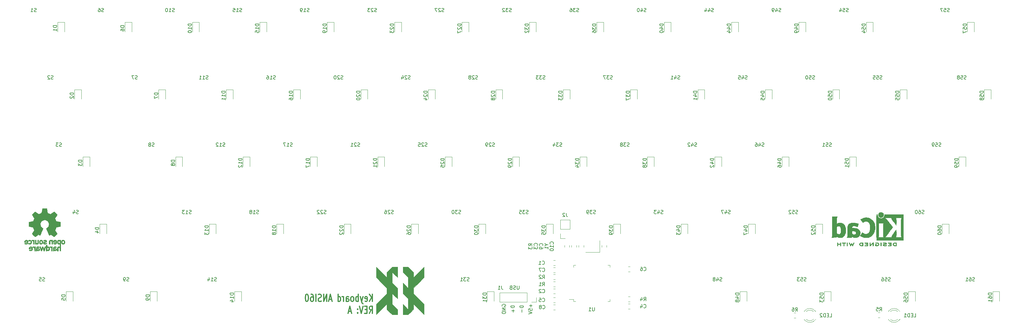
<source format=gbr>
G04 #@! TF.GenerationSoftware,KiCad,Pcbnew,(5.1.2)-2*
G04 #@! TF.CreationDate,2019-08-06T12:27:54+02:00*
G04 #@! TF.ProjectId,keyboard,6b657962-6f61-4726-942e-6b696361645f,A*
G04 #@! TF.SameCoordinates,Original*
G04 #@! TF.FileFunction,Legend,Bot*
G04 #@! TF.FilePolarity,Positive*
%FSLAX46Y46*%
G04 Gerber Fmt 4.6, Leading zero omitted, Abs format (unit mm)*
G04 Created by KiCad (PCBNEW (5.1.2)-2) date 2019-08-06 12:27:54*
%MOMM*%
%LPD*%
G04 APERTURE LIST*
%ADD10C,0.304800*%
%ADD11C,0.150000*%
%ADD12C,0.120000*%
%ADD13C,0.100000*%
%ADD14C,0.010000*%
G04 APERTURE END LIST*
D10*
X161069022Y-157872838D02*
X161069022Y-155840838D01*
X160198165Y-157872838D02*
X160851308Y-156711695D01*
X160198165Y-155840838D02*
X161069022Y-157001980D01*
X158964451Y-157776076D02*
X159109594Y-157872838D01*
X159399880Y-157872838D01*
X159545022Y-157776076D01*
X159617594Y-157582552D01*
X159617594Y-156808457D01*
X159545022Y-156614933D01*
X159399880Y-156518171D01*
X159109594Y-156518171D01*
X158964451Y-156614933D01*
X158891880Y-156808457D01*
X158891880Y-157001980D01*
X159617594Y-157195504D01*
X158383880Y-156518171D02*
X158021022Y-157872838D01*
X157658165Y-156518171D02*
X158021022Y-157872838D01*
X158166165Y-158356647D01*
X158238737Y-158453409D01*
X158383880Y-158550171D01*
X157077594Y-157872838D02*
X157077594Y-155840838D01*
X157077594Y-156614933D02*
X156932451Y-156518171D01*
X156642165Y-156518171D01*
X156497022Y-156614933D01*
X156424451Y-156711695D01*
X156351880Y-156905219D01*
X156351880Y-157485790D01*
X156424451Y-157679314D01*
X156497022Y-157776076D01*
X156642165Y-157872838D01*
X156932451Y-157872838D01*
X157077594Y-157776076D01*
X155481022Y-157872838D02*
X155626165Y-157776076D01*
X155698737Y-157679314D01*
X155771308Y-157485790D01*
X155771308Y-156905219D01*
X155698737Y-156711695D01*
X155626165Y-156614933D01*
X155481022Y-156518171D01*
X155263308Y-156518171D01*
X155118165Y-156614933D01*
X155045594Y-156711695D01*
X154973022Y-156905219D01*
X154973022Y-157485790D01*
X155045594Y-157679314D01*
X155118165Y-157776076D01*
X155263308Y-157872838D01*
X155481022Y-157872838D01*
X153666737Y-157872838D02*
X153666737Y-156808457D01*
X153739308Y-156614933D01*
X153884451Y-156518171D01*
X154174737Y-156518171D01*
X154319880Y-156614933D01*
X153666737Y-157776076D02*
X153811880Y-157872838D01*
X154174737Y-157872838D01*
X154319880Y-157776076D01*
X154392451Y-157582552D01*
X154392451Y-157389028D01*
X154319880Y-157195504D01*
X154174737Y-157098742D01*
X153811880Y-157098742D01*
X153666737Y-157001980D01*
X152941022Y-157872838D02*
X152941022Y-156518171D01*
X152941022Y-156905219D02*
X152868451Y-156711695D01*
X152795880Y-156614933D01*
X152650737Y-156518171D01*
X152505594Y-156518171D01*
X151344451Y-157872838D02*
X151344451Y-155840838D01*
X151344451Y-157776076D02*
X151489594Y-157872838D01*
X151779880Y-157872838D01*
X151925022Y-157776076D01*
X151997594Y-157679314D01*
X152070165Y-157485790D01*
X152070165Y-156905219D01*
X151997594Y-156711695D01*
X151925022Y-156614933D01*
X151779880Y-156518171D01*
X151489594Y-156518171D01*
X151344451Y-156614933D01*
X149530165Y-157292266D02*
X148804451Y-157292266D01*
X149675308Y-157872838D02*
X149167308Y-155840838D01*
X148659308Y-157872838D01*
X148151308Y-157872838D02*
X148151308Y-155840838D01*
X147280451Y-157872838D01*
X147280451Y-155840838D01*
X146627308Y-157776076D02*
X146409594Y-157872838D01*
X146046737Y-157872838D01*
X145901594Y-157776076D01*
X145829022Y-157679314D01*
X145756451Y-157485790D01*
X145756451Y-157292266D01*
X145829022Y-157098742D01*
X145901594Y-157001980D01*
X146046737Y-156905219D01*
X146337022Y-156808457D01*
X146482165Y-156711695D01*
X146554737Y-156614933D01*
X146627308Y-156421409D01*
X146627308Y-156227885D01*
X146554737Y-156034361D01*
X146482165Y-155937600D01*
X146337022Y-155840838D01*
X145974165Y-155840838D01*
X145756451Y-155937600D01*
X145103308Y-157872838D02*
X145103308Y-155840838D01*
X143724451Y-155840838D02*
X144014737Y-155840838D01*
X144159880Y-155937600D01*
X144232451Y-156034361D01*
X144377594Y-156324647D01*
X144450165Y-156711695D01*
X144450165Y-157485790D01*
X144377594Y-157679314D01*
X144305022Y-157776076D01*
X144159880Y-157872838D01*
X143869594Y-157872838D01*
X143724451Y-157776076D01*
X143651880Y-157679314D01*
X143579308Y-157485790D01*
X143579308Y-157001980D01*
X143651880Y-156808457D01*
X143724451Y-156711695D01*
X143869594Y-156614933D01*
X144159880Y-156614933D01*
X144305022Y-156711695D01*
X144377594Y-156808457D01*
X144450165Y-157001980D01*
X142635880Y-155840838D02*
X142490737Y-155840838D01*
X142345594Y-155937600D01*
X142273022Y-156034361D01*
X142200451Y-156227885D01*
X142127880Y-156614933D01*
X142127880Y-157098742D01*
X142200451Y-157485790D01*
X142273022Y-157679314D01*
X142345594Y-157776076D01*
X142490737Y-157872838D01*
X142635880Y-157872838D01*
X142781022Y-157776076D01*
X142853594Y-157679314D01*
X142926165Y-157485790D01*
X142998737Y-157098742D01*
X142998737Y-156614933D01*
X142926165Y-156227885D01*
X142853594Y-156034361D01*
X142781022Y-155937600D01*
X142635880Y-155840838D01*
X160198165Y-161225638D02*
X160706165Y-160258019D01*
X161069022Y-161225638D02*
X161069022Y-159193638D01*
X160488451Y-159193638D01*
X160343308Y-159290400D01*
X160270737Y-159387161D01*
X160198165Y-159580685D01*
X160198165Y-159870971D01*
X160270737Y-160064495D01*
X160343308Y-160161257D01*
X160488451Y-160258019D01*
X161069022Y-160258019D01*
X159545022Y-160161257D02*
X159037022Y-160161257D01*
X158819308Y-161225638D02*
X159545022Y-161225638D01*
X159545022Y-159193638D01*
X158819308Y-159193638D01*
X158383880Y-159193638D02*
X157875880Y-161225638D01*
X157367880Y-159193638D01*
X156859880Y-161032114D02*
X156787308Y-161128876D01*
X156859880Y-161225638D01*
X156932451Y-161128876D01*
X156859880Y-161032114D01*
X156859880Y-161225638D01*
X156859880Y-159967733D02*
X156787308Y-160064495D01*
X156859880Y-160161257D01*
X156932451Y-160064495D01*
X156859880Y-159967733D01*
X156859880Y-160161257D01*
X155045594Y-160645066D02*
X154319880Y-160645066D01*
X155190737Y-161225638D02*
X154682737Y-159193638D01*
X154174737Y-161225638D01*
D11*
X205711428Y-158714285D02*
X205711428Y-159476190D01*
X206092380Y-159095238D02*
X205330476Y-159095238D01*
X205092380Y-160428571D02*
X205092380Y-159952380D01*
X205568571Y-159904761D01*
X205520952Y-159952380D01*
X205473333Y-160047619D01*
X205473333Y-160285714D01*
X205520952Y-160380952D01*
X205568571Y-160428571D01*
X205663809Y-160476190D01*
X205901904Y-160476190D01*
X205997142Y-160428571D01*
X206044761Y-160380952D01*
X206092380Y-160285714D01*
X206092380Y-160047619D01*
X206044761Y-159952380D01*
X205997142Y-159904761D01*
X205092380Y-160761904D02*
X206092380Y-161095238D01*
X205092380Y-161428571D01*
X203592380Y-159119047D02*
X202592380Y-159119047D01*
X202592380Y-159357142D01*
X202640000Y-159500000D01*
X202735238Y-159595238D01*
X202830476Y-159642857D01*
X203020952Y-159690476D01*
X203163809Y-159690476D01*
X203354285Y-159642857D01*
X203449523Y-159595238D01*
X203544761Y-159500000D01*
X203592380Y-159357142D01*
X203592380Y-159119047D01*
X203211428Y-160119047D02*
X203211428Y-160880952D01*
X201092380Y-159119047D02*
X200092380Y-159119047D01*
X200092380Y-159357142D01*
X200140000Y-159500000D01*
X200235238Y-159595238D01*
X200330476Y-159642857D01*
X200520952Y-159690476D01*
X200663809Y-159690476D01*
X200854285Y-159642857D01*
X200949523Y-159595238D01*
X201044761Y-159500000D01*
X201092380Y-159357142D01*
X201092380Y-159119047D01*
X200711428Y-160119047D02*
X200711428Y-160880952D01*
X201092380Y-160500000D02*
X200330476Y-160500000D01*
X197640000Y-159238095D02*
X197592380Y-159142857D01*
X197592380Y-159000000D01*
X197640000Y-158857142D01*
X197735238Y-158761904D01*
X197830476Y-158714285D01*
X198020952Y-158666666D01*
X198163809Y-158666666D01*
X198354285Y-158714285D01*
X198449523Y-158761904D01*
X198544761Y-158857142D01*
X198592380Y-159000000D01*
X198592380Y-159095238D01*
X198544761Y-159238095D01*
X198497142Y-159285714D01*
X198163809Y-159285714D01*
X198163809Y-159095238D01*
X198592380Y-159714285D02*
X197592380Y-159714285D01*
X198592380Y-160285714D01*
X197592380Y-160285714D01*
X198592380Y-160761904D02*
X197592380Y-160761904D01*
X197592380Y-161000000D01*
X197640000Y-161142857D01*
X197735238Y-161238095D01*
X197830476Y-161285714D01*
X198020952Y-161333333D01*
X198163809Y-161333333D01*
X198354285Y-161285714D01*
X198449523Y-161238095D01*
X198544761Y-161142857D01*
X198592380Y-161000000D01*
X198592380Y-160761904D01*
X202401904Y-153452380D02*
X202401904Y-154261904D01*
X202354285Y-154357142D01*
X202306666Y-154404761D01*
X202211428Y-154452380D01*
X202020952Y-154452380D01*
X201925714Y-154404761D01*
X201878095Y-154357142D01*
X201830476Y-154261904D01*
X201830476Y-153452380D01*
X201401904Y-154404761D02*
X201259047Y-154452380D01*
X201020952Y-154452380D01*
X200925714Y-154404761D01*
X200878095Y-154357142D01*
X200830476Y-154261904D01*
X200830476Y-154166666D01*
X200878095Y-154071428D01*
X200925714Y-154023809D01*
X201020952Y-153976190D01*
X201211428Y-153928571D01*
X201306666Y-153880952D01*
X201354285Y-153833333D01*
X201401904Y-153738095D01*
X201401904Y-153642857D01*
X201354285Y-153547619D01*
X201306666Y-153500000D01*
X201211428Y-153452380D01*
X200973333Y-153452380D01*
X200830476Y-153500000D01*
X200068571Y-153928571D02*
X199925714Y-153976190D01*
X199878095Y-154023809D01*
X199830476Y-154119047D01*
X199830476Y-154261904D01*
X199878095Y-154357142D01*
X199925714Y-154404761D01*
X200020952Y-154452380D01*
X200401904Y-154452380D01*
X200401904Y-153452380D01*
X200068571Y-153452380D01*
X199973333Y-153500000D01*
X199925714Y-153547619D01*
X199878095Y-153642857D01*
X199878095Y-153738095D01*
X199925714Y-153833333D01*
X199973333Y-153880952D01*
X200068571Y-153928571D01*
X200401904Y-153928571D01*
D12*
X217180000Y-142571078D02*
X217180000Y-142053922D01*
X218600000Y-142571078D02*
X218600000Y-142053922D01*
X227100000Y-142053922D02*
X227100000Y-142571078D01*
X225680000Y-142053922D02*
X225680000Y-142571078D01*
X212586078Y-149710000D02*
X212068922Y-149710000D01*
X212586078Y-148290000D02*
X212068922Y-148290000D01*
X212586078Y-155710000D02*
X212068922Y-155710000D01*
X212586078Y-154290000D02*
X212068922Y-154290000D01*
X212586078Y-147710000D02*
X212068922Y-147710000D01*
X212586078Y-146290000D02*
X212068922Y-146290000D01*
X212586078Y-158210000D02*
X212068922Y-158210000D01*
X212586078Y-156790000D02*
X212068922Y-156790000D01*
X219180000Y-142571078D02*
X219180000Y-142053922D01*
X220600000Y-142571078D02*
X220600000Y-142053922D01*
X212586078Y-160210000D02*
X212068922Y-160210000D01*
X212586078Y-158790000D02*
X212068922Y-158790000D01*
X233131422Y-148040000D02*
X233648578Y-148040000D01*
X233131422Y-149460000D02*
X233648578Y-149460000D01*
X233131422Y-158540000D02*
X233648578Y-158540000D01*
X233131422Y-159960000D02*
X233648578Y-159960000D01*
X214060000Y-140080000D02*
X215390000Y-140080000D01*
X214060000Y-138750000D02*
X214060000Y-140080000D01*
X214060000Y-137480000D02*
X216720000Y-137480000D01*
X216720000Y-137480000D02*
X216720000Y-134880000D01*
X214060000Y-137480000D02*
X214060000Y-134880000D01*
X214060000Y-134880000D02*
X216720000Y-134880000D01*
X207220000Y-158080000D02*
X207220000Y-156750000D01*
X205890000Y-158080000D02*
X207220000Y-158080000D01*
X204620000Y-158080000D02*
X204620000Y-155420000D01*
X204620000Y-155420000D02*
X196940000Y-155420000D01*
X204620000Y-158080000D02*
X196940000Y-158080000D01*
X196940000Y-158080000D02*
X196940000Y-155420000D01*
X285416130Y-162909838D02*
G75*
G02X283334039Y-162910001I-1041130J1079837D01*
G01*
X285416130Y-160750164D02*
G75*
G03X283334039Y-160750001I-1041130J-1079837D01*
G01*
X286047335Y-162908609D02*
G75*
G02X282815000Y-163065517I-1672335J1078608D01*
G01*
X286047335Y-160751393D02*
G75*
G03X282815000Y-160594485I-1672335J-1078608D01*
G01*
X282815000Y-162910001D02*
X282815000Y-163066001D01*
X282815000Y-160594001D02*
X282815000Y-160750001D01*
X309166130Y-162909838D02*
G75*
G02X307084039Y-162910001I-1041130J1079837D01*
G01*
X309166130Y-160750164D02*
G75*
G03X307084039Y-160750001I-1041130J-1079837D01*
G01*
X309797335Y-162908609D02*
G75*
G02X306565000Y-163065517I-1672335J1078608D01*
G01*
X309797335Y-160751393D02*
G75*
G03X306565000Y-160594485I-1672335J-1078608D01*
G01*
X306565000Y-162910001D02*
X306565000Y-163066001D01*
X306565000Y-160594001D02*
X306565000Y-160750001D01*
D13*
G36*
X168130000Y-161630000D02*
G01*
X168130000Y-160130000D01*
X166630000Y-158630000D01*
X166630000Y-155630000D01*
X168130000Y-157130000D01*
X168130000Y-154130000D01*
X166630000Y-152630000D01*
X166630000Y-149630000D01*
X168130000Y-151130000D01*
X168130000Y-148130000D01*
X166630000Y-148130000D01*
X165130000Y-149630000D01*
X165130000Y-151130000D01*
X162130000Y-148130000D01*
X162130000Y-151130000D01*
X165130000Y-154130000D01*
X165130000Y-155630000D01*
X162130000Y-158630000D01*
X162130000Y-161630000D01*
X165130000Y-158630000D01*
X165130000Y-160130000D01*
X166630000Y-161630000D01*
X168130000Y-161630000D01*
G37*
X168130000Y-161630000D02*
X168130000Y-160130000D01*
X166630000Y-158630000D01*
X166630000Y-155630000D01*
X168130000Y-157130000D01*
X168130000Y-154130000D01*
X166630000Y-152630000D01*
X166630000Y-149630000D01*
X168130000Y-151130000D01*
X168130000Y-148130000D01*
X166630000Y-148130000D01*
X165130000Y-149630000D01*
X165130000Y-151130000D01*
X162130000Y-148130000D01*
X162130000Y-151130000D01*
X165130000Y-154130000D01*
X165130000Y-155630000D01*
X162130000Y-158630000D01*
X162130000Y-161630000D01*
X165130000Y-158630000D01*
X165130000Y-160130000D01*
X166630000Y-161630000D01*
X168130000Y-161630000D01*
G36*
X169630000Y-152630000D02*
G01*
X171130000Y-154130000D01*
X171130000Y-151130000D01*
X169630000Y-149630000D01*
X169630000Y-148130000D01*
X171130000Y-148130000D01*
X172630000Y-149630000D01*
X172630000Y-151130000D01*
X175630000Y-148130000D01*
X175630000Y-151130000D01*
X172630000Y-154130000D01*
X172630000Y-155630000D01*
X175630000Y-158630000D01*
X175630000Y-161630000D01*
X172630000Y-158630000D01*
X172630000Y-160130000D01*
X171130000Y-161630000D01*
X169630000Y-161630000D01*
X169630000Y-158630000D01*
X171130000Y-160130000D01*
X171130000Y-157130000D01*
X169630000Y-155630000D01*
X169630000Y-152630000D01*
G37*
X169630000Y-152630000D02*
X171130000Y-154130000D01*
X171130000Y-151130000D01*
X169630000Y-149630000D01*
X169630000Y-148130000D01*
X171130000Y-148130000D01*
X172630000Y-149630000D01*
X172630000Y-151130000D01*
X175630000Y-148130000D01*
X175630000Y-151130000D01*
X172630000Y-154130000D01*
X172630000Y-155630000D01*
X175630000Y-158630000D01*
X175630000Y-161630000D01*
X172630000Y-158630000D01*
X172630000Y-160130000D01*
X171130000Y-161630000D01*
X169630000Y-161630000D01*
X169630000Y-158630000D01*
X171130000Y-160130000D01*
X171130000Y-157130000D01*
X169630000Y-155630000D01*
X169630000Y-152630000D01*
D14*
G36*
X308500089Y-133291660D02*
G01*
X308150540Y-133291707D01*
X307987830Y-133291714D01*
X305383429Y-133291715D01*
X305383429Y-133445238D01*
X305367043Y-133632063D01*
X305317588Y-133804367D01*
X305234620Y-133963175D01*
X305117695Y-134109510D01*
X305078136Y-134149032D01*
X304935830Y-134261138D01*
X304778922Y-134342899D01*
X304612072Y-134394353D01*
X304439939Y-134415537D01*
X304267185Y-134406487D01*
X304098470Y-134367242D01*
X303938454Y-134297838D01*
X303791798Y-134198311D01*
X303725932Y-134138265D01*
X303603192Y-133991043D01*
X303513188Y-133829147D01*
X303456706Y-133654427D01*
X303434529Y-133468735D01*
X303434234Y-133450467D01*
X303433072Y-133291720D01*
X303363300Y-133291717D01*
X303301405Y-133300118D01*
X303244865Y-133320556D01*
X303241128Y-133322667D01*
X303228358Y-133329293D01*
X303216632Y-133334454D01*
X303205906Y-133339651D01*
X303196139Y-133346390D01*
X303187288Y-133356171D01*
X303179311Y-133370500D01*
X303172165Y-133390878D01*
X303165808Y-133418808D01*
X303160198Y-133455795D01*
X303155293Y-133503340D01*
X303151049Y-133562947D01*
X303147424Y-133636119D01*
X303144377Y-133724359D01*
X303141864Y-133829170D01*
X303139844Y-133952055D01*
X303138274Y-134094517D01*
X303137112Y-134258060D01*
X303136314Y-134444186D01*
X303135840Y-134654398D01*
X303135646Y-134890200D01*
X303135690Y-135153094D01*
X303135930Y-135444584D01*
X303136323Y-135766172D01*
X303136827Y-136119362D01*
X303137400Y-136505657D01*
X303137999Y-136926560D01*
X303138068Y-136977840D01*
X303138605Y-137401426D01*
X303139061Y-137790230D01*
X303139484Y-138145753D01*
X303139921Y-138469498D01*
X303140422Y-138762966D01*
X303141035Y-139027661D01*
X303141808Y-139265085D01*
X303142789Y-139476740D01*
X303144026Y-139664129D01*
X303145568Y-139828754D01*
X303147463Y-139972117D01*
X303149759Y-140095720D01*
X303152504Y-140201067D01*
X303155747Y-140289659D01*
X303159536Y-140363000D01*
X303163919Y-140422590D01*
X303168945Y-140469933D01*
X303174661Y-140506531D01*
X303181116Y-140533886D01*
X303188359Y-140553502D01*
X303196437Y-140566879D01*
X303205398Y-140575521D01*
X303215292Y-140580930D01*
X303226165Y-140584608D01*
X303238067Y-140588058D01*
X303251046Y-140592782D01*
X303254217Y-140594220D01*
X303264181Y-140597451D01*
X303280859Y-140600420D01*
X303305707Y-140603137D01*
X303340180Y-140605613D01*
X303385736Y-140607858D01*
X303443830Y-140609883D01*
X303515919Y-140611698D01*
X303603458Y-140613315D01*
X303707905Y-140614743D01*
X303830715Y-140615993D01*
X303973345Y-140617076D01*
X304137251Y-140618002D01*
X304323890Y-140618782D01*
X304534716Y-140619426D01*
X304771188Y-140619946D01*
X305034761Y-140620351D01*
X305326890Y-140620652D01*
X305649034Y-140620860D01*
X306002647Y-140620985D01*
X306389186Y-140621038D01*
X306810108Y-140621029D01*
X306946456Y-140621016D01*
X307376716Y-140620947D01*
X307772164Y-140620834D01*
X308134273Y-140620665D01*
X308464517Y-140620430D01*
X308764371Y-140620116D01*
X309035308Y-140619713D01*
X309278800Y-140619207D01*
X309496323Y-140618589D01*
X309689350Y-140617846D01*
X309859354Y-140616968D01*
X310007810Y-140615941D01*
X310136190Y-140614756D01*
X310245969Y-140613400D01*
X310338620Y-140611862D01*
X310415617Y-140610130D01*
X310478434Y-140608194D01*
X310528544Y-140606040D01*
X310567421Y-140603659D01*
X310596538Y-140601037D01*
X310617371Y-140598165D01*
X310631391Y-140595030D01*
X310639034Y-140592159D01*
X310652618Y-140586430D01*
X310665090Y-140582206D01*
X310676498Y-140577985D01*
X310686889Y-140572268D01*
X310696309Y-140563555D01*
X310704808Y-140550345D01*
X310712430Y-140531137D01*
X310719225Y-140504433D01*
X310725238Y-140468730D01*
X310730517Y-140422530D01*
X310735110Y-140364332D01*
X310739064Y-140292635D01*
X310742425Y-140205940D01*
X310745241Y-140102746D01*
X310747560Y-139981553D01*
X310749428Y-139840860D01*
X310749916Y-139786857D01*
X310265704Y-139786857D01*
X308554256Y-139786857D01*
X308587187Y-139736964D01*
X308619947Y-139685693D01*
X308647689Y-139636869D01*
X308670807Y-139587076D01*
X308689697Y-139532898D01*
X308704751Y-139470916D01*
X308716367Y-139397715D01*
X308724936Y-139309878D01*
X308730856Y-139203988D01*
X308734519Y-139076628D01*
X308736321Y-138924381D01*
X308736656Y-138743832D01*
X308735919Y-138531562D01*
X308735501Y-138452755D01*
X308730786Y-137607911D01*
X308195572Y-138336557D01*
X308043946Y-138543265D01*
X307912581Y-138723260D01*
X307800057Y-138878925D01*
X307704957Y-139012647D01*
X307625862Y-139126809D01*
X307561353Y-139223797D01*
X307510012Y-139305994D01*
X307470420Y-139375786D01*
X307441160Y-139435558D01*
X307420812Y-139487693D01*
X307407958Y-139534576D01*
X307401181Y-139578593D01*
X307399060Y-139622127D01*
X307400179Y-139667564D01*
X307400464Y-139673275D01*
X307406357Y-139786933D01*
X305530771Y-139786857D01*
X305670278Y-139646189D01*
X305708135Y-139607715D01*
X305744047Y-139570279D01*
X305779593Y-139531814D01*
X305816347Y-139490258D01*
X305855886Y-139443545D01*
X305899786Y-139389610D01*
X305949623Y-139326390D01*
X306006972Y-139251818D01*
X306073411Y-139163832D01*
X306150515Y-139060365D01*
X306239861Y-138939354D01*
X306343024Y-138798734D01*
X306461580Y-138636440D01*
X306597105Y-138450407D01*
X306751177Y-138238571D01*
X306877462Y-138064804D01*
X307035954Y-137846501D01*
X307174216Y-137655629D01*
X307293499Y-137490374D01*
X307395057Y-137348926D01*
X307480141Y-137229471D01*
X307550005Y-137130198D01*
X307605900Y-137049295D01*
X307649080Y-136984949D01*
X307680797Y-136935347D01*
X307702302Y-136898679D01*
X307714850Y-136873132D01*
X307719692Y-136856893D01*
X307718237Y-136848355D01*
X307700599Y-136825635D01*
X307662466Y-136777543D01*
X307606138Y-136706938D01*
X307533916Y-136616678D01*
X307448101Y-136509621D01*
X307350994Y-136388627D01*
X307244896Y-136256554D01*
X307132109Y-136116260D01*
X307014932Y-135970603D01*
X306895667Y-135822444D01*
X306830067Y-135741000D01*
X305201314Y-135741000D01*
X305133621Y-135863465D01*
X305065929Y-135985929D01*
X305065929Y-139541929D01*
X305133621Y-139664393D01*
X305201314Y-139786857D01*
X304400559Y-139786857D01*
X304209398Y-139786802D01*
X304051501Y-139786551D01*
X303923848Y-139785979D01*
X303823419Y-139784959D01*
X303747193Y-139783365D01*
X303692148Y-139781070D01*
X303655264Y-139777950D01*
X303633521Y-139773877D01*
X303623898Y-139768725D01*
X303623373Y-139762367D01*
X303628926Y-139754679D01*
X303628984Y-139754615D01*
X303651860Y-139721524D01*
X303682151Y-139667719D01*
X303708903Y-139614008D01*
X303759643Y-139505643D01*
X303764818Y-137623322D01*
X303769993Y-135741000D01*
X305201314Y-135741000D01*
X306830067Y-135741000D01*
X306776615Y-135674639D01*
X306660077Y-135530047D01*
X306548354Y-135391528D01*
X306443746Y-135261939D01*
X306348556Y-135144140D01*
X306265083Y-135040988D01*
X306195629Y-134955343D01*
X306142494Y-134890062D01*
X306111285Y-134852000D01*
X305990097Y-134709670D01*
X305873507Y-134581230D01*
X305765603Y-134470886D01*
X305670470Y-134382841D01*
X305602957Y-134328862D01*
X305523127Y-134271429D01*
X307359108Y-134271429D01*
X307358592Y-134379165D01*
X307363724Y-134458372D01*
X307383015Y-134531805D01*
X307412877Y-134601415D01*
X307432288Y-134640741D01*
X307453159Y-134679707D01*
X307477396Y-134720901D01*
X307506906Y-134766908D01*
X307543594Y-134820317D01*
X307589368Y-134883714D01*
X307646135Y-134959685D01*
X307715800Y-135050817D01*
X307800270Y-135159698D01*
X307901453Y-135288914D01*
X308021253Y-135441052D01*
X308161579Y-135618698D01*
X308177429Y-135638742D01*
X308730786Y-136338508D01*
X308736143Y-135563504D01*
X308737221Y-135331368D01*
X308736992Y-135134846D01*
X308735443Y-134973292D01*
X308732563Y-134846056D01*
X308728341Y-134752492D01*
X308722766Y-134691952D01*
X308720893Y-134680468D01*
X308691495Y-134559499D01*
X308652978Y-134450446D01*
X308609026Y-134362763D01*
X308582621Y-134325574D01*
X308537060Y-134271429D01*
X309401530Y-134271429D01*
X309607745Y-134271605D01*
X309780188Y-134272179D01*
X309921373Y-134273217D01*
X310033812Y-134274787D01*
X310120017Y-134276954D01*
X310182502Y-134279788D01*
X310223779Y-134283353D01*
X310246360Y-134287718D01*
X310252759Y-134292949D01*
X310252317Y-134294107D01*
X310233991Y-134321769D01*
X310203396Y-134365615D01*
X310187567Y-134387791D01*
X310171202Y-134409920D01*
X310156492Y-134429709D01*
X310143344Y-134449106D01*
X310131667Y-134470058D01*
X310121368Y-134494512D01*
X310112354Y-134524416D01*
X310104532Y-134561717D01*
X310097809Y-134608363D01*
X310092094Y-134666301D01*
X310087293Y-134737479D01*
X310083315Y-134823844D01*
X310080065Y-134927344D01*
X310077452Y-135049925D01*
X310075383Y-135193537D01*
X310073766Y-135360125D01*
X310072507Y-135551637D01*
X310071515Y-135770022D01*
X310070696Y-136017226D01*
X310069958Y-136295196D01*
X310069209Y-136605881D01*
X310068508Y-136891300D01*
X310067847Y-137209492D01*
X310067503Y-137513077D01*
X310067468Y-137800115D01*
X310067732Y-138068669D01*
X310068285Y-138316798D01*
X310069120Y-138542563D01*
X310070227Y-138744026D01*
X310071596Y-138919246D01*
X310073219Y-139066286D01*
X310075087Y-139183206D01*
X310077189Y-139268067D01*
X310079518Y-139318929D01*
X310079959Y-139324304D01*
X310096008Y-139447613D01*
X310121064Y-139546644D01*
X310159221Y-139633070D01*
X310214572Y-139718565D01*
X310221496Y-139727893D01*
X310265704Y-139786857D01*
X310749916Y-139786857D01*
X310750892Y-139679168D01*
X310752001Y-139494976D01*
X310752801Y-139286784D01*
X310753339Y-139053091D01*
X310753662Y-138792398D01*
X310753817Y-138503204D01*
X310753854Y-138184009D01*
X310753817Y-137833313D01*
X310753755Y-137449614D01*
X310753715Y-137031414D01*
X310753714Y-136948393D01*
X310753691Y-136525789D01*
X310753612Y-136137981D01*
X310753467Y-135783480D01*
X310753244Y-135460797D01*
X310752931Y-135168442D01*
X310752517Y-134904927D01*
X310751991Y-134668762D01*
X310751340Y-134458458D01*
X310750553Y-134272526D01*
X310749619Y-134109475D01*
X310748526Y-133967818D01*
X310747263Y-133846064D01*
X310745817Y-133742725D01*
X310744179Y-133656311D01*
X310742334Y-133585333D01*
X310740274Y-133528301D01*
X310737985Y-133483727D01*
X310735456Y-133450121D01*
X310732676Y-133425993D01*
X310729633Y-133409856D01*
X310726316Y-133400218D01*
X310726193Y-133399978D01*
X310719360Y-133385255D01*
X310713670Y-133371926D01*
X310707374Y-133359922D01*
X310698728Y-133349173D01*
X310685986Y-133339611D01*
X310667400Y-133331167D01*
X310641226Y-133323771D01*
X310605716Y-133317354D01*
X310559125Y-133311848D01*
X310499707Y-133307183D01*
X310425715Y-133303291D01*
X310335403Y-133300102D01*
X310227025Y-133297547D01*
X310098835Y-133295558D01*
X309949087Y-133294065D01*
X309776034Y-133292998D01*
X309577931Y-133292291D01*
X309353031Y-133291872D01*
X309099588Y-133291673D01*
X308815856Y-133291626D01*
X308500089Y-133291660D01*
X308500089Y-133291660D01*
G37*
X308500089Y-133291660D02*
X308150540Y-133291707D01*
X307987830Y-133291714D01*
X305383429Y-133291715D01*
X305383429Y-133445238D01*
X305367043Y-133632063D01*
X305317588Y-133804367D01*
X305234620Y-133963175D01*
X305117695Y-134109510D01*
X305078136Y-134149032D01*
X304935830Y-134261138D01*
X304778922Y-134342899D01*
X304612072Y-134394353D01*
X304439939Y-134415537D01*
X304267185Y-134406487D01*
X304098470Y-134367242D01*
X303938454Y-134297838D01*
X303791798Y-134198311D01*
X303725932Y-134138265D01*
X303603192Y-133991043D01*
X303513188Y-133829147D01*
X303456706Y-133654427D01*
X303434529Y-133468735D01*
X303434234Y-133450467D01*
X303433072Y-133291720D01*
X303363300Y-133291717D01*
X303301405Y-133300118D01*
X303244865Y-133320556D01*
X303241128Y-133322667D01*
X303228358Y-133329293D01*
X303216632Y-133334454D01*
X303205906Y-133339651D01*
X303196139Y-133346390D01*
X303187288Y-133356171D01*
X303179311Y-133370500D01*
X303172165Y-133390878D01*
X303165808Y-133418808D01*
X303160198Y-133455795D01*
X303155293Y-133503340D01*
X303151049Y-133562947D01*
X303147424Y-133636119D01*
X303144377Y-133724359D01*
X303141864Y-133829170D01*
X303139844Y-133952055D01*
X303138274Y-134094517D01*
X303137112Y-134258060D01*
X303136314Y-134444186D01*
X303135840Y-134654398D01*
X303135646Y-134890200D01*
X303135690Y-135153094D01*
X303135930Y-135444584D01*
X303136323Y-135766172D01*
X303136827Y-136119362D01*
X303137400Y-136505657D01*
X303137999Y-136926560D01*
X303138068Y-136977840D01*
X303138605Y-137401426D01*
X303139061Y-137790230D01*
X303139484Y-138145753D01*
X303139921Y-138469498D01*
X303140422Y-138762966D01*
X303141035Y-139027661D01*
X303141808Y-139265085D01*
X303142789Y-139476740D01*
X303144026Y-139664129D01*
X303145568Y-139828754D01*
X303147463Y-139972117D01*
X303149759Y-140095720D01*
X303152504Y-140201067D01*
X303155747Y-140289659D01*
X303159536Y-140363000D01*
X303163919Y-140422590D01*
X303168945Y-140469933D01*
X303174661Y-140506531D01*
X303181116Y-140533886D01*
X303188359Y-140553502D01*
X303196437Y-140566879D01*
X303205398Y-140575521D01*
X303215292Y-140580930D01*
X303226165Y-140584608D01*
X303238067Y-140588058D01*
X303251046Y-140592782D01*
X303254217Y-140594220D01*
X303264181Y-140597451D01*
X303280859Y-140600420D01*
X303305707Y-140603137D01*
X303340180Y-140605613D01*
X303385736Y-140607858D01*
X303443830Y-140609883D01*
X303515919Y-140611698D01*
X303603458Y-140613315D01*
X303707905Y-140614743D01*
X303830715Y-140615993D01*
X303973345Y-140617076D01*
X304137251Y-140618002D01*
X304323890Y-140618782D01*
X304534716Y-140619426D01*
X304771188Y-140619946D01*
X305034761Y-140620351D01*
X305326890Y-140620652D01*
X305649034Y-140620860D01*
X306002647Y-140620985D01*
X306389186Y-140621038D01*
X306810108Y-140621029D01*
X306946456Y-140621016D01*
X307376716Y-140620947D01*
X307772164Y-140620834D01*
X308134273Y-140620665D01*
X308464517Y-140620430D01*
X308764371Y-140620116D01*
X309035308Y-140619713D01*
X309278800Y-140619207D01*
X309496323Y-140618589D01*
X309689350Y-140617846D01*
X309859354Y-140616968D01*
X310007810Y-140615941D01*
X310136190Y-140614756D01*
X310245969Y-140613400D01*
X310338620Y-140611862D01*
X310415617Y-140610130D01*
X310478434Y-140608194D01*
X310528544Y-140606040D01*
X310567421Y-140603659D01*
X310596538Y-140601037D01*
X310617371Y-140598165D01*
X310631391Y-140595030D01*
X310639034Y-140592159D01*
X310652618Y-140586430D01*
X310665090Y-140582206D01*
X310676498Y-140577985D01*
X310686889Y-140572268D01*
X310696309Y-140563555D01*
X310704808Y-140550345D01*
X310712430Y-140531137D01*
X310719225Y-140504433D01*
X310725238Y-140468730D01*
X310730517Y-140422530D01*
X310735110Y-140364332D01*
X310739064Y-140292635D01*
X310742425Y-140205940D01*
X310745241Y-140102746D01*
X310747560Y-139981553D01*
X310749428Y-139840860D01*
X310749916Y-139786857D01*
X310265704Y-139786857D01*
X308554256Y-139786857D01*
X308587187Y-139736964D01*
X308619947Y-139685693D01*
X308647689Y-139636869D01*
X308670807Y-139587076D01*
X308689697Y-139532898D01*
X308704751Y-139470916D01*
X308716367Y-139397715D01*
X308724936Y-139309878D01*
X308730856Y-139203988D01*
X308734519Y-139076628D01*
X308736321Y-138924381D01*
X308736656Y-138743832D01*
X308735919Y-138531562D01*
X308735501Y-138452755D01*
X308730786Y-137607911D01*
X308195572Y-138336557D01*
X308043946Y-138543265D01*
X307912581Y-138723260D01*
X307800057Y-138878925D01*
X307704957Y-139012647D01*
X307625862Y-139126809D01*
X307561353Y-139223797D01*
X307510012Y-139305994D01*
X307470420Y-139375786D01*
X307441160Y-139435558D01*
X307420812Y-139487693D01*
X307407958Y-139534576D01*
X307401181Y-139578593D01*
X307399060Y-139622127D01*
X307400179Y-139667564D01*
X307400464Y-139673275D01*
X307406357Y-139786933D01*
X305530771Y-139786857D01*
X305670278Y-139646189D01*
X305708135Y-139607715D01*
X305744047Y-139570279D01*
X305779593Y-139531814D01*
X305816347Y-139490258D01*
X305855886Y-139443545D01*
X305899786Y-139389610D01*
X305949623Y-139326390D01*
X306006972Y-139251818D01*
X306073411Y-139163832D01*
X306150515Y-139060365D01*
X306239861Y-138939354D01*
X306343024Y-138798734D01*
X306461580Y-138636440D01*
X306597105Y-138450407D01*
X306751177Y-138238571D01*
X306877462Y-138064804D01*
X307035954Y-137846501D01*
X307174216Y-137655629D01*
X307293499Y-137490374D01*
X307395057Y-137348926D01*
X307480141Y-137229471D01*
X307550005Y-137130198D01*
X307605900Y-137049295D01*
X307649080Y-136984949D01*
X307680797Y-136935347D01*
X307702302Y-136898679D01*
X307714850Y-136873132D01*
X307719692Y-136856893D01*
X307718237Y-136848355D01*
X307700599Y-136825635D01*
X307662466Y-136777543D01*
X307606138Y-136706938D01*
X307533916Y-136616678D01*
X307448101Y-136509621D01*
X307350994Y-136388627D01*
X307244896Y-136256554D01*
X307132109Y-136116260D01*
X307014932Y-135970603D01*
X306895667Y-135822444D01*
X306830067Y-135741000D01*
X305201314Y-135741000D01*
X305133621Y-135863465D01*
X305065929Y-135985929D01*
X305065929Y-139541929D01*
X305133621Y-139664393D01*
X305201314Y-139786857D01*
X304400559Y-139786857D01*
X304209398Y-139786802D01*
X304051501Y-139786551D01*
X303923848Y-139785979D01*
X303823419Y-139784959D01*
X303747193Y-139783365D01*
X303692148Y-139781070D01*
X303655264Y-139777950D01*
X303633521Y-139773877D01*
X303623898Y-139768725D01*
X303623373Y-139762367D01*
X303628926Y-139754679D01*
X303628984Y-139754615D01*
X303651860Y-139721524D01*
X303682151Y-139667719D01*
X303708903Y-139614008D01*
X303759643Y-139505643D01*
X303764818Y-137623322D01*
X303769993Y-135741000D01*
X305201314Y-135741000D01*
X306830067Y-135741000D01*
X306776615Y-135674639D01*
X306660077Y-135530047D01*
X306548354Y-135391528D01*
X306443746Y-135261939D01*
X306348556Y-135144140D01*
X306265083Y-135040988D01*
X306195629Y-134955343D01*
X306142494Y-134890062D01*
X306111285Y-134852000D01*
X305990097Y-134709670D01*
X305873507Y-134581230D01*
X305765603Y-134470886D01*
X305670470Y-134382841D01*
X305602957Y-134328862D01*
X305523127Y-134271429D01*
X307359108Y-134271429D01*
X307358592Y-134379165D01*
X307363724Y-134458372D01*
X307383015Y-134531805D01*
X307412877Y-134601415D01*
X307432288Y-134640741D01*
X307453159Y-134679707D01*
X307477396Y-134720901D01*
X307506906Y-134766908D01*
X307543594Y-134820317D01*
X307589368Y-134883714D01*
X307646135Y-134959685D01*
X307715800Y-135050817D01*
X307800270Y-135159698D01*
X307901453Y-135288914D01*
X308021253Y-135441052D01*
X308161579Y-135618698D01*
X308177429Y-135638742D01*
X308730786Y-136338508D01*
X308736143Y-135563504D01*
X308737221Y-135331368D01*
X308736992Y-135134846D01*
X308735443Y-134973292D01*
X308732563Y-134846056D01*
X308728341Y-134752492D01*
X308722766Y-134691952D01*
X308720893Y-134680468D01*
X308691495Y-134559499D01*
X308652978Y-134450446D01*
X308609026Y-134362763D01*
X308582621Y-134325574D01*
X308537060Y-134271429D01*
X309401530Y-134271429D01*
X309607745Y-134271605D01*
X309780188Y-134272179D01*
X309921373Y-134273217D01*
X310033812Y-134274787D01*
X310120017Y-134276954D01*
X310182502Y-134279788D01*
X310223779Y-134283353D01*
X310246360Y-134287718D01*
X310252759Y-134292949D01*
X310252317Y-134294107D01*
X310233991Y-134321769D01*
X310203396Y-134365615D01*
X310187567Y-134387791D01*
X310171202Y-134409920D01*
X310156492Y-134429709D01*
X310143344Y-134449106D01*
X310131667Y-134470058D01*
X310121368Y-134494512D01*
X310112354Y-134524416D01*
X310104532Y-134561717D01*
X310097809Y-134608363D01*
X310092094Y-134666301D01*
X310087293Y-134737479D01*
X310083315Y-134823844D01*
X310080065Y-134927344D01*
X310077452Y-135049925D01*
X310075383Y-135193537D01*
X310073766Y-135360125D01*
X310072507Y-135551637D01*
X310071515Y-135770022D01*
X310070696Y-136017226D01*
X310069958Y-136295196D01*
X310069209Y-136605881D01*
X310068508Y-136891300D01*
X310067847Y-137209492D01*
X310067503Y-137513077D01*
X310067468Y-137800115D01*
X310067732Y-138068669D01*
X310068285Y-138316798D01*
X310069120Y-138542563D01*
X310070227Y-138744026D01*
X310071596Y-138919246D01*
X310073219Y-139066286D01*
X310075087Y-139183206D01*
X310077189Y-139268067D01*
X310079518Y-139318929D01*
X310079959Y-139324304D01*
X310096008Y-139447613D01*
X310121064Y-139546644D01*
X310159221Y-139633070D01*
X310214572Y-139718565D01*
X310221496Y-139727893D01*
X310265704Y-139786857D01*
X310749916Y-139786857D01*
X310750892Y-139679168D01*
X310752001Y-139494976D01*
X310752801Y-139286784D01*
X310753339Y-139053091D01*
X310753662Y-138792398D01*
X310753817Y-138503204D01*
X310753854Y-138184009D01*
X310753817Y-137833313D01*
X310753755Y-137449614D01*
X310753715Y-137031414D01*
X310753714Y-136948393D01*
X310753691Y-136525789D01*
X310753612Y-136137981D01*
X310753467Y-135783480D01*
X310753244Y-135460797D01*
X310752931Y-135168442D01*
X310752517Y-134904927D01*
X310751991Y-134668762D01*
X310751340Y-134458458D01*
X310750553Y-134272526D01*
X310749619Y-134109475D01*
X310748526Y-133967818D01*
X310747263Y-133846064D01*
X310745817Y-133742725D01*
X310744179Y-133656311D01*
X310742334Y-133585333D01*
X310740274Y-133528301D01*
X310737985Y-133483727D01*
X310735456Y-133450121D01*
X310732676Y-133425993D01*
X310729633Y-133409856D01*
X310726316Y-133400218D01*
X310726193Y-133399978D01*
X310719360Y-133385255D01*
X310713670Y-133371926D01*
X310707374Y-133359922D01*
X310698728Y-133349173D01*
X310685986Y-133339611D01*
X310667400Y-133331167D01*
X310641226Y-133323771D01*
X310605716Y-133317354D01*
X310559125Y-133311848D01*
X310499707Y-133307183D01*
X310425715Y-133303291D01*
X310335403Y-133300102D01*
X310227025Y-133297547D01*
X310098835Y-133295558D01*
X309949087Y-133294065D01*
X309776034Y-133292998D01*
X309577931Y-133292291D01*
X309353031Y-133291872D01*
X309099588Y-133291673D01*
X308815856Y-133291626D01*
X308500089Y-133291660D01*
G36*
X300048622Y-134199231D02*
G01*
X299852981Y-134220649D01*
X299663438Y-134258985D01*
X299472283Y-134316238D01*
X299271804Y-134394409D01*
X299054292Y-134495496D01*
X299015120Y-134515076D01*
X298925228Y-134559362D01*
X298840447Y-134599239D01*
X298769145Y-134630898D01*
X298719690Y-134650532D01*
X298712092Y-134653004D01*
X298639286Y-134674817D01*
X298965197Y-135148944D01*
X299044877Y-135264823D01*
X299117728Y-135370694D01*
X299181270Y-135462962D01*
X299233028Y-135538033D01*
X299270523Y-135592313D01*
X299291277Y-135622207D01*
X299294649Y-135626941D01*
X299308345Y-135617042D01*
X299342057Y-135587285D01*
X299389756Y-135543073D01*
X299416080Y-135518084D01*
X299565228Y-135399456D01*
X299732732Y-135309313D01*
X299877072Y-135259936D01*
X299963717Y-135244429D01*
X300072204Y-135234979D01*
X300189773Y-135231761D01*
X300303666Y-135234951D01*
X300401121Y-135244724D01*
X300440010Y-135252209D01*
X300615288Y-135312512D01*
X300773235Y-135404590D01*
X300913732Y-135528273D01*
X301036665Y-135683393D01*
X301141915Y-135869781D01*
X301229365Y-136087270D01*
X301298900Y-136335692D01*
X301340225Y-136548357D01*
X301351006Y-136642241D01*
X301358352Y-136763524D01*
X301362333Y-136903493D01*
X301363021Y-137053431D01*
X301360486Y-137204622D01*
X301354800Y-137348351D01*
X301346033Y-137475903D01*
X301334256Y-137578562D01*
X301331707Y-137594401D01*
X301275519Y-137849536D01*
X301198964Y-138075342D01*
X301101574Y-138272831D01*
X300982886Y-138443014D01*
X300898637Y-138535022D01*
X300747230Y-138659943D01*
X300581183Y-138752540D01*
X300403299Y-138812309D01*
X300216378Y-138838746D01*
X300023222Y-138831348D01*
X299826631Y-138789611D01*
X299710403Y-138748771D01*
X299549562Y-138666990D01*
X299383787Y-138549678D01*
X299290927Y-138470345D01*
X299238786Y-138424429D01*
X299197820Y-138390742D01*
X299174502Y-138374510D01*
X299171607Y-138374015D01*
X299161200Y-138390601D01*
X299134233Y-138434432D01*
X299093004Y-138501748D01*
X299039811Y-138588794D01*
X298976950Y-138691810D01*
X298906719Y-138807041D01*
X298867628Y-138871231D01*
X298569036Y-139361677D01*
X298941839Y-139545915D01*
X299076631Y-139612093D01*
X299185825Y-139664278D01*
X299276093Y-139705060D01*
X299354112Y-139737033D01*
X299426556Y-139762787D01*
X299500099Y-139784914D01*
X299581416Y-139806007D01*
X299659357Y-139824530D01*
X299728634Y-139838863D01*
X299801083Y-139849694D01*
X299883958Y-139857626D01*
X299984512Y-139863258D01*
X300109997Y-139867192D01*
X300194572Y-139868891D01*
X300315246Y-139870050D01*
X300430958Y-139869465D01*
X300534049Y-139867304D01*
X300616862Y-139863732D01*
X300671740Y-139858917D01*
X300674992Y-139858437D01*
X300959957Y-139796786D01*
X301227558Y-139703285D01*
X301477703Y-139577993D01*
X301710296Y-139420974D01*
X301925243Y-139232289D01*
X302122450Y-139012000D01*
X302265273Y-138816214D01*
X302417320Y-138559949D01*
X302540227Y-138289317D01*
X302634590Y-138002149D01*
X302701001Y-137696276D01*
X302740056Y-137369528D01*
X302752360Y-137037739D01*
X302742241Y-136716779D01*
X302710439Y-136420646D01*
X302655946Y-136144345D01*
X302577750Y-135882881D01*
X302474841Y-135631258D01*
X302462553Y-135605190D01*
X302327180Y-135361507D01*
X302160911Y-135129618D01*
X301968459Y-134914323D01*
X301754534Y-134720422D01*
X301523845Y-134552715D01*
X301308891Y-134429696D01*
X301091742Y-134333345D01*
X300874132Y-134263551D01*
X300647638Y-134218413D01*
X300403834Y-134196031D01*
X300258072Y-134192731D01*
X300048622Y-134199231D01*
X300048622Y-134199231D01*
G37*
X300048622Y-134199231D02*
X299852981Y-134220649D01*
X299663438Y-134258985D01*
X299472283Y-134316238D01*
X299271804Y-134394409D01*
X299054292Y-134495496D01*
X299015120Y-134515076D01*
X298925228Y-134559362D01*
X298840447Y-134599239D01*
X298769145Y-134630898D01*
X298719690Y-134650532D01*
X298712092Y-134653004D01*
X298639286Y-134674817D01*
X298965197Y-135148944D01*
X299044877Y-135264823D01*
X299117728Y-135370694D01*
X299181270Y-135462962D01*
X299233028Y-135538033D01*
X299270523Y-135592313D01*
X299291277Y-135622207D01*
X299294649Y-135626941D01*
X299308345Y-135617042D01*
X299342057Y-135587285D01*
X299389756Y-135543073D01*
X299416080Y-135518084D01*
X299565228Y-135399456D01*
X299732732Y-135309313D01*
X299877072Y-135259936D01*
X299963717Y-135244429D01*
X300072204Y-135234979D01*
X300189773Y-135231761D01*
X300303666Y-135234951D01*
X300401121Y-135244724D01*
X300440010Y-135252209D01*
X300615288Y-135312512D01*
X300773235Y-135404590D01*
X300913732Y-135528273D01*
X301036665Y-135683393D01*
X301141915Y-135869781D01*
X301229365Y-136087270D01*
X301298900Y-136335692D01*
X301340225Y-136548357D01*
X301351006Y-136642241D01*
X301358352Y-136763524D01*
X301362333Y-136903493D01*
X301363021Y-137053431D01*
X301360486Y-137204622D01*
X301354800Y-137348351D01*
X301346033Y-137475903D01*
X301334256Y-137578562D01*
X301331707Y-137594401D01*
X301275519Y-137849536D01*
X301198964Y-138075342D01*
X301101574Y-138272831D01*
X300982886Y-138443014D01*
X300898637Y-138535022D01*
X300747230Y-138659943D01*
X300581183Y-138752540D01*
X300403299Y-138812309D01*
X300216378Y-138838746D01*
X300023222Y-138831348D01*
X299826631Y-138789611D01*
X299710403Y-138748771D01*
X299549562Y-138666990D01*
X299383787Y-138549678D01*
X299290927Y-138470345D01*
X299238786Y-138424429D01*
X299197820Y-138390742D01*
X299174502Y-138374510D01*
X299171607Y-138374015D01*
X299161200Y-138390601D01*
X299134233Y-138434432D01*
X299093004Y-138501748D01*
X299039811Y-138588794D01*
X298976950Y-138691810D01*
X298906719Y-138807041D01*
X298867628Y-138871231D01*
X298569036Y-139361677D01*
X298941839Y-139545915D01*
X299076631Y-139612093D01*
X299185825Y-139664278D01*
X299276093Y-139705060D01*
X299354112Y-139737033D01*
X299426556Y-139762787D01*
X299500099Y-139784914D01*
X299581416Y-139806007D01*
X299659357Y-139824530D01*
X299728634Y-139838863D01*
X299801083Y-139849694D01*
X299883958Y-139857626D01*
X299984512Y-139863258D01*
X300109997Y-139867192D01*
X300194572Y-139868891D01*
X300315246Y-139870050D01*
X300430958Y-139869465D01*
X300534049Y-139867304D01*
X300616862Y-139863732D01*
X300671740Y-139858917D01*
X300674992Y-139858437D01*
X300959957Y-139796786D01*
X301227558Y-139703285D01*
X301477703Y-139577993D01*
X301710296Y-139420974D01*
X301925243Y-139232289D01*
X302122450Y-139012000D01*
X302265273Y-138816214D01*
X302417320Y-138559949D01*
X302540227Y-138289317D01*
X302634590Y-138002149D01*
X302701001Y-137696276D01*
X302740056Y-137369528D01*
X302752360Y-137037739D01*
X302742241Y-136716779D01*
X302710439Y-136420646D01*
X302655946Y-136144345D01*
X302577750Y-135882881D01*
X302474841Y-135631258D01*
X302462553Y-135605190D01*
X302327180Y-135361507D01*
X302160911Y-135129618D01*
X301968459Y-134914323D01*
X301754534Y-134720422D01*
X301523845Y-134552715D01*
X301308891Y-134429696D01*
X301091742Y-134333345D01*
X300874132Y-134263551D01*
X300647638Y-134218413D01*
X300403834Y-134196031D01*
X300258072Y-134192731D01*
X300048622Y-134199231D01*
G36*
X296444368Y-135657730D02*
G01*
X296354477Y-135664535D01*
X296097285Y-135698753D01*
X295869515Y-135753331D01*
X295670057Y-135829020D01*
X295497803Y-135926570D01*
X295351641Y-136046732D01*
X295230464Y-136190258D01*
X295133161Y-136357898D01*
X295062109Y-136539286D01*
X295044073Y-136597146D01*
X295028368Y-136651329D01*
X295014808Y-136704752D01*
X295003208Y-136760333D01*
X294993383Y-136820988D01*
X294985147Y-136889635D01*
X294978316Y-136969190D01*
X294972705Y-137062572D01*
X294968128Y-137172696D01*
X294964400Y-137302481D01*
X294961335Y-137454842D01*
X294958750Y-137632698D01*
X294956458Y-137838965D01*
X294954275Y-138076561D01*
X294952714Y-138262857D01*
X294942215Y-139541929D01*
X294874179Y-139665018D01*
X294841962Y-139724317D01*
X294817988Y-139770377D01*
X294806550Y-139794893D01*
X294806143Y-139796553D01*
X294823625Y-139798454D01*
X294873426Y-139800205D01*
X294951579Y-139801758D01*
X295054118Y-139803062D01*
X295177078Y-139804070D01*
X295316490Y-139804731D01*
X295468389Y-139804997D01*
X295486500Y-139805000D01*
X296166857Y-139805000D01*
X296166857Y-139650786D01*
X296168018Y-139581094D01*
X296171113Y-139527794D01*
X296175568Y-139499217D01*
X296177537Y-139496572D01*
X296195545Y-139507653D01*
X296232607Y-139536736D01*
X296280778Y-139577579D01*
X296281859Y-139578524D01*
X296369765Y-139643971D01*
X296480783Y-139709688D01*
X296602369Y-139769219D01*
X296721979Y-139816109D01*
X296774643Y-139832133D01*
X296879449Y-139852485D01*
X297008050Y-139865472D01*
X297148675Y-139870909D01*
X297289552Y-139868611D01*
X297418907Y-139858392D01*
X297509429Y-139843689D01*
X297731420Y-139778499D01*
X297931271Y-139685594D01*
X298107681Y-139566126D01*
X298259350Y-139421247D01*
X298384976Y-139252110D01*
X298483259Y-139059867D01*
X298525659Y-138943214D01*
X298552232Y-138829833D01*
X298569842Y-138693722D01*
X298577990Y-138547437D01*
X298577722Y-138526151D01*
X297350679Y-138526151D01*
X297340504Y-138634850D01*
X297306622Y-138725185D01*
X297244000Y-138808995D01*
X297219948Y-138833571D01*
X297134449Y-138900011D01*
X297035627Y-138942574D01*
X296917232Y-138963177D01*
X296792555Y-138964694D01*
X296674302Y-138954677D01*
X296583761Y-138935085D01*
X296544440Y-138920370D01*
X296473568Y-138880265D01*
X296398475Y-138823863D01*
X296329962Y-138760561D01*
X296278828Y-138699755D01*
X296265250Y-138677449D01*
X296254695Y-138646212D01*
X296247190Y-138596507D01*
X296242387Y-138523587D01*
X296239935Y-138422703D01*
X296239429Y-138326689D01*
X296239772Y-138214750D01*
X296241157Y-138133809D01*
X296244119Y-138078585D01*
X296249192Y-138043794D01*
X296256910Y-138024154D01*
X296267808Y-138014380D01*
X296271179Y-138012824D01*
X296300471Y-138008029D01*
X296358244Y-138004108D01*
X296436696Y-138001414D01*
X296528026Y-138000299D01*
X296547857Y-138000298D01*
X296669937Y-138002246D01*
X296764251Y-138008041D01*
X296839193Y-138018475D01*
X296901097Y-138033714D01*
X297054651Y-138091784D01*
X297175068Y-138163179D01*
X297263390Y-138249039D01*
X297320661Y-138350507D01*
X297347922Y-138468725D01*
X297350679Y-138526151D01*
X298577722Y-138526151D01*
X298576177Y-138403533D01*
X298563904Y-138274565D01*
X298554330Y-138222460D01*
X298493199Y-138028997D01*
X298400243Y-137850993D01*
X298277217Y-137690155D01*
X298125876Y-137548190D01*
X297947975Y-137426806D01*
X297745268Y-137327709D01*
X297572929Y-137267533D01*
X297457747Y-137235919D01*
X297347577Y-137211354D01*
X297235281Y-137193039D01*
X297113725Y-137180178D01*
X296975771Y-137171972D01*
X296814285Y-137167624D01*
X296668285Y-137166400D01*
X296235355Y-137165215D01*
X296243649Y-137035080D01*
X296267199Y-136893883D01*
X296317297Y-136772518D01*
X296391809Y-136674017D01*
X296488601Y-136601409D01*
X296573829Y-136565979D01*
X296695944Y-136543650D01*
X296841317Y-136540443D01*
X297003133Y-136555177D01*
X297174578Y-136586670D01*
X297348837Y-136633740D01*
X297519096Y-136695203D01*
X297642824Y-136751417D01*
X297702353Y-136780283D01*
X297747758Y-136800443D01*
X297770850Y-136808310D01*
X297772103Y-136808058D01*
X297780071Y-136790437D01*
X297799969Y-136743733D01*
X297829923Y-136672418D01*
X297868061Y-136580969D01*
X297912512Y-136473859D01*
X297957695Y-136364549D01*
X298138333Y-135926740D01*
X298009845Y-135905636D01*
X297954154Y-135895047D01*
X297870436Y-135877263D01*
X297765861Y-135853898D01*
X297647601Y-135826565D01*
X297522828Y-135796881D01*
X297473143Y-135784818D01*
X297258193Y-135734962D01*
X297070005Y-135697584D01*
X296901554Y-135671927D01*
X296745814Y-135657235D01*
X296595760Y-135652755D01*
X296444368Y-135657730D01*
X296444368Y-135657730D01*
G37*
X296444368Y-135657730D02*
X296354477Y-135664535D01*
X296097285Y-135698753D01*
X295869515Y-135753331D01*
X295670057Y-135829020D01*
X295497803Y-135926570D01*
X295351641Y-136046732D01*
X295230464Y-136190258D01*
X295133161Y-136357898D01*
X295062109Y-136539286D01*
X295044073Y-136597146D01*
X295028368Y-136651329D01*
X295014808Y-136704752D01*
X295003208Y-136760333D01*
X294993383Y-136820988D01*
X294985147Y-136889635D01*
X294978316Y-136969190D01*
X294972705Y-137062572D01*
X294968128Y-137172696D01*
X294964400Y-137302481D01*
X294961335Y-137454842D01*
X294958750Y-137632698D01*
X294956458Y-137838965D01*
X294954275Y-138076561D01*
X294952714Y-138262857D01*
X294942215Y-139541929D01*
X294874179Y-139665018D01*
X294841962Y-139724317D01*
X294817988Y-139770377D01*
X294806550Y-139794893D01*
X294806143Y-139796553D01*
X294823625Y-139798454D01*
X294873426Y-139800205D01*
X294951579Y-139801758D01*
X295054118Y-139803062D01*
X295177078Y-139804070D01*
X295316490Y-139804731D01*
X295468389Y-139804997D01*
X295486500Y-139805000D01*
X296166857Y-139805000D01*
X296166857Y-139650786D01*
X296168018Y-139581094D01*
X296171113Y-139527794D01*
X296175568Y-139499217D01*
X296177537Y-139496572D01*
X296195545Y-139507653D01*
X296232607Y-139536736D01*
X296280778Y-139577579D01*
X296281859Y-139578524D01*
X296369765Y-139643971D01*
X296480783Y-139709688D01*
X296602369Y-139769219D01*
X296721979Y-139816109D01*
X296774643Y-139832133D01*
X296879449Y-139852485D01*
X297008050Y-139865472D01*
X297148675Y-139870909D01*
X297289552Y-139868611D01*
X297418907Y-139858392D01*
X297509429Y-139843689D01*
X297731420Y-139778499D01*
X297931271Y-139685594D01*
X298107681Y-139566126D01*
X298259350Y-139421247D01*
X298384976Y-139252110D01*
X298483259Y-139059867D01*
X298525659Y-138943214D01*
X298552232Y-138829833D01*
X298569842Y-138693722D01*
X298577990Y-138547437D01*
X298577722Y-138526151D01*
X297350679Y-138526151D01*
X297340504Y-138634850D01*
X297306622Y-138725185D01*
X297244000Y-138808995D01*
X297219948Y-138833571D01*
X297134449Y-138900011D01*
X297035627Y-138942574D01*
X296917232Y-138963177D01*
X296792555Y-138964694D01*
X296674302Y-138954677D01*
X296583761Y-138935085D01*
X296544440Y-138920370D01*
X296473568Y-138880265D01*
X296398475Y-138823863D01*
X296329962Y-138760561D01*
X296278828Y-138699755D01*
X296265250Y-138677449D01*
X296254695Y-138646212D01*
X296247190Y-138596507D01*
X296242387Y-138523587D01*
X296239935Y-138422703D01*
X296239429Y-138326689D01*
X296239772Y-138214750D01*
X296241157Y-138133809D01*
X296244119Y-138078585D01*
X296249192Y-138043794D01*
X296256910Y-138024154D01*
X296267808Y-138014380D01*
X296271179Y-138012824D01*
X296300471Y-138008029D01*
X296358244Y-138004108D01*
X296436696Y-138001414D01*
X296528026Y-138000299D01*
X296547857Y-138000298D01*
X296669937Y-138002246D01*
X296764251Y-138008041D01*
X296839193Y-138018475D01*
X296901097Y-138033714D01*
X297054651Y-138091784D01*
X297175068Y-138163179D01*
X297263390Y-138249039D01*
X297320661Y-138350507D01*
X297347922Y-138468725D01*
X297350679Y-138526151D01*
X298577722Y-138526151D01*
X298576177Y-138403533D01*
X298563904Y-138274565D01*
X298554330Y-138222460D01*
X298493199Y-138028997D01*
X298400243Y-137850993D01*
X298277217Y-137690155D01*
X298125876Y-137548190D01*
X297947975Y-137426806D01*
X297745268Y-137327709D01*
X297572929Y-137267533D01*
X297457747Y-137235919D01*
X297347577Y-137211354D01*
X297235281Y-137193039D01*
X297113725Y-137180178D01*
X296975771Y-137171972D01*
X296814285Y-137167624D01*
X296668285Y-137166400D01*
X296235355Y-137165215D01*
X296243649Y-137035080D01*
X296267199Y-136893883D01*
X296317297Y-136772518D01*
X296391809Y-136674017D01*
X296488601Y-136601409D01*
X296573829Y-136565979D01*
X296695944Y-136543650D01*
X296841317Y-136540443D01*
X297003133Y-136555177D01*
X297174578Y-136586670D01*
X297348837Y-136633740D01*
X297519096Y-136695203D01*
X297642824Y-136751417D01*
X297702353Y-136780283D01*
X297747758Y-136800443D01*
X297770850Y-136808310D01*
X297772103Y-136808058D01*
X297780071Y-136790437D01*
X297799969Y-136743733D01*
X297829923Y-136672418D01*
X297868061Y-136580969D01*
X297912512Y-136473859D01*
X297957695Y-136364549D01*
X298138333Y-135926740D01*
X298009845Y-135905636D01*
X297954154Y-135895047D01*
X297870436Y-135877263D01*
X297765861Y-135853898D01*
X297647601Y-135826565D01*
X297522828Y-135796881D01*
X297473143Y-135784818D01*
X297258193Y-135734962D01*
X297070005Y-135697584D01*
X296901554Y-135671927D01*
X296745814Y-135657235D01*
X296595760Y-135652755D01*
X296444368Y-135657730D01*
G36*
X291588429Y-133930089D02*
G01*
X291434124Y-133930723D01*
X291381679Y-133931042D01*
X290660500Y-133935786D01*
X290651429Y-136702572D01*
X290650231Y-137077756D01*
X290649168Y-137418417D01*
X290648173Y-137726318D01*
X290647177Y-138003221D01*
X290646112Y-138250888D01*
X290644909Y-138471081D01*
X290643501Y-138665562D01*
X290641818Y-138836094D01*
X290639794Y-138984440D01*
X290637359Y-139112361D01*
X290634446Y-139221620D01*
X290630985Y-139313979D01*
X290626910Y-139391200D01*
X290622151Y-139455046D01*
X290616640Y-139507278D01*
X290610309Y-139549660D01*
X290603090Y-139583953D01*
X290594915Y-139611920D01*
X290585715Y-139635324D01*
X290575423Y-139655925D01*
X290563969Y-139675487D01*
X290551285Y-139695772D01*
X290537305Y-139718543D01*
X290534439Y-139723393D01*
X290486360Y-139805433D01*
X291876072Y-139795929D01*
X291885143Y-139643295D01*
X291890082Y-139570045D01*
X291895229Y-139527696D01*
X291902214Y-139510892D01*
X291912663Y-139514277D01*
X291921429Y-139523960D01*
X291959612Y-139559229D01*
X292021845Y-139604563D01*
X292099359Y-139654546D01*
X292183387Y-139703761D01*
X292265161Y-139746791D01*
X292327948Y-139775101D01*
X292475046Y-139821624D01*
X292643820Y-139854579D01*
X292821809Y-139872707D01*
X292996553Y-139874750D01*
X293155593Y-139859447D01*
X293158212Y-139859009D01*
X293375832Y-139804402D01*
X293579545Y-139717401D01*
X293767387Y-139599876D01*
X293937393Y-139453697D01*
X294087598Y-139280734D01*
X294216036Y-139082857D01*
X294320743Y-138861936D01*
X294377754Y-138698286D01*
X294415349Y-138561375D01*
X294443229Y-138428798D01*
X294462247Y-138292502D01*
X294473255Y-138144433D01*
X294477105Y-137976537D01*
X294475400Y-137839440D01*
X293136641Y-137839440D01*
X293130306Y-138069329D01*
X293110321Y-138267111D01*
X293076073Y-138434539D01*
X293026945Y-138573369D01*
X292962324Y-138685358D01*
X292881595Y-138772259D01*
X292788409Y-138833692D01*
X292739920Y-138856626D01*
X292697866Y-138870375D01*
X292650980Y-138876666D01*
X292587996Y-138877222D01*
X292520143Y-138874773D01*
X292386705Y-138863004D01*
X292281168Y-138839955D01*
X292248000Y-138828410D01*
X292172265Y-138794311D01*
X292092386Y-138751491D01*
X292057500Y-138730057D01*
X291966786Y-138670556D01*
X291966786Y-136784584D01*
X292066572Y-136724771D01*
X292205733Y-136657185D01*
X292347913Y-136617214D01*
X292487910Y-136604622D01*
X292620526Y-136619173D01*
X292740560Y-136660632D01*
X292842812Y-136728763D01*
X292875805Y-136761466D01*
X292955333Y-136868619D01*
X293019701Y-136998327D01*
X293069447Y-137152814D01*
X293105109Y-137334302D01*
X293127225Y-137545015D01*
X293136333Y-137787175D01*
X293136641Y-137839440D01*
X294475400Y-137839440D01*
X294474690Y-137782374D01*
X294459395Y-137483713D01*
X294428642Y-137214325D01*
X294381619Y-136970285D01*
X294317518Y-136747670D01*
X294235528Y-136542556D01*
X294206270Y-136481746D01*
X294088419Y-136283440D01*
X293946004Y-136107212D01*
X293782371Y-135955908D01*
X293600869Y-135832371D01*
X293404847Y-135739447D01*
X293287345Y-135701115D01*
X293171946Y-135678359D01*
X293033093Y-135664820D01*
X292882426Y-135660492D01*
X292731587Y-135665368D01*
X292592215Y-135679444D01*
X292480309Y-135701525D01*
X292347116Y-135744828D01*
X292218021Y-135800511D01*
X292105072Y-135862936D01*
X292044957Y-135905303D01*
X292003490Y-135936807D01*
X291974455Y-135955990D01*
X291967850Y-135958714D01*
X291965802Y-135941163D01*
X291963893Y-135890875D01*
X291962164Y-135811400D01*
X291960659Y-135706286D01*
X291959419Y-135579083D01*
X291958487Y-135433339D01*
X291957905Y-135272603D01*
X291957714Y-135108884D01*
X291957821Y-134899188D01*
X291958342Y-134722396D01*
X291959584Y-134575126D01*
X291961852Y-134453997D01*
X291965450Y-134355627D01*
X291970683Y-134276634D01*
X291977856Y-134213638D01*
X291987274Y-134163255D01*
X291999242Y-134122105D01*
X292014065Y-134086806D01*
X292032048Y-134053977D01*
X292053495Y-134020235D01*
X292056255Y-134016057D01*
X292083917Y-133972356D01*
X292100618Y-133942305D01*
X292102857Y-133935967D01*
X292085357Y-133933967D01*
X292035426Y-133932340D01*
X291956915Y-133931112D01*
X291853677Y-133930311D01*
X291729564Y-133929961D01*
X291588429Y-133930089D01*
X291588429Y-133930089D01*
G37*
X291588429Y-133930089D02*
X291434124Y-133930723D01*
X291381679Y-133931042D01*
X290660500Y-133935786D01*
X290651429Y-136702572D01*
X290650231Y-137077756D01*
X290649168Y-137418417D01*
X290648173Y-137726318D01*
X290647177Y-138003221D01*
X290646112Y-138250888D01*
X290644909Y-138471081D01*
X290643501Y-138665562D01*
X290641818Y-138836094D01*
X290639794Y-138984440D01*
X290637359Y-139112361D01*
X290634446Y-139221620D01*
X290630985Y-139313979D01*
X290626910Y-139391200D01*
X290622151Y-139455046D01*
X290616640Y-139507278D01*
X290610309Y-139549660D01*
X290603090Y-139583953D01*
X290594915Y-139611920D01*
X290585715Y-139635324D01*
X290575423Y-139655925D01*
X290563969Y-139675487D01*
X290551285Y-139695772D01*
X290537305Y-139718543D01*
X290534439Y-139723393D01*
X290486360Y-139805433D01*
X291876072Y-139795929D01*
X291885143Y-139643295D01*
X291890082Y-139570045D01*
X291895229Y-139527696D01*
X291902214Y-139510892D01*
X291912663Y-139514277D01*
X291921429Y-139523960D01*
X291959612Y-139559229D01*
X292021845Y-139604563D01*
X292099359Y-139654546D01*
X292183387Y-139703761D01*
X292265161Y-139746791D01*
X292327948Y-139775101D01*
X292475046Y-139821624D01*
X292643820Y-139854579D01*
X292821809Y-139872707D01*
X292996553Y-139874750D01*
X293155593Y-139859447D01*
X293158212Y-139859009D01*
X293375832Y-139804402D01*
X293579545Y-139717401D01*
X293767387Y-139599876D01*
X293937393Y-139453697D01*
X294087598Y-139280734D01*
X294216036Y-139082857D01*
X294320743Y-138861936D01*
X294377754Y-138698286D01*
X294415349Y-138561375D01*
X294443229Y-138428798D01*
X294462247Y-138292502D01*
X294473255Y-138144433D01*
X294477105Y-137976537D01*
X294475400Y-137839440D01*
X293136641Y-137839440D01*
X293130306Y-138069329D01*
X293110321Y-138267111D01*
X293076073Y-138434539D01*
X293026945Y-138573369D01*
X292962324Y-138685358D01*
X292881595Y-138772259D01*
X292788409Y-138833692D01*
X292739920Y-138856626D01*
X292697866Y-138870375D01*
X292650980Y-138876666D01*
X292587996Y-138877222D01*
X292520143Y-138874773D01*
X292386705Y-138863004D01*
X292281168Y-138839955D01*
X292248000Y-138828410D01*
X292172265Y-138794311D01*
X292092386Y-138751491D01*
X292057500Y-138730057D01*
X291966786Y-138670556D01*
X291966786Y-136784584D01*
X292066572Y-136724771D01*
X292205733Y-136657185D01*
X292347913Y-136617214D01*
X292487910Y-136604622D01*
X292620526Y-136619173D01*
X292740560Y-136660632D01*
X292842812Y-136728763D01*
X292875805Y-136761466D01*
X292955333Y-136868619D01*
X293019701Y-136998327D01*
X293069447Y-137152814D01*
X293105109Y-137334302D01*
X293127225Y-137545015D01*
X293136333Y-137787175D01*
X293136641Y-137839440D01*
X294475400Y-137839440D01*
X294474690Y-137782374D01*
X294459395Y-137483713D01*
X294428642Y-137214325D01*
X294381619Y-136970285D01*
X294317518Y-136747670D01*
X294235528Y-136542556D01*
X294206270Y-136481746D01*
X294088419Y-136283440D01*
X293946004Y-136107212D01*
X293782371Y-135955908D01*
X293600869Y-135832371D01*
X293404847Y-135739447D01*
X293287345Y-135701115D01*
X293171946Y-135678359D01*
X293033093Y-135664820D01*
X292882426Y-135660492D01*
X292731587Y-135665368D01*
X292592215Y-135679444D01*
X292480309Y-135701525D01*
X292347116Y-135744828D01*
X292218021Y-135800511D01*
X292105072Y-135862936D01*
X292044957Y-135905303D01*
X292003490Y-135936807D01*
X291974455Y-135955990D01*
X291967850Y-135958714D01*
X291965802Y-135941163D01*
X291963893Y-135890875D01*
X291962164Y-135811400D01*
X291960659Y-135706286D01*
X291959419Y-135579083D01*
X291958487Y-135433339D01*
X291957905Y-135272603D01*
X291957714Y-135108884D01*
X291957821Y-134899188D01*
X291958342Y-134722396D01*
X291959584Y-134575126D01*
X291961852Y-134453997D01*
X291965450Y-134355627D01*
X291970683Y-134276634D01*
X291977856Y-134213638D01*
X291987274Y-134163255D01*
X291999242Y-134122105D01*
X292014065Y-134086806D01*
X292032048Y-134053977D01*
X292053495Y-134020235D01*
X292056255Y-134016057D01*
X292083917Y-133972356D01*
X292100618Y-133942305D01*
X292102857Y-133935967D01*
X292085357Y-133933967D01*
X292035426Y-133932340D01*
X291956915Y-133931112D01*
X291853677Y-133930311D01*
X291729564Y-133929961D01*
X291588429Y-133930089D01*
G36*
X304232318Y-132713933D02*
G01*
X304096071Y-132761172D01*
X303969221Y-132835527D01*
X303855933Y-132936987D01*
X303760372Y-133065543D01*
X303717446Y-133146572D01*
X303680295Y-133259908D01*
X303662288Y-133390751D01*
X303664283Y-133525265D01*
X303686423Y-133647158D01*
X303746936Y-133796107D01*
X303834686Y-133925309D01*
X303945212Y-134032223D01*
X304074054Y-134114306D01*
X304216753Y-134169016D01*
X304368849Y-134193810D01*
X304525881Y-134186147D01*
X304603286Y-134169772D01*
X304754141Y-134111089D01*
X304888125Y-134021543D01*
X305002006Y-133903893D01*
X305092552Y-133760902D01*
X305100212Y-133745286D01*
X305126694Y-133686686D01*
X305143322Y-133637334D01*
X305152350Y-133585270D01*
X305156032Y-133518539D01*
X305156643Y-133445929D01*
X305155633Y-133358691D01*
X305151072Y-133295624D01*
X305140666Y-133244636D01*
X305122121Y-133193633D01*
X305099230Y-133143313D01*
X305013846Y-133000470D01*
X304908699Y-132884810D01*
X304787955Y-132796325D01*
X304655779Y-132735005D01*
X304516337Y-132700839D01*
X304373795Y-132693818D01*
X304232318Y-132713933D01*
X304232318Y-132713933D01*
G37*
X304232318Y-132713933D02*
X304096071Y-132761172D01*
X303969221Y-132835527D01*
X303855933Y-132936987D01*
X303760372Y-133065543D01*
X303717446Y-133146572D01*
X303680295Y-133259908D01*
X303662288Y-133390751D01*
X303664283Y-133525265D01*
X303686423Y-133647158D01*
X303746936Y-133796107D01*
X303834686Y-133925309D01*
X303945212Y-134032223D01*
X304074054Y-134114306D01*
X304216753Y-134169016D01*
X304368849Y-134193810D01*
X304525881Y-134186147D01*
X304603286Y-134169772D01*
X304754141Y-134111089D01*
X304888125Y-134021543D01*
X305002006Y-133903893D01*
X305092552Y-133760902D01*
X305100212Y-133745286D01*
X305126694Y-133686686D01*
X305143322Y-133637334D01*
X305152350Y-133585270D01*
X305156032Y-133518539D01*
X305156643Y-133445929D01*
X305155633Y-133358691D01*
X305151072Y-133295624D01*
X305140666Y-133244636D01*
X305122121Y-133193633D01*
X305099230Y-133143313D01*
X305013846Y-133000470D01*
X304908699Y-132884810D01*
X304787955Y-132796325D01*
X304655779Y-132735005D01*
X304516337Y-132700839D01*
X304373795Y-132693818D01*
X304232318Y-132713933D01*
G36*
X292162141Y-141243688D02*
G01*
X292120365Y-141273301D01*
X292083475Y-141310192D01*
X292083475Y-141722162D01*
X292083571Y-141844486D01*
X292084028Y-141940398D01*
X292085097Y-142013544D01*
X292087029Y-142067570D01*
X292090077Y-142106123D01*
X292094491Y-142132848D01*
X292100524Y-142151394D01*
X292108426Y-142165405D01*
X292114625Y-142173733D01*
X292155539Y-142206449D01*
X292202518Y-142210000D01*
X292245456Y-142189937D01*
X292259644Y-142178092D01*
X292269128Y-142162358D01*
X292274849Y-142137022D01*
X292277747Y-142096370D01*
X292278762Y-142034688D01*
X292278859Y-141987038D01*
X292278859Y-141807535D01*
X292940161Y-141807535D01*
X292940161Y-141970833D01*
X292940845Y-142045505D01*
X292943581Y-142096824D01*
X292949396Y-142131477D01*
X292959316Y-142156155D01*
X292971311Y-142173733D01*
X293012454Y-142206357D01*
X293058983Y-142210220D01*
X293103527Y-142187032D01*
X293115688Y-142174876D01*
X293124277Y-142158761D01*
X293129942Y-142133660D01*
X293133331Y-142094544D01*
X293135092Y-142036386D01*
X293135872Y-141954158D01*
X293135964Y-141935286D01*
X293136608Y-141780357D01*
X293136940Y-141652674D01*
X293136832Y-141549427D01*
X293136155Y-141467803D01*
X293134782Y-141404992D01*
X293132584Y-141358181D01*
X293129434Y-141324559D01*
X293125202Y-141301315D01*
X293119762Y-141285636D01*
X293112985Y-141274711D01*
X293105486Y-141266470D01*
X293063067Y-141240107D01*
X293018828Y-141243688D01*
X292977052Y-141273301D01*
X292960147Y-141292407D01*
X292949371Y-141313511D01*
X292943359Y-141343568D01*
X292940744Y-141389533D01*
X292940161Y-141458360D01*
X292940161Y-141612150D01*
X292278859Y-141612150D01*
X292278859Y-141454339D01*
X292278184Y-141381636D01*
X292275474Y-141332545D01*
X292269699Y-141300636D01*
X292259831Y-141279478D01*
X292248800Y-141266470D01*
X292206381Y-141240107D01*
X292162141Y-141243688D01*
X292162141Y-141243688D01*
G37*
X292162141Y-141243688D02*
X292120365Y-141273301D01*
X292083475Y-141310192D01*
X292083475Y-141722162D01*
X292083571Y-141844486D01*
X292084028Y-141940398D01*
X292085097Y-142013544D01*
X292087029Y-142067570D01*
X292090077Y-142106123D01*
X292094491Y-142132848D01*
X292100524Y-142151394D01*
X292108426Y-142165405D01*
X292114625Y-142173733D01*
X292155539Y-142206449D01*
X292202518Y-142210000D01*
X292245456Y-142189937D01*
X292259644Y-142178092D01*
X292269128Y-142162358D01*
X292274849Y-142137022D01*
X292277747Y-142096370D01*
X292278762Y-142034688D01*
X292278859Y-141987038D01*
X292278859Y-141807535D01*
X292940161Y-141807535D01*
X292940161Y-141970833D01*
X292940845Y-142045505D01*
X292943581Y-142096824D01*
X292949396Y-142131477D01*
X292959316Y-142156155D01*
X292971311Y-142173733D01*
X293012454Y-142206357D01*
X293058983Y-142210220D01*
X293103527Y-142187032D01*
X293115688Y-142174876D01*
X293124277Y-142158761D01*
X293129942Y-142133660D01*
X293133331Y-142094544D01*
X293135092Y-142036386D01*
X293135872Y-141954158D01*
X293135964Y-141935286D01*
X293136608Y-141780357D01*
X293136940Y-141652674D01*
X293136832Y-141549427D01*
X293136155Y-141467803D01*
X293134782Y-141404992D01*
X293132584Y-141358181D01*
X293129434Y-141324559D01*
X293125202Y-141301315D01*
X293119762Y-141285636D01*
X293112985Y-141274711D01*
X293105486Y-141266470D01*
X293063067Y-141240107D01*
X293018828Y-141243688D01*
X292977052Y-141273301D01*
X292960147Y-141292407D01*
X292949371Y-141313511D01*
X292943359Y-141343568D01*
X292940744Y-141389533D01*
X292940161Y-141458360D01*
X292940161Y-141612150D01*
X292278859Y-141612150D01*
X292278859Y-141454339D01*
X292278184Y-141381636D01*
X292275474Y-141332545D01*
X292269699Y-141300636D01*
X292259831Y-141279478D01*
X292248800Y-141266470D01*
X292206381Y-141240107D01*
X292162141Y-141243688D01*
G36*
X293847323Y-141236539D02*
G01*
X293742535Y-141237043D01*
X293661201Y-141238096D01*
X293600020Y-141239876D01*
X293555689Y-141242557D01*
X293524906Y-141246314D01*
X293504369Y-141251325D01*
X293490775Y-141257763D01*
X293484197Y-141262712D01*
X293450056Y-141306029D01*
X293445926Y-141351003D01*
X293467024Y-141391860D01*
X293480821Y-141408186D01*
X293495668Y-141419318D01*
X293517185Y-141426250D01*
X293550992Y-141429977D01*
X293602708Y-141431494D01*
X293677953Y-141431794D01*
X293692731Y-141431795D01*
X293887025Y-141431795D01*
X293887025Y-141792505D01*
X293887153Y-141906201D01*
X293887734Y-141993685D01*
X293889064Y-142058802D01*
X293891440Y-142105398D01*
X293895156Y-142137319D01*
X293900508Y-142158412D01*
X293907793Y-142172523D01*
X293917084Y-142183274D01*
X293960929Y-142209696D01*
X294006700Y-142207614D01*
X294048210Y-142177469D01*
X294051259Y-142173733D01*
X294061188Y-142159610D01*
X294068752Y-142143086D01*
X294074271Y-142120146D01*
X294078067Y-142086773D01*
X294080458Y-142038955D01*
X294081766Y-141972674D01*
X294082309Y-141883918D01*
X294082409Y-141782963D01*
X294082409Y-141431795D01*
X294267950Y-141431795D01*
X294347573Y-141431256D01*
X294402696Y-141429157D01*
X294438868Y-141424771D01*
X294461638Y-141417376D01*
X294476553Y-141406245D01*
X294478364Y-141404310D01*
X294500142Y-141360057D01*
X294498216Y-141310029D01*
X294473179Y-141266470D01*
X294463496Y-141258020D01*
X294451012Y-141251321D01*
X294432397Y-141246169D01*
X294404323Y-141242361D01*
X294363459Y-141239697D01*
X294306478Y-141237972D01*
X294230048Y-141236984D01*
X294130843Y-141236532D01*
X294005531Y-141236412D01*
X293978867Y-141236410D01*
X293847323Y-141236539D01*
X293847323Y-141236539D01*
G37*
X293847323Y-141236539D02*
X293742535Y-141237043D01*
X293661201Y-141238096D01*
X293600020Y-141239876D01*
X293555689Y-141242557D01*
X293524906Y-141246314D01*
X293504369Y-141251325D01*
X293490775Y-141257763D01*
X293484197Y-141262712D01*
X293450056Y-141306029D01*
X293445926Y-141351003D01*
X293467024Y-141391860D01*
X293480821Y-141408186D01*
X293495668Y-141419318D01*
X293517185Y-141426250D01*
X293550992Y-141429977D01*
X293602708Y-141431494D01*
X293677953Y-141431794D01*
X293692731Y-141431795D01*
X293887025Y-141431795D01*
X293887025Y-141792505D01*
X293887153Y-141906201D01*
X293887734Y-141993685D01*
X293889064Y-142058802D01*
X293891440Y-142105398D01*
X293895156Y-142137319D01*
X293900508Y-142158412D01*
X293907793Y-142172523D01*
X293917084Y-142183274D01*
X293960929Y-142209696D01*
X294006700Y-142207614D01*
X294048210Y-142177469D01*
X294051259Y-142173733D01*
X294061188Y-142159610D01*
X294068752Y-142143086D01*
X294074271Y-142120146D01*
X294078067Y-142086773D01*
X294080458Y-142038955D01*
X294081766Y-141972674D01*
X294082309Y-141883918D01*
X294082409Y-141782963D01*
X294082409Y-141431795D01*
X294267950Y-141431795D01*
X294347573Y-141431256D01*
X294402696Y-141429157D01*
X294438868Y-141424771D01*
X294461638Y-141417376D01*
X294476553Y-141406245D01*
X294478364Y-141404310D01*
X294500142Y-141360057D01*
X294498216Y-141310029D01*
X294473179Y-141266470D01*
X294463496Y-141258020D01*
X294451012Y-141251321D01*
X294432397Y-141246169D01*
X294404323Y-141242361D01*
X294363459Y-141239697D01*
X294306478Y-141237972D01*
X294230048Y-141236984D01*
X294130843Y-141236532D01*
X294005531Y-141236412D01*
X293978867Y-141236410D01*
X293847323Y-141236539D01*
G36*
X294878396Y-141245477D02*
G01*
X294846826Y-141265142D01*
X294811344Y-141293873D01*
X294811344Y-141721966D01*
X294811457Y-141847190D01*
X294811941Y-141945847D01*
X294813014Y-142021430D01*
X294814892Y-142077433D01*
X294817794Y-142117347D01*
X294821937Y-142144666D01*
X294827538Y-142162881D01*
X294834815Y-142175486D01*
X294839976Y-142181696D01*
X294881832Y-142208980D01*
X294929495Y-142207867D01*
X294971247Y-142184602D01*
X295006729Y-142155871D01*
X295006729Y-141293873D01*
X294971247Y-141265142D01*
X294937002Y-141244242D01*
X294909037Y-141236410D01*
X294878396Y-141245477D01*
X294878396Y-141245477D01*
G37*
X294878396Y-141245477D02*
X294846826Y-141265142D01*
X294811344Y-141293873D01*
X294811344Y-141721966D01*
X294811457Y-141847190D01*
X294811941Y-141945847D01*
X294813014Y-142021430D01*
X294814892Y-142077433D01*
X294817794Y-142117347D01*
X294821937Y-142144666D01*
X294827538Y-142162881D01*
X294834815Y-142175486D01*
X294839976Y-142181696D01*
X294881832Y-142208980D01*
X294929495Y-142207867D01*
X294971247Y-142184602D01*
X295006729Y-142155871D01*
X295006729Y-141293873D01*
X294971247Y-141265142D01*
X294937002Y-141244242D01*
X294909037Y-141236410D01*
X294878396Y-141245477D01*
G36*
X295469453Y-141239030D02*
G01*
X295443372Y-141248350D01*
X295442366Y-141248806D01*
X295406948Y-141275834D01*
X295387434Y-141303636D01*
X295383616Y-141316672D01*
X295383805Y-141333992D01*
X295389178Y-141358667D01*
X295400912Y-141393764D01*
X295420187Y-141442353D01*
X295448178Y-141507502D01*
X295486064Y-141592281D01*
X295535022Y-141699759D01*
X295561969Y-141758503D01*
X295610630Y-141863373D01*
X295656310Y-141959814D01*
X295697266Y-142044298D01*
X295731754Y-142113300D01*
X295758031Y-142163294D01*
X295774354Y-142190754D01*
X295777584Y-142194547D01*
X295818911Y-142211280D01*
X295865591Y-142209039D01*
X295903030Y-142188687D01*
X295904556Y-142187032D01*
X295919449Y-142164486D01*
X295944431Y-142120571D01*
X295976421Y-142060940D01*
X296012340Y-141991246D01*
X296025248Y-141965563D01*
X296122686Y-141770397D01*
X296228894Y-141982407D01*
X296266803Y-142055661D01*
X296301973Y-142119190D01*
X296331532Y-142168131D01*
X296352606Y-142197622D01*
X296359748Y-142203876D01*
X296415262Y-142212345D01*
X296461071Y-142194547D01*
X296474546Y-142175525D01*
X296497864Y-142133249D01*
X296529123Y-142071880D01*
X296566420Y-141995576D01*
X296607854Y-141908499D01*
X296651522Y-141814807D01*
X296695522Y-141718661D01*
X296737952Y-141624221D01*
X296776910Y-141535645D01*
X296810493Y-141457096D01*
X296836799Y-141392731D01*
X296853926Y-141346711D01*
X296859971Y-141323197D01*
X296859909Y-141322345D01*
X296845200Y-141292756D01*
X296815798Y-141262620D01*
X296814067Y-141261308D01*
X296777930Y-141240882D01*
X296744506Y-141241080D01*
X296731978Y-141244931D01*
X296716713Y-141253253D01*
X296700502Y-141269625D01*
X296681401Y-141297442D01*
X296657465Y-141340100D01*
X296626749Y-141400995D01*
X296587309Y-141483525D01*
X296551742Y-141559707D01*
X296510823Y-141648014D01*
X296474156Y-141727426D01*
X296443646Y-141793796D01*
X296421198Y-141842975D01*
X296408717Y-141870813D01*
X296406897Y-141875168D01*
X296398710Y-141868049D01*
X296379895Y-141838241D01*
X296352954Y-141790096D01*
X296320392Y-141727963D01*
X296307434Y-141702328D01*
X296263540Y-141615765D01*
X296229689Y-141552725D01*
X296203103Y-141509542D01*
X296181005Y-141482552D01*
X296160616Y-141468088D01*
X296139160Y-141462487D01*
X296125177Y-141461854D01*
X296100512Y-141464040D01*
X296078898Y-141473079D01*
X296057422Y-141492697D01*
X296033170Y-141526617D01*
X296003230Y-141578562D01*
X295964687Y-141652258D01*
X295943422Y-141694180D01*
X295908928Y-141760994D01*
X295878844Y-141816401D01*
X295855823Y-141855727D01*
X295842520Y-141874296D01*
X295840711Y-141875069D01*
X295832120Y-141860455D01*
X295812886Y-141822507D01*
X295784935Y-141765196D01*
X295750193Y-141692496D01*
X295710587Y-141608376D01*
X295691104Y-141566594D01*
X295640420Y-141458763D01*
X295599607Y-141375790D01*
X295566546Y-141314966D01*
X295539119Y-141273585D01*
X295515208Y-141248940D01*
X295492692Y-141238324D01*
X295469453Y-141239030D01*
X295469453Y-141239030D01*
G37*
X295469453Y-141239030D02*
X295443372Y-141248350D01*
X295442366Y-141248806D01*
X295406948Y-141275834D01*
X295387434Y-141303636D01*
X295383616Y-141316672D01*
X295383805Y-141333992D01*
X295389178Y-141358667D01*
X295400912Y-141393764D01*
X295420187Y-141442353D01*
X295448178Y-141507502D01*
X295486064Y-141592281D01*
X295535022Y-141699759D01*
X295561969Y-141758503D01*
X295610630Y-141863373D01*
X295656310Y-141959814D01*
X295697266Y-142044298D01*
X295731754Y-142113300D01*
X295758031Y-142163294D01*
X295774354Y-142190754D01*
X295777584Y-142194547D01*
X295818911Y-142211280D01*
X295865591Y-142209039D01*
X295903030Y-142188687D01*
X295904556Y-142187032D01*
X295919449Y-142164486D01*
X295944431Y-142120571D01*
X295976421Y-142060940D01*
X296012340Y-141991246D01*
X296025248Y-141965563D01*
X296122686Y-141770397D01*
X296228894Y-141982407D01*
X296266803Y-142055661D01*
X296301973Y-142119190D01*
X296331532Y-142168131D01*
X296352606Y-142197622D01*
X296359748Y-142203876D01*
X296415262Y-142212345D01*
X296461071Y-142194547D01*
X296474546Y-142175525D01*
X296497864Y-142133249D01*
X296529123Y-142071880D01*
X296566420Y-141995576D01*
X296607854Y-141908499D01*
X296651522Y-141814807D01*
X296695522Y-141718661D01*
X296737952Y-141624221D01*
X296776910Y-141535645D01*
X296810493Y-141457096D01*
X296836799Y-141392731D01*
X296853926Y-141346711D01*
X296859971Y-141323197D01*
X296859909Y-141322345D01*
X296845200Y-141292756D01*
X296815798Y-141262620D01*
X296814067Y-141261308D01*
X296777930Y-141240882D01*
X296744506Y-141241080D01*
X296731978Y-141244931D01*
X296716713Y-141253253D01*
X296700502Y-141269625D01*
X296681401Y-141297442D01*
X296657465Y-141340100D01*
X296626749Y-141400995D01*
X296587309Y-141483525D01*
X296551742Y-141559707D01*
X296510823Y-141648014D01*
X296474156Y-141727426D01*
X296443646Y-141793796D01*
X296421198Y-141842975D01*
X296408717Y-141870813D01*
X296406897Y-141875168D01*
X296398710Y-141868049D01*
X296379895Y-141838241D01*
X296352954Y-141790096D01*
X296320392Y-141727963D01*
X296307434Y-141702328D01*
X296263540Y-141615765D01*
X296229689Y-141552725D01*
X296203103Y-141509542D01*
X296181005Y-141482552D01*
X296160616Y-141468088D01*
X296139160Y-141462487D01*
X296125177Y-141461854D01*
X296100512Y-141464040D01*
X296078898Y-141473079D01*
X296057422Y-141492697D01*
X296033170Y-141526617D01*
X296003230Y-141578562D01*
X295964687Y-141652258D01*
X295943422Y-141694180D01*
X295908928Y-141760994D01*
X295878844Y-141816401D01*
X295855823Y-141855727D01*
X295842520Y-141874296D01*
X295840711Y-141875069D01*
X295832120Y-141860455D01*
X295812886Y-141822507D01*
X295784935Y-141765196D01*
X295750193Y-141692496D01*
X295710587Y-141608376D01*
X295691104Y-141566594D01*
X295640420Y-141458763D01*
X295599607Y-141375790D01*
X295566546Y-141314966D01*
X295539119Y-141273585D01*
X295515208Y-141248940D01*
X295492692Y-141238324D01*
X295469453Y-141239030D01*
G36*
X299099217Y-141236687D02*
G01*
X298927499Y-141242493D01*
X298781445Y-141260101D01*
X298658647Y-141290563D01*
X298556697Y-141334935D01*
X298473186Y-141394271D01*
X298405707Y-141469624D01*
X298351851Y-141562050D01*
X298350792Y-141564304D01*
X298318651Y-141647024D01*
X298307199Y-141720284D01*
X298316480Y-141794012D01*
X298346539Y-141878135D01*
X298352239Y-141890937D01*
X298391115Y-141965862D01*
X298434805Y-142023757D01*
X298491194Y-142072972D01*
X298568162Y-142121857D01*
X298572634Y-142124409D01*
X298639637Y-142156595D01*
X298715369Y-142180632D01*
X298804696Y-142197351D01*
X298912485Y-142207579D01*
X299043602Y-142212146D01*
X299089928Y-142212543D01*
X299310524Y-142213334D01*
X299341674Y-142173733D01*
X299350914Y-142160711D01*
X299358122Y-142145504D01*
X299363550Y-142124466D01*
X299367449Y-142093950D01*
X299370071Y-142050311D01*
X299370926Y-142017949D01*
X299162409Y-142017949D01*
X299037418Y-142017949D01*
X298964277Y-142015810D01*
X298889193Y-142010181D01*
X298827570Y-142002243D01*
X298823851Y-142001575D01*
X298714401Y-141972212D01*
X298629506Y-141928097D01*
X298566482Y-141867183D01*
X298522640Y-141787424D01*
X298515017Y-141766284D01*
X298507544Y-141733362D01*
X298510779Y-141700836D01*
X298526521Y-141657564D01*
X298536010Y-141636307D01*
X298567083Y-141579820D01*
X298604521Y-141540191D01*
X298645713Y-141512594D01*
X298728224Y-141476682D01*
X298833821Y-141450668D01*
X298956836Y-141435688D01*
X299045930Y-141432392D01*
X299162409Y-141431795D01*
X299162409Y-142017949D01*
X299370926Y-142017949D01*
X299371668Y-141989900D01*
X299372490Y-141909072D01*
X299372790Y-141804181D01*
X299372824Y-141722162D01*
X299372824Y-141310192D01*
X299335933Y-141273301D01*
X299319560Y-141258348D01*
X299301857Y-141248108D01*
X299277135Y-141241701D01*
X299239706Y-141238247D01*
X299183881Y-141236867D01*
X299103972Y-141236681D01*
X299099217Y-141236687D01*
X299099217Y-141236687D01*
G37*
X299099217Y-141236687D02*
X298927499Y-141242493D01*
X298781445Y-141260101D01*
X298658647Y-141290563D01*
X298556697Y-141334935D01*
X298473186Y-141394271D01*
X298405707Y-141469624D01*
X298351851Y-141562050D01*
X298350792Y-141564304D01*
X298318651Y-141647024D01*
X298307199Y-141720284D01*
X298316480Y-141794012D01*
X298346539Y-141878135D01*
X298352239Y-141890937D01*
X298391115Y-141965862D01*
X298434805Y-142023757D01*
X298491194Y-142072972D01*
X298568162Y-142121857D01*
X298572634Y-142124409D01*
X298639637Y-142156595D01*
X298715369Y-142180632D01*
X298804696Y-142197351D01*
X298912485Y-142207579D01*
X299043602Y-142212146D01*
X299089928Y-142212543D01*
X299310524Y-142213334D01*
X299341674Y-142173733D01*
X299350914Y-142160711D01*
X299358122Y-142145504D01*
X299363550Y-142124466D01*
X299367449Y-142093950D01*
X299370071Y-142050311D01*
X299370926Y-142017949D01*
X299162409Y-142017949D01*
X299037418Y-142017949D01*
X298964277Y-142015810D01*
X298889193Y-142010181D01*
X298827570Y-142002243D01*
X298823851Y-142001575D01*
X298714401Y-141972212D01*
X298629506Y-141928097D01*
X298566482Y-141867183D01*
X298522640Y-141787424D01*
X298515017Y-141766284D01*
X298507544Y-141733362D01*
X298510779Y-141700836D01*
X298526521Y-141657564D01*
X298536010Y-141636307D01*
X298567083Y-141579820D01*
X298604521Y-141540191D01*
X298645713Y-141512594D01*
X298728224Y-141476682D01*
X298833821Y-141450668D01*
X298956836Y-141435688D01*
X299045930Y-141432392D01*
X299162409Y-141431795D01*
X299162409Y-142017949D01*
X299370926Y-142017949D01*
X299371668Y-141989900D01*
X299372490Y-141909072D01*
X299372790Y-141804181D01*
X299372824Y-141722162D01*
X299372824Y-141310192D01*
X299335933Y-141273301D01*
X299319560Y-141258348D01*
X299301857Y-141248108D01*
X299277135Y-141241701D01*
X299239706Y-141238247D01*
X299183881Y-141236867D01*
X299103972Y-141236681D01*
X299099217Y-141236687D01*
G36*
X300148284Y-141236667D02*
G01*
X300046623Y-141237884D01*
X299968718Y-141240730D01*
X299911419Y-141245874D01*
X299871573Y-141253984D01*
X299846032Y-141265731D01*
X299831643Y-141281782D01*
X299825255Y-141302808D01*
X299823719Y-141329476D01*
X299823711Y-141332626D01*
X299825045Y-141362790D01*
X299831349Y-141386103D01*
X299846078Y-141403506D01*
X299872685Y-141415940D01*
X299914626Y-141424345D01*
X299975354Y-141429665D01*
X300058324Y-141432839D01*
X300166989Y-141434809D01*
X300200295Y-141435245D01*
X300522587Y-141439310D01*
X300527094Y-141525730D01*
X300531602Y-141612150D01*
X300307737Y-141612150D01*
X300220279Y-141612473D01*
X300157831Y-141613837D01*
X300115346Y-141616839D01*
X300087777Y-141622073D01*
X300070078Y-141630135D01*
X300057203Y-141641620D01*
X300057120Y-141641711D01*
X300033770Y-141686471D01*
X300034614Y-141734847D01*
X300059121Y-141776086D01*
X300063971Y-141780325D01*
X300081185Y-141791249D01*
X300104774Y-141798849D01*
X300139993Y-141803697D01*
X300192100Y-141806366D01*
X300266350Y-141807428D01*
X300313838Y-141807535D01*
X300530102Y-141807535D01*
X300530102Y-142017949D01*
X300201780Y-142017949D01*
X300093382Y-142018139D01*
X300011065Y-142018914D01*
X299950851Y-142020584D01*
X299908765Y-142023458D01*
X299880829Y-142027847D01*
X299863066Y-142034059D01*
X299851500Y-142042404D01*
X299848585Y-142045434D01*
X299827064Y-142087434D01*
X299825490Y-142135214D01*
X299843145Y-142176642D01*
X299857115Y-142189937D01*
X299871646Y-142197256D01*
X299894162Y-142202919D01*
X299928224Y-142207123D01*
X299977393Y-142210068D01*
X300045232Y-142211951D01*
X300135302Y-142212970D01*
X300251163Y-142213325D01*
X300277357Y-142213334D01*
X300395161Y-142213256D01*
X300486604Y-142212831D01*
X300555386Y-142211766D01*
X300605204Y-142209769D01*
X300639760Y-142206550D01*
X300662750Y-142201816D01*
X300677874Y-142195277D01*
X300688831Y-142186641D01*
X300694842Y-142180440D01*
X300703890Y-142169457D01*
X300710958Y-142155852D01*
X300716291Y-142136056D01*
X300720132Y-142106502D01*
X300722725Y-142063621D01*
X300724313Y-142003845D01*
X300725139Y-141923607D01*
X300725448Y-141819339D01*
X300725486Y-141731580D01*
X300725392Y-141608608D01*
X300724943Y-141512069D01*
X300723892Y-141438339D01*
X300721990Y-141383790D01*
X300718991Y-141344799D01*
X300714645Y-141317739D01*
X300708706Y-141298984D01*
X300700925Y-141284910D01*
X300694336Y-141276011D01*
X300663186Y-141236410D01*
X300276852Y-141236410D01*
X300148284Y-141236667D01*
X300148284Y-141236667D01*
G37*
X300148284Y-141236667D02*
X300046623Y-141237884D01*
X299968718Y-141240730D01*
X299911419Y-141245874D01*
X299871573Y-141253984D01*
X299846032Y-141265731D01*
X299831643Y-141281782D01*
X299825255Y-141302808D01*
X299823719Y-141329476D01*
X299823711Y-141332626D01*
X299825045Y-141362790D01*
X299831349Y-141386103D01*
X299846078Y-141403506D01*
X299872685Y-141415940D01*
X299914626Y-141424345D01*
X299975354Y-141429665D01*
X300058324Y-141432839D01*
X300166989Y-141434809D01*
X300200295Y-141435245D01*
X300522587Y-141439310D01*
X300527094Y-141525730D01*
X300531602Y-141612150D01*
X300307737Y-141612150D01*
X300220279Y-141612473D01*
X300157831Y-141613837D01*
X300115346Y-141616839D01*
X300087777Y-141622073D01*
X300070078Y-141630135D01*
X300057203Y-141641620D01*
X300057120Y-141641711D01*
X300033770Y-141686471D01*
X300034614Y-141734847D01*
X300059121Y-141776086D01*
X300063971Y-141780325D01*
X300081185Y-141791249D01*
X300104774Y-141798849D01*
X300139993Y-141803697D01*
X300192100Y-141806366D01*
X300266350Y-141807428D01*
X300313838Y-141807535D01*
X300530102Y-141807535D01*
X300530102Y-142017949D01*
X300201780Y-142017949D01*
X300093382Y-142018139D01*
X300011065Y-142018914D01*
X299950851Y-142020584D01*
X299908765Y-142023458D01*
X299880829Y-142027847D01*
X299863066Y-142034059D01*
X299851500Y-142042404D01*
X299848585Y-142045434D01*
X299827064Y-142087434D01*
X299825490Y-142135214D01*
X299843145Y-142176642D01*
X299857115Y-142189937D01*
X299871646Y-142197256D01*
X299894162Y-142202919D01*
X299928224Y-142207123D01*
X299977393Y-142210068D01*
X300045232Y-142211951D01*
X300135302Y-142212970D01*
X300251163Y-142213325D01*
X300277357Y-142213334D01*
X300395161Y-142213256D01*
X300486604Y-142212831D01*
X300555386Y-142211766D01*
X300605204Y-142209769D01*
X300639760Y-142206550D01*
X300662750Y-142201816D01*
X300677874Y-142195277D01*
X300688831Y-142186641D01*
X300694842Y-142180440D01*
X300703890Y-142169457D01*
X300710958Y-142155852D01*
X300716291Y-142136056D01*
X300720132Y-142106502D01*
X300722725Y-142063621D01*
X300724313Y-142003845D01*
X300725139Y-141923607D01*
X300725448Y-141819339D01*
X300725486Y-141731580D01*
X300725392Y-141608608D01*
X300724943Y-141512069D01*
X300723892Y-141438339D01*
X300721990Y-141383790D01*
X300718991Y-141344799D01*
X300714645Y-141317739D01*
X300708706Y-141298984D01*
X300700925Y-141284910D01*
X300694336Y-141276011D01*
X300663186Y-141236410D01*
X300276852Y-141236410D01*
X300148284Y-141236667D01*
G36*
X302185874Y-141242244D02*
G01*
X302154499Y-141260649D01*
X302113476Y-141290749D01*
X302060678Y-141333960D01*
X301993979Y-141391702D01*
X301911253Y-141465392D01*
X301810374Y-141556448D01*
X301694895Y-141661138D01*
X301454421Y-141879207D01*
X301446906Y-141586508D01*
X301444193Y-141485754D01*
X301441576Y-141410722D01*
X301438474Y-141357084D01*
X301434310Y-141320510D01*
X301428505Y-141296671D01*
X301420478Y-141281238D01*
X301409651Y-141269882D01*
X301403910Y-141265110D01*
X301357937Y-141239877D01*
X301314191Y-141243566D01*
X301279489Y-141265123D01*
X301244007Y-141293835D01*
X301239594Y-141713150D01*
X301238373Y-141836471D01*
X301237751Y-141933348D01*
X301237944Y-142007394D01*
X301239168Y-142062221D01*
X301241638Y-142101443D01*
X301245568Y-142128673D01*
X301251174Y-142147523D01*
X301258672Y-142161605D01*
X301266987Y-142172899D01*
X301284976Y-142193846D01*
X301302875Y-142207731D01*
X301323166Y-142213060D01*
X301348332Y-142208340D01*
X301380854Y-142192077D01*
X301423217Y-142162777D01*
X301477902Y-142118946D01*
X301547391Y-142059091D01*
X301634169Y-141981718D01*
X301732469Y-141892814D01*
X302085664Y-141572435D01*
X302093179Y-141864177D01*
X302095897Y-141964747D01*
X302098521Y-142039604D01*
X302101633Y-142093084D01*
X302105816Y-142129526D01*
X302111651Y-142153268D01*
X302119720Y-142168646D01*
X302130605Y-142180000D01*
X302136175Y-142184626D01*
X302185410Y-142210042D01*
X302231931Y-142206209D01*
X302272443Y-142173733D01*
X302281710Y-142160667D01*
X302288933Y-142145409D01*
X302294366Y-142124296D01*
X302298262Y-142093669D01*
X302300875Y-142049866D01*
X302302461Y-141989227D01*
X302303272Y-141908091D01*
X302303562Y-141802797D01*
X302303593Y-141724872D01*
X302303495Y-141602988D01*
X302303033Y-141507503D01*
X302301951Y-141434755D01*
X302299997Y-141381083D01*
X302296916Y-141342827D01*
X302292454Y-141316327D01*
X302286357Y-141297920D01*
X302278371Y-141283948D01*
X302272443Y-141276011D01*
X302257416Y-141257212D01*
X302243372Y-141243017D01*
X302228184Y-141234846D01*
X302209727Y-141234116D01*
X302185874Y-141242244D01*
X302185874Y-141242244D01*
G37*
X302185874Y-141242244D02*
X302154499Y-141260649D01*
X302113476Y-141290749D01*
X302060678Y-141333960D01*
X301993979Y-141391702D01*
X301911253Y-141465392D01*
X301810374Y-141556448D01*
X301694895Y-141661138D01*
X301454421Y-141879207D01*
X301446906Y-141586508D01*
X301444193Y-141485754D01*
X301441576Y-141410722D01*
X301438474Y-141357084D01*
X301434310Y-141320510D01*
X301428505Y-141296671D01*
X301420478Y-141281238D01*
X301409651Y-141269882D01*
X301403910Y-141265110D01*
X301357937Y-141239877D01*
X301314191Y-141243566D01*
X301279489Y-141265123D01*
X301244007Y-141293835D01*
X301239594Y-141713150D01*
X301238373Y-141836471D01*
X301237751Y-141933348D01*
X301237944Y-142007394D01*
X301239168Y-142062221D01*
X301241638Y-142101443D01*
X301245568Y-142128673D01*
X301251174Y-142147523D01*
X301258672Y-142161605D01*
X301266987Y-142172899D01*
X301284976Y-142193846D01*
X301302875Y-142207731D01*
X301323166Y-142213060D01*
X301348332Y-142208340D01*
X301380854Y-142192077D01*
X301423217Y-142162777D01*
X301477902Y-142118946D01*
X301547391Y-142059091D01*
X301634169Y-141981718D01*
X301732469Y-141892814D01*
X302085664Y-141572435D01*
X302093179Y-141864177D01*
X302095897Y-141964747D01*
X302098521Y-142039604D01*
X302101633Y-142093084D01*
X302105816Y-142129526D01*
X302111651Y-142153268D01*
X302119720Y-142168646D01*
X302130605Y-142180000D01*
X302136175Y-142184626D01*
X302185410Y-142210042D01*
X302231931Y-142206209D01*
X302272443Y-142173733D01*
X302281710Y-142160667D01*
X302288933Y-142145409D01*
X302294366Y-142124296D01*
X302298262Y-142093669D01*
X302300875Y-142049866D01*
X302302461Y-141989227D01*
X302303272Y-141908091D01*
X302303562Y-141802797D01*
X302303593Y-141724872D01*
X302303495Y-141602988D01*
X302303033Y-141507503D01*
X302301951Y-141434755D01*
X302299997Y-141381083D01*
X302296916Y-141342827D01*
X302292454Y-141316327D01*
X302286357Y-141297920D01*
X302278371Y-141283948D01*
X302272443Y-141276011D01*
X302257416Y-141257212D01*
X302243372Y-141243017D01*
X302228184Y-141234846D01*
X302209727Y-141234116D01*
X302185874Y-141242244D01*
G36*
X303051216Y-141243776D02*
G01*
X302959995Y-141259082D01*
X302889936Y-141282875D01*
X302844358Y-141314204D01*
X302831938Y-141332078D01*
X302819308Y-141373649D01*
X302827807Y-141411256D01*
X302854639Y-141446919D01*
X302896330Y-141463603D01*
X302956824Y-141462248D01*
X303003613Y-141453209D01*
X303107582Y-141435987D01*
X303213834Y-141434351D01*
X303332763Y-141448329D01*
X303365614Y-141454252D01*
X303476199Y-141485431D01*
X303562713Y-141531810D01*
X303624207Y-141592599D01*
X303659732Y-141667008D01*
X303667079Y-141705478D01*
X303662270Y-141783527D01*
X303631220Y-141852581D01*
X303576760Y-141911293D01*
X303501718Y-141958317D01*
X303408924Y-141992307D01*
X303301206Y-142011918D01*
X303181395Y-142015805D01*
X303052319Y-142002620D01*
X303045031Y-142001376D01*
X302993692Y-141991814D01*
X302965226Y-141982578D01*
X302952888Y-141968873D01*
X302949932Y-141945906D01*
X302949865Y-141933743D01*
X302949865Y-141882683D01*
X303041031Y-141882683D01*
X303121536Y-141877168D01*
X303176475Y-141859594D01*
X303208440Y-141828417D01*
X303220026Y-141782094D01*
X303220167Y-141776048D01*
X303213389Y-141736453D01*
X303190145Y-141708181D01*
X303146884Y-141689471D01*
X303080055Y-141678564D01*
X303015324Y-141674554D01*
X302921241Y-141672253D01*
X302852998Y-141675764D01*
X302806455Y-141688719D01*
X302777472Y-141714750D01*
X302761909Y-141757491D01*
X302755625Y-141820574D01*
X302754480Y-141903428D01*
X302756356Y-141995910D01*
X302762000Y-142058818D01*
X302771436Y-142092403D01*
X302773267Y-142095033D01*
X302825079Y-142136998D01*
X302901044Y-142170232D01*
X302996346Y-142194023D01*
X303106170Y-142207663D01*
X303225700Y-142210442D01*
X303350120Y-142201649D01*
X303423297Y-142190849D01*
X303538074Y-142158362D01*
X303644750Y-142105250D01*
X303734065Y-142036319D01*
X303747640Y-142022542D01*
X303791746Y-141964622D01*
X303831543Y-141892840D01*
X303862381Y-141817583D01*
X303879611Y-141749241D01*
X303881688Y-141722993D01*
X303872847Y-141668241D01*
X303849349Y-141600119D01*
X303815703Y-141528414D01*
X303776418Y-141462913D01*
X303741709Y-141419162D01*
X303660557Y-141354083D01*
X303555652Y-141302285D01*
X303430754Y-141264938D01*
X303289621Y-141243217D01*
X303160279Y-141237909D01*
X303051216Y-141243776D01*
X303051216Y-141243776D01*
G37*
X303051216Y-141243776D02*
X302959995Y-141259082D01*
X302889936Y-141282875D01*
X302844358Y-141314204D01*
X302831938Y-141332078D01*
X302819308Y-141373649D01*
X302827807Y-141411256D01*
X302854639Y-141446919D01*
X302896330Y-141463603D01*
X302956824Y-141462248D01*
X303003613Y-141453209D01*
X303107582Y-141435987D01*
X303213834Y-141434351D01*
X303332763Y-141448329D01*
X303365614Y-141454252D01*
X303476199Y-141485431D01*
X303562713Y-141531810D01*
X303624207Y-141592599D01*
X303659732Y-141667008D01*
X303667079Y-141705478D01*
X303662270Y-141783527D01*
X303631220Y-141852581D01*
X303576760Y-141911293D01*
X303501718Y-141958317D01*
X303408924Y-141992307D01*
X303301206Y-142011918D01*
X303181395Y-142015805D01*
X303052319Y-142002620D01*
X303045031Y-142001376D01*
X302993692Y-141991814D01*
X302965226Y-141982578D01*
X302952888Y-141968873D01*
X302949932Y-141945906D01*
X302949865Y-141933743D01*
X302949865Y-141882683D01*
X303041031Y-141882683D01*
X303121536Y-141877168D01*
X303176475Y-141859594D01*
X303208440Y-141828417D01*
X303220026Y-141782094D01*
X303220167Y-141776048D01*
X303213389Y-141736453D01*
X303190145Y-141708181D01*
X303146884Y-141689471D01*
X303080055Y-141678564D01*
X303015324Y-141674554D01*
X302921241Y-141672253D01*
X302852998Y-141675764D01*
X302806455Y-141688719D01*
X302777472Y-141714750D01*
X302761909Y-141757491D01*
X302755625Y-141820574D01*
X302754480Y-141903428D01*
X302756356Y-141995910D01*
X302762000Y-142058818D01*
X302771436Y-142092403D01*
X302773267Y-142095033D01*
X302825079Y-142136998D01*
X302901044Y-142170232D01*
X302996346Y-142194023D01*
X303106170Y-142207663D01*
X303225700Y-142210442D01*
X303350120Y-142201649D01*
X303423297Y-142190849D01*
X303538074Y-142158362D01*
X303644750Y-142105250D01*
X303734065Y-142036319D01*
X303747640Y-142022542D01*
X303791746Y-141964622D01*
X303831543Y-141892840D01*
X303862381Y-141817583D01*
X303879611Y-141749241D01*
X303881688Y-141722993D01*
X303872847Y-141668241D01*
X303849349Y-141600119D01*
X303815703Y-141528414D01*
X303776418Y-141462913D01*
X303741709Y-141419162D01*
X303660557Y-141354083D01*
X303555652Y-141302285D01*
X303430754Y-141264938D01*
X303289621Y-141243217D01*
X303160279Y-141237909D01*
X303051216Y-141243776D01*
G36*
X304347617Y-141266470D02*
G01*
X304338855Y-141276552D01*
X304331982Y-141289559D01*
X304326769Y-141308975D01*
X304322988Y-141338284D01*
X304320410Y-141380971D01*
X304318807Y-141440519D01*
X304317949Y-141520414D01*
X304317610Y-141624140D01*
X304317557Y-141724872D01*
X304317650Y-141849816D01*
X304318081Y-141948185D01*
X304319077Y-142023465D01*
X304320869Y-142079138D01*
X304323683Y-142118690D01*
X304327750Y-142145605D01*
X304333296Y-142163367D01*
X304340551Y-142175461D01*
X304347617Y-142183274D01*
X304391556Y-142209476D01*
X304438374Y-142207125D01*
X304480263Y-142178548D01*
X304489888Y-142167391D01*
X304497409Y-142154447D01*
X304503088Y-142136136D01*
X304507181Y-142108882D01*
X304509949Y-142069104D01*
X304511650Y-142013226D01*
X304512543Y-141937668D01*
X304512887Y-141838852D01*
X304512942Y-141726978D01*
X304512942Y-141310192D01*
X304476051Y-141273301D01*
X304430579Y-141242264D01*
X304386470Y-141241145D01*
X304347617Y-141266470D01*
X304347617Y-141266470D01*
G37*
X304347617Y-141266470D02*
X304338855Y-141276552D01*
X304331982Y-141289559D01*
X304326769Y-141308975D01*
X304322988Y-141338284D01*
X304320410Y-141380971D01*
X304318807Y-141440519D01*
X304317949Y-141520414D01*
X304317610Y-141624140D01*
X304317557Y-141724872D01*
X304317650Y-141849816D01*
X304318081Y-141948185D01*
X304319077Y-142023465D01*
X304320869Y-142079138D01*
X304323683Y-142118690D01*
X304327750Y-142145605D01*
X304333296Y-142163367D01*
X304340551Y-142175461D01*
X304347617Y-142183274D01*
X304391556Y-142209476D01*
X304438374Y-142207125D01*
X304480263Y-142178548D01*
X304489888Y-142167391D01*
X304497409Y-142154447D01*
X304503088Y-142136136D01*
X304507181Y-142108882D01*
X304509949Y-142069104D01*
X304511650Y-142013226D01*
X304512543Y-141937668D01*
X304512887Y-141838852D01*
X304512942Y-141726978D01*
X304512942Y-141310192D01*
X304476051Y-141273301D01*
X304430579Y-141242264D01*
X304386470Y-141241145D01*
X304347617Y-141266470D01*
G36*
X305369942Y-141238121D02*
G01*
X305270337Y-141245084D01*
X305177698Y-141255959D01*
X305097412Y-141270338D01*
X305034862Y-141287810D01*
X304995435Y-141307966D01*
X304989383Y-141313899D01*
X304968338Y-141359939D01*
X304974720Y-141407204D01*
X305007361Y-141447642D01*
X305008918Y-141448801D01*
X305028117Y-141461261D01*
X305048159Y-141467813D01*
X305076114Y-141468608D01*
X305119053Y-141463800D01*
X305184045Y-141453539D01*
X305189273Y-141452675D01*
X305286115Y-141440778D01*
X305390598Y-141434909D01*
X305495389Y-141434852D01*
X305593156Y-141440391D01*
X305676566Y-141451309D01*
X305738287Y-141467389D01*
X305742342Y-141469005D01*
X305787118Y-141494093D01*
X305802850Y-141519482D01*
X305790534Y-141544451D01*
X305751169Y-141568280D01*
X305685752Y-141590246D01*
X305595280Y-141609630D01*
X305534954Y-141618962D01*
X305409554Y-141636913D01*
X305309819Y-141653323D01*
X305231500Y-141669612D01*
X305170347Y-141687202D01*
X305122113Y-141707513D01*
X305082549Y-141731967D01*
X305047406Y-141761984D01*
X305019165Y-141791460D01*
X304985662Y-141832531D01*
X304969173Y-141867846D01*
X304964017Y-141911357D01*
X304963830Y-141927292D01*
X304967702Y-141980169D01*
X304983181Y-142019507D01*
X305009969Y-142054424D01*
X305064413Y-142107798D01*
X305125124Y-142148502D01*
X305196612Y-142177864D01*
X305283390Y-142197211D01*
X305389968Y-142207870D01*
X305520857Y-142211169D01*
X305542469Y-142211113D01*
X305629752Y-142209304D01*
X305716313Y-142205193D01*
X305792716Y-142199370D01*
X305849524Y-142192425D01*
X305854118Y-142191628D01*
X305910599Y-142178248D01*
X305958506Y-142161346D01*
X305985627Y-142145895D01*
X306010865Y-142105130D01*
X306012623Y-142057662D01*
X305990866Y-142015359D01*
X305985998Y-142010576D01*
X305965876Y-141996363D01*
X305940712Y-141990240D01*
X305901767Y-141991282D01*
X305854489Y-141996698D01*
X305801659Y-142001537D01*
X305727602Y-142005619D01*
X305641145Y-142008582D01*
X305551117Y-142010061D01*
X305527439Y-142010158D01*
X305437076Y-142009794D01*
X305370943Y-142008040D01*
X305323221Y-142004287D01*
X305288092Y-141997927D01*
X305259736Y-141988351D01*
X305242695Y-141980375D01*
X305205250Y-141958229D01*
X305181375Y-141938172D01*
X305177886Y-141932487D01*
X305185247Y-141909009D01*
X305220241Y-141886281D01*
X305280442Y-141865334D01*
X305363425Y-141847200D01*
X305387874Y-141843161D01*
X305515576Y-141823103D01*
X305617494Y-141806338D01*
X305697560Y-141791647D01*
X305759708Y-141777812D01*
X305807872Y-141763615D01*
X305845986Y-141747837D01*
X305877984Y-141729260D01*
X305907798Y-141706666D01*
X305939364Y-141678837D01*
X305949986Y-141669080D01*
X305987227Y-141632666D01*
X306006941Y-141603816D01*
X306014653Y-141570802D01*
X306015901Y-141529199D01*
X306002169Y-141447615D01*
X305961132Y-141378298D01*
X305893024Y-141321472D01*
X305798081Y-141277361D01*
X305730338Y-141257576D01*
X305656713Y-141244797D01*
X305568515Y-141237568D01*
X305471130Y-141235479D01*
X305369942Y-141238121D01*
X305369942Y-141238121D01*
G37*
X305369942Y-141238121D02*
X305270337Y-141245084D01*
X305177698Y-141255959D01*
X305097412Y-141270338D01*
X305034862Y-141287810D01*
X304995435Y-141307966D01*
X304989383Y-141313899D01*
X304968338Y-141359939D01*
X304974720Y-141407204D01*
X305007361Y-141447642D01*
X305008918Y-141448801D01*
X305028117Y-141461261D01*
X305048159Y-141467813D01*
X305076114Y-141468608D01*
X305119053Y-141463800D01*
X305184045Y-141453539D01*
X305189273Y-141452675D01*
X305286115Y-141440778D01*
X305390598Y-141434909D01*
X305495389Y-141434852D01*
X305593156Y-141440391D01*
X305676566Y-141451309D01*
X305738287Y-141467389D01*
X305742342Y-141469005D01*
X305787118Y-141494093D01*
X305802850Y-141519482D01*
X305790534Y-141544451D01*
X305751169Y-141568280D01*
X305685752Y-141590246D01*
X305595280Y-141609630D01*
X305534954Y-141618962D01*
X305409554Y-141636913D01*
X305309819Y-141653323D01*
X305231500Y-141669612D01*
X305170347Y-141687202D01*
X305122113Y-141707513D01*
X305082549Y-141731967D01*
X305047406Y-141761984D01*
X305019165Y-141791460D01*
X304985662Y-141832531D01*
X304969173Y-141867846D01*
X304964017Y-141911357D01*
X304963830Y-141927292D01*
X304967702Y-141980169D01*
X304983181Y-142019507D01*
X305009969Y-142054424D01*
X305064413Y-142107798D01*
X305125124Y-142148502D01*
X305196612Y-142177864D01*
X305283390Y-142197211D01*
X305389968Y-142207870D01*
X305520857Y-142211169D01*
X305542469Y-142211113D01*
X305629752Y-142209304D01*
X305716313Y-142205193D01*
X305792716Y-142199370D01*
X305849524Y-142192425D01*
X305854118Y-142191628D01*
X305910599Y-142178248D01*
X305958506Y-142161346D01*
X305985627Y-142145895D01*
X306010865Y-142105130D01*
X306012623Y-142057662D01*
X305990866Y-142015359D01*
X305985998Y-142010576D01*
X305965876Y-141996363D01*
X305940712Y-141990240D01*
X305901767Y-141991282D01*
X305854489Y-141996698D01*
X305801659Y-142001537D01*
X305727602Y-142005619D01*
X305641145Y-142008582D01*
X305551117Y-142010061D01*
X305527439Y-142010158D01*
X305437076Y-142009794D01*
X305370943Y-142008040D01*
X305323221Y-142004287D01*
X305288092Y-141997927D01*
X305259736Y-141988351D01*
X305242695Y-141980375D01*
X305205250Y-141958229D01*
X305181375Y-141938172D01*
X305177886Y-141932487D01*
X305185247Y-141909009D01*
X305220241Y-141886281D01*
X305280442Y-141865334D01*
X305363425Y-141847200D01*
X305387874Y-141843161D01*
X305515576Y-141823103D01*
X305617494Y-141806338D01*
X305697560Y-141791647D01*
X305759708Y-141777812D01*
X305807872Y-141763615D01*
X305845986Y-141747837D01*
X305877984Y-141729260D01*
X305907798Y-141706666D01*
X305939364Y-141678837D01*
X305949986Y-141669080D01*
X305987227Y-141632666D01*
X306006941Y-141603816D01*
X306014653Y-141570802D01*
X306015901Y-141529199D01*
X306002169Y-141447615D01*
X305961132Y-141378298D01*
X305893024Y-141321472D01*
X305798081Y-141277361D01*
X305730338Y-141257576D01*
X305656713Y-141244797D01*
X305568515Y-141237568D01*
X305471130Y-141235479D01*
X305369942Y-141238121D01*
G36*
X306729384Y-141236516D02*
G01*
X306636976Y-141237012D01*
X306567227Y-141238165D01*
X306516437Y-141240244D01*
X306480905Y-141243515D01*
X306456932Y-141248247D01*
X306440818Y-141254707D01*
X306428863Y-141263163D01*
X306424533Y-141267055D01*
X306398205Y-141308404D01*
X306393465Y-141355916D01*
X306410784Y-141398095D01*
X306418793Y-141406620D01*
X306431746Y-141414885D01*
X306452602Y-141421261D01*
X306485230Y-141426059D01*
X306533496Y-141429588D01*
X306601268Y-141432158D01*
X306692414Y-141434081D01*
X306775745Y-141435251D01*
X307105546Y-141439310D01*
X307114560Y-141612150D01*
X306890696Y-141612150D01*
X306793508Y-141612989D01*
X306722357Y-141616496D01*
X306673245Y-141624159D01*
X306642171Y-141637467D01*
X306625138Y-141657905D01*
X306618146Y-141686963D01*
X306617084Y-141713931D01*
X306620384Y-141747021D01*
X306632837Y-141771404D01*
X306658274Y-141788353D01*
X306700525Y-141799143D01*
X306763420Y-141805048D01*
X306850789Y-141807341D01*
X306898475Y-141807535D01*
X307113060Y-141807535D01*
X307113060Y-142017949D01*
X306782409Y-142017949D01*
X306674024Y-142018100D01*
X306591651Y-142018778D01*
X306531243Y-142020320D01*
X306488753Y-142023063D01*
X306460135Y-142027345D01*
X306441342Y-142033503D01*
X306428328Y-142041873D01*
X306421699Y-142048008D01*
X306398961Y-142083813D01*
X306391640Y-142115641D01*
X306402093Y-142154518D01*
X306421699Y-142183274D01*
X306432159Y-142192327D01*
X306445662Y-142199357D01*
X306465840Y-142204618D01*
X306496325Y-142208365D01*
X306540749Y-142210854D01*
X306602745Y-142212339D01*
X306685945Y-142213075D01*
X306793981Y-142213318D01*
X306850043Y-142213334D01*
X306970098Y-142213227D01*
X307063728Y-142212739D01*
X307134563Y-142211613D01*
X307186235Y-142209595D01*
X307222377Y-142206430D01*
X307246622Y-142201863D01*
X307262601Y-142195640D01*
X307273947Y-142187504D01*
X307278386Y-142183274D01*
X307287171Y-142173160D01*
X307294058Y-142160112D01*
X307299275Y-142140634D01*
X307303053Y-142111228D01*
X307305624Y-142068398D01*
X307307218Y-142008648D01*
X307308065Y-141928481D01*
X307308396Y-141824401D01*
X307308445Y-141727492D01*
X307308400Y-141603387D01*
X307308088Y-141505830D01*
X307307242Y-141431310D01*
X307305596Y-141376315D01*
X307302883Y-141337334D01*
X307298837Y-141310857D01*
X307293191Y-141293370D01*
X307285680Y-141281364D01*
X307276036Y-141271327D01*
X307273660Y-141269090D01*
X307262129Y-141259183D01*
X307248732Y-141251512D01*
X307229750Y-141245790D01*
X307201469Y-141241732D01*
X307160172Y-141239052D01*
X307102142Y-141237466D01*
X307023663Y-141236688D01*
X306921020Y-141236432D01*
X306848150Y-141236410D01*
X306729384Y-141236516D01*
X306729384Y-141236516D01*
G37*
X306729384Y-141236516D02*
X306636976Y-141237012D01*
X306567227Y-141238165D01*
X306516437Y-141240244D01*
X306480905Y-141243515D01*
X306456932Y-141248247D01*
X306440818Y-141254707D01*
X306428863Y-141263163D01*
X306424533Y-141267055D01*
X306398205Y-141308404D01*
X306393465Y-141355916D01*
X306410784Y-141398095D01*
X306418793Y-141406620D01*
X306431746Y-141414885D01*
X306452602Y-141421261D01*
X306485230Y-141426059D01*
X306533496Y-141429588D01*
X306601268Y-141432158D01*
X306692414Y-141434081D01*
X306775745Y-141435251D01*
X307105546Y-141439310D01*
X307114560Y-141612150D01*
X306890696Y-141612150D01*
X306793508Y-141612989D01*
X306722357Y-141616496D01*
X306673245Y-141624159D01*
X306642171Y-141637467D01*
X306625138Y-141657905D01*
X306618146Y-141686963D01*
X306617084Y-141713931D01*
X306620384Y-141747021D01*
X306632837Y-141771404D01*
X306658274Y-141788353D01*
X306700525Y-141799143D01*
X306763420Y-141805048D01*
X306850789Y-141807341D01*
X306898475Y-141807535D01*
X307113060Y-141807535D01*
X307113060Y-142017949D01*
X306782409Y-142017949D01*
X306674024Y-142018100D01*
X306591651Y-142018778D01*
X306531243Y-142020320D01*
X306488753Y-142023063D01*
X306460135Y-142027345D01*
X306441342Y-142033503D01*
X306428328Y-142041873D01*
X306421699Y-142048008D01*
X306398961Y-142083813D01*
X306391640Y-142115641D01*
X306402093Y-142154518D01*
X306421699Y-142183274D01*
X306432159Y-142192327D01*
X306445662Y-142199357D01*
X306465840Y-142204618D01*
X306496325Y-142208365D01*
X306540749Y-142210854D01*
X306602745Y-142212339D01*
X306685945Y-142213075D01*
X306793981Y-142213318D01*
X306850043Y-142213334D01*
X306970098Y-142213227D01*
X307063728Y-142212739D01*
X307134563Y-142211613D01*
X307186235Y-142209595D01*
X307222377Y-142206430D01*
X307246622Y-142201863D01*
X307262601Y-142195640D01*
X307273947Y-142187504D01*
X307278386Y-142183274D01*
X307287171Y-142173160D01*
X307294058Y-142160112D01*
X307299275Y-142140634D01*
X307303053Y-142111228D01*
X307305624Y-142068398D01*
X307307218Y-142008648D01*
X307308065Y-141928481D01*
X307308396Y-141824401D01*
X307308445Y-141727492D01*
X307308400Y-141603387D01*
X307308088Y-141505830D01*
X307307242Y-141431310D01*
X307305596Y-141376315D01*
X307302883Y-141337334D01*
X307298837Y-141310857D01*
X307293191Y-141293370D01*
X307285680Y-141281364D01*
X307276036Y-141271327D01*
X307273660Y-141269090D01*
X307262129Y-141259183D01*
X307248732Y-141251512D01*
X307229750Y-141245790D01*
X307201469Y-141241732D01*
X307160172Y-141239052D01*
X307102142Y-141237466D01*
X307023663Y-141236688D01*
X306921020Y-141236432D01*
X306848150Y-141236410D01*
X306729384Y-141236516D01*
G36*
X308604708Y-141236409D02*
G01*
X308552143Y-141236944D01*
X308398119Y-141240660D01*
X308269125Y-141251699D01*
X308160763Y-141271246D01*
X308068638Y-141300483D01*
X307988353Y-141340597D01*
X307915512Y-141392769D01*
X307889495Y-141415433D01*
X307846337Y-141468462D01*
X307807421Y-141540421D01*
X307777427Y-141620184D01*
X307761035Y-141696625D01*
X307759332Y-141724872D01*
X307770005Y-141803174D01*
X307798607Y-141888705D01*
X307840011Y-141969663D01*
X307889095Y-142034246D01*
X307897067Y-142042038D01*
X307964600Y-142096808D01*
X308038552Y-142139563D01*
X308123188Y-142171423D01*
X308222771Y-142193508D01*
X308341566Y-142206938D01*
X308483834Y-142212834D01*
X308549000Y-142213334D01*
X308631855Y-142212935D01*
X308690123Y-142211266D01*
X308729270Y-142207622D01*
X308754763Y-142201293D01*
X308772068Y-142191574D01*
X308781344Y-142183274D01*
X308790106Y-142173192D01*
X308796979Y-142160185D01*
X308802192Y-142140769D01*
X308805973Y-142111460D01*
X308808551Y-142068773D01*
X308810154Y-142009225D01*
X308811011Y-141929330D01*
X308811351Y-141825605D01*
X308811403Y-141724872D01*
X308811734Y-141590519D01*
X308811662Y-141483192D01*
X308810384Y-141431795D01*
X308616019Y-141431795D01*
X308616019Y-142017949D01*
X308492025Y-142017835D01*
X308417415Y-142015696D01*
X308339272Y-142010183D01*
X308274074Y-142002472D01*
X308272090Y-142002155D01*
X308166717Y-141976678D01*
X308084986Y-141937000D01*
X308022816Y-141880538D01*
X307983314Y-141819406D01*
X307958974Y-141751593D01*
X307960861Y-141687919D01*
X307989109Y-141619665D01*
X308044362Y-141549056D01*
X308120927Y-141496735D01*
X308220449Y-141461763D01*
X308286961Y-141449386D01*
X308362461Y-141440694D01*
X308442479Y-141434404D01*
X308510538Y-141431788D01*
X308514569Y-141431776D01*
X308616019Y-141431795D01*
X308810384Y-141431795D01*
X308809590Y-141399881D01*
X308803915Y-141337579D01*
X308793041Y-141293275D01*
X308775368Y-141263960D01*
X308749297Y-141246625D01*
X308713229Y-141238261D01*
X308665566Y-141235859D01*
X308604708Y-141236409D01*
X308604708Y-141236409D01*
G37*
X308604708Y-141236409D02*
X308552143Y-141236944D01*
X308398119Y-141240660D01*
X308269125Y-141251699D01*
X308160763Y-141271246D01*
X308068638Y-141300483D01*
X307988353Y-141340597D01*
X307915512Y-141392769D01*
X307889495Y-141415433D01*
X307846337Y-141468462D01*
X307807421Y-141540421D01*
X307777427Y-141620184D01*
X307761035Y-141696625D01*
X307759332Y-141724872D01*
X307770005Y-141803174D01*
X307798607Y-141888705D01*
X307840011Y-141969663D01*
X307889095Y-142034246D01*
X307897067Y-142042038D01*
X307964600Y-142096808D01*
X308038552Y-142139563D01*
X308123188Y-142171423D01*
X308222771Y-142193508D01*
X308341566Y-142206938D01*
X308483834Y-142212834D01*
X308549000Y-142213334D01*
X308631855Y-142212935D01*
X308690123Y-142211266D01*
X308729270Y-142207622D01*
X308754763Y-142201293D01*
X308772068Y-142191574D01*
X308781344Y-142183274D01*
X308790106Y-142173192D01*
X308796979Y-142160185D01*
X308802192Y-142140769D01*
X308805973Y-142111460D01*
X308808551Y-142068773D01*
X308810154Y-142009225D01*
X308811011Y-141929330D01*
X308811351Y-141825605D01*
X308811403Y-141724872D01*
X308811734Y-141590519D01*
X308811662Y-141483192D01*
X308810384Y-141431795D01*
X308616019Y-141431795D01*
X308616019Y-142017949D01*
X308492025Y-142017835D01*
X308417415Y-142015696D01*
X308339272Y-142010183D01*
X308274074Y-142002472D01*
X308272090Y-142002155D01*
X308166717Y-141976678D01*
X308084986Y-141937000D01*
X308022816Y-141880538D01*
X307983314Y-141819406D01*
X307958974Y-141751593D01*
X307960861Y-141687919D01*
X307989109Y-141619665D01*
X308044362Y-141549056D01*
X308120927Y-141496735D01*
X308220449Y-141461763D01*
X308286961Y-141449386D01*
X308362461Y-141440694D01*
X308442479Y-141434404D01*
X308510538Y-141431788D01*
X308514569Y-141431776D01*
X308616019Y-141431795D01*
X308810384Y-141431795D01*
X308809590Y-141399881D01*
X308803915Y-141337579D01*
X308793041Y-141293275D01*
X308775368Y-141263960D01*
X308749297Y-141246625D01*
X308713229Y-141238261D01*
X308665566Y-141235859D01*
X308604708Y-141236409D01*
G36*
X67883465Y-132263172D02*
G01*
X67770883Y-132860363D01*
X67355469Y-133031610D01*
X66940056Y-133202857D01*
X66441698Y-132863978D01*
X66302132Y-132769622D01*
X66175972Y-132685375D01*
X66069105Y-132615083D01*
X65987418Y-132562592D01*
X65936799Y-132531749D01*
X65923014Y-132525098D01*
X65898180Y-132542203D01*
X65845112Y-132589489D01*
X65769760Y-132660917D01*
X65678071Y-132750445D01*
X65575993Y-132852034D01*
X65469474Y-132959643D01*
X65364464Y-133067232D01*
X65266909Y-133168760D01*
X65182758Y-133258186D01*
X65117960Y-133329471D01*
X65078462Y-133376573D01*
X65069020Y-133392337D01*
X65082609Y-133421398D01*
X65120707Y-133485066D01*
X65179306Y-133577112D01*
X65254403Y-133691309D01*
X65341991Y-133821429D01*
X65392746Y-133895646D01*
X65485255Y-134031167D01*
X65567460Y-134153461D01*
X65635370Y-134256440D01*
X65685000Y-134334018D01*
X65712360Y-134380106D01*
X65716471Y-134389792D01*
X65707151Y-134417319D01*
X65681746Y-134481473D01*
X65644089Y-134573235D01*
X65598014Y-134683584D01*
X65547354Y-134803500D01*
X65495941Y-134923964D01*
X65447611Y-135035954D01*
X65406194Y-135130452D01*
X65375526Y-135198437D01*
X65359438Y-135230888D01*
X65358489Y-135232165D01*
X65333228Y-135238362D01*
X65265954Y-135252185D01*
X65163640Y-135272277D01*
X65033259Y-135297279D01*
X64881784Y-135325831D01*
X64793406Y-135342296D01*
X64631548Y-135373114D01*
X64485351Y-135402439D01*
X64362213Y-135428666D01*
X64269531Y-135450191D01*
X64214699Y-135465410D01*
X64203677Y-135470238D01*
X64192881Y-135502919D01*
X64184171Y-135576730D01*
X64177540Y-135683037D01*
X64172982Y-135813212D01*
X64170491Y-135958621D01*
X64170062Y-136110635D01*
X64171689Y-136260622D01*
X64175365Y-136399951D01*
X64181085Y-136519990D01*
X64188842Y-136612110D01*
X64198632Y-136667677D01*
X64204504Y-136679245D01*
X64239601Y-136693110D01*
X64313972Y-136712933D01*
X64417777Y-136736384D01*
X64541181Y-136761136D01*
X64584259Y-136769143D01*
X64791953Y-136807186D01*
X64956016Y-136837824D01*
X65081870Y-136862274D01*
X65174935Y-136881754D01*
X65240633Y-136897481D01*
X65284383Y-136910673D01*
X65311608Y-136922549D01*
X65327728Y-136934325D01*
X65329983Y-136936653D01*
X65352497Y-136974145D01*
X65386842Y-137047110D01*
X65429589Y-137146612D01*
X65477308Y-137263718D01*
X65526570Y-137389493D01*
X65573945Y-137515002D01*
X65616005Y-137631310D01*
X65649320Y-137729484D01*
X65670459Y-137800588D01*
X65675995Y-137835687D01*
X65675534Y-137836917D01*
X65656777Y-137865606D01*
X65614224Y-137928730D01*
X65552347Y-138019718D01*
X65475618Y-138132000D01*
X65388509Y-138259005D01*
X65363701Y-138295098D01*
X65275247Y-138425948D01*
X65197412Y-138545336D01*
X65134434Y-138646407D01*
X65090555Y-138722304D01*
X65070015Y-138766172D01*
X65069020Y-138771562D01*
X65086278Y-138799889D01*
X65133964Y-138856006D01*
X65205950Y-138933882D01*
X65296103Y-139027485D01*
X65398295Y-139130786D01*
X65506394Y-139237751D01*
X65614272Y-139342351D01*
X65715796Y-139438554D01*
X65804838Y-139520329D01*
X65875267Y-139581645D01*
X65920953Y-139616471D01*
X65933591Y-139622157D01*
X65963009Y-139608765D01*
X66023239Y-139572644D01*
X66104470Y-139519881D01*
X66166970Y-139477412D01*
X66280215Y-139399485D01*
X66414326Y-139307729D01*
X66548845Y-139216120D01*
X66621167Y-139167091D01*
X66865962Y-139001515D01*
X67071449Y-139112620D01*
X67165064Y-139161293D01*
X67244670Y-139199126D01*
X67298533Y-139220703D01*
X67312243Y-139223706D01*
X67328730Y-139201538D01*
X67361255Y-139138894D01*
X67407391Y-139041554D01*
X67464710Y-138915294D01*
X67530784Y-138765895D01*
X67603185Y-138599133D01*
X67679484Y-138420787D01*
X67757254Y-138236636D01*
X67834066Y-138052457D01*
X67907494Y-137874030D01*
X67975108Y-137707132D01*
X68034480Y-137557542D01*
X68083184Y-137431038D01*
X68118790Y-137333399D01*
X68138870Y-137270402D01*
X68142100Y-137248766D01*
X68116504Y-137221169D01*
X68060461Y-137176370D01*
X67985689Y-137123679D01*
X67979413Y-137119510D01*
X67786155Y-136964814D01*
X67630326Y-136784336D01*
X67513276Y-136583847D01*
X67436355Y-136369119D01*
X67400914Y-136145922D01*
X67408303Y-135920026D01*
X67459873Y-135697204D01*
X67556974Y-135483224D01*
X67585542Y-135436409D01*
X67734132Y-135247363D01*
X67909673Y-135095557D01*
X68106090Y-134981779D01*
X68317307Y-134906820D01*
X68537247Y-134871467D01*
X68759837Y-134876512D01*
X68978999Y-134922744D01*
X69188658Y-135010951D01*
X69382739Y-135141924D01*
X69442774Y-135195082D01*
X69595565Y-135361484D01*
X69706903Y-135536657D01*
X69783277Y-135733011D01*
X69825813Y-135927462D01*
X69836314Y-136146087D01*
X69801299Y-136365797D01*
X69724327Y-136579165D01*
X69608953Y-136778767D01*
X69458734Y-136957174D01*
X69277227Y-137106962D01*
X69253373Y-137122751D01*
X69177799Y-137174457D01*
X69120349Y-137219257D01*
X69092883Y-137247862D01*
X69092483Y-137248766D01*
X69098380Y-137279709D01*
X69121755Y-137349936D01*
X69160179Y-137453670D01*
X69211223Y-137585135D01*
X69272458Y-137738552D01*
X69341456Y-137908146D01*
X69415786Y-138088138D01*
X69493022Y-138272753D01*
X69570732Y-138456213D01*
X69646489Y-138632741D01*
X69717863Y-138796559D01*
X69782426Y-138941892D01*
X69837748Y-139062962D01*
X69881400Y-139153992D01*
X69910954Y-139209205D01*
X69922856Y-139223706D01*
X69959223Y-139212414D01*
X70027270Y-139182130D01*
X70115263Y-139138265D01*
X70163649Y-139112620D01*
X70369137Y-139001515D01*
X70613932Y-139167091D01*
X70738894Y-139251915D01*
X70875705Y-139345261D01*
X71003911Y-139433153D01*
X71068129Y-139477412D01*
X71158449Y-139538063D01*
X71234929Y-139586126D01*
X71287593Y-139615515D01*
X71304698Y-139621727D01*
X71329595Y-139604968D01*
X71384695Y-139558181D01*
X71464657Y-139486225D01*
X71564139Y-139393957D01*
X71677800Y-139286235D01*
X71749685Y-139217071D01*
X71875449Y-139093502D01*
X71984137Y-138982979D01*
X72071355Y-138890230D01*
X72132711Y-138819982D01*
X72163809Y-138776965D01*
X72166792Y-138768235D01*
X72152947Y-138735029D01*
X72114688Y-138667887D01*
X72056258Y-138573608D01*
X71981903Y-138458990D01*
X71895865Y-138330828D01*
X71871397Y-138295098D01*
X71782245Y-138165234D01*
X71702262Y-138048314D01*
X71635920Y-137950907D01*
X71587689Y-137879584D01*
X71562043Y-137840915D01*
X71559565Y-137836917D01*
X71563271Y-137806100D01*
X71582939Y-137738344D01*
X71615140Y-137642584D01*
X71656445Y-137527754D01*
X71703425Y-137402789D01*
X71752651Y-137276624D01*
X71800692Y-137158193D01*
X71844119Y-137056430D01*
X71879504Y-136980271D01*
X71903416Y-136938649D01*
X71905116Y-136936653D01*
X71919738Y-136924758D01*
X71944435Y-136912995D01*
X71984628Y-136900146D01*
X72045737Y-136884994D01*
X72133183Y-136866321D01*
X72252388Y-136842910D01*
X72408773Y-136813542D01*
X72607757Y-136777000D01*
X72650840Y-136769143D01*
X72778529Y-136744472D01*
X72889847Y-136720338D01*
X72974955Y-136699069D01*
X73024017Y-136682993D01*
X73030595Y-136679245D01*
X73041436Y-136646018D01*
X73050247Y-136571766D01*
X73057024Y-136465121D01*
X73061760Y-136334712D01*
X73064450Y-136189172D01*
X73065087Y-136037131D01*
X73063666Y-135887221D01*
X73060180Y-135748073D01*
X73054624Y-135628317D01*
X73046992Y-135536586D01*
X73037278Y-135481511D01*
X73031422Y-135470238D01*
X72998820Y-135458868D01*
X72924582Y-135440369D01*
X72816104Y-135416347D01*
X72680783Y-135388407D01*
X72526015Y-135358153D01*
X72441692Y-135342296D01*
X72281704Y-135312389D01*
X72139033Y-135285295D01*
X72020652Y-135262376D01*
X71933535Y-135244988D01*
X71884655Y-135234492D01*
X71876610Y-135232165D01*
X71863013Y-135205931D01*
X71834271Y-135142740D01*
X71794215Y-135051622D01*
X71746676Y-134941602D01*
X71695485Y-134821710D01*
X71644474Y-134700972D01*
X71597474Y-134588416D01*
X71558316Y-134493071D01*
X71530831Y-134423962D01*
X71518851Y-134390119D01*
X71518628Y-134388640D01*
X71532209Y-134361942D01*
X71570285Y-134300505D01*
X71628853Y-134210434D01*
X71703912Y-134097835D01*
X71791460Y-133968815D01*
X71842353Y-133894706D01*
X71935091Y-133758822D01*
X72017459Y-133635454D01*
X72085439Y-133530842D01*
X72135012Y-133451228D01*
X72162158Y-133402852D01*
X72166079Y-133392007D01*
X72149225Y-133366765D01*
X72102632Y-133312869D01*
X72032251Y-133236358D01*
X71944035Y-133143268D01*
X71843935Y-133039640D01*
X71737902Y-132931509D01*
X71631889Y-132824915D01*
X71531848Y-132725895D01*
X71443730Y-132640487D01*
X71373487Y-132574730D01*
X71327072Y-132534661D01*
X71311544Y-132525098D01*
X71286261Y-132538545D01*
X71225789Y-132576320D01*
X71136008Y-132634580D01*
X71022797Y-132709479D01*
X70892036Y-132797170D01*
X70793400Y-132863978D01*
X70295043Y-133202857D01*
X69879629Y-133031610D01*
X69464216Y-132860363D01*
X69351634Y-132263172D01*
X69239051Y-131665980D01*
X67996048Y-131665980D01*
X67883465Y-132263172D01*
X67883465Y-132263172D01*
G37*
X67883465Y-132263172D02*
X67770883Y-132860363D01*
X67355469Y-133031610D01*
X66940056Y-133202857D01*
X66441698Y-132863978D01*
X66302132Y-132769622D01*
X66175972Y-132685375D01*
X66069105Y-132615083D01*
X65987418Y-132562592D01*
X65936799Y-132531749D01*
X65923014Y-132525098D01*
X65898180Y-132542203D01*
X65845112Y-132589489D01*
X65769760Y-132660917D01*
X65678071Y-132750445D01*
X65575993Y-132852034D01*
X65469474Y-132959643D01*
X65364464Y-133067232D01*
X65266909Y-133168760D01*
X65182758Y-133258186D01*
X65117960Y-133329471D01*
X65078462Y-133376573D01*
X65069020Y-133392337D01*
X65082609Y-133421398D01*
X65120707Y-133485066D01*
X65179306Y-133577112D01*
X65254403Y-133691309D01*
X65341991Y-133821429D01*
X65392746Y-133895646D01*
X65485255Y-134031167D01*
X65567460Y-134153461D01*
X65635370Y-134256440D01*
X65685000Y-134334018D01*
X65712360Y-134380106D01*
X65716471Y-134389792D01*
X65707151Y-134417319D01*
X65681746Y-134481473D01*
X65644089Y-134573235D01*
X65598014Y-134683584D01*
X65547354Y-134803500D01*
X65495941Y-134923964D01*
X65447611Y-135035954D01*
X65406194Y-135130452D01*
X65375526Y-135198437D01*
X65359438Y-135230888D01*
X65358489Y-135232165D01*
X65333228Y-135238362D01*
X65265954Y-135252185D01*
X65163640Y-135272277D01*
X65033259Y-135297279D01*
X64881784Y-135325831D01*
X64793406Y-135342296D01*
X64631548Y-135373114D01*
X64485351Y-135402439D01*
X64362213Y-135428666D01*
X64269531Y-135450191D01*
X64214699Y-135465410D01*
X64203677Y-135470238D01*
X64192881Y-135502919D01*
X64184171Y-135576730D01*
X64177540Y-135683037D01*
X64172982Y-135813212D01*
X64170491Y-135958621D01*
X64170062Y-136110635D01*
X64171689Y-136260622D01*
X64175365Y-136399951D01*
X64181085Y-136519990D01*
X64188842Y-136612110D01*
X64198632Y-136667677D01*
X64204504Y-136679245D01*
X64239601Y-136693110D01*
X64313972Y-136712933D01*
X64417777Y-136736384D01*
X64541181Y-136761136D01*
X64584259Y-136769143D01*
X64791953Y-136807186D01*
X64956016Y-136837824D01*
X65081870Y-136862274D01*
X65174935Y-136881754D01*
X65240633Y-136897481D01*
X65284383Y-136910673D01*
X65311608Y-136922549D01*
X65327728Y-136934325D01*
X65329983Y-136936653D01*
X65352497Y-136974145D01*
X65386842Y-137047110D01*
X65429589Y-137146612D01*
X65477308Y-137263718D01*
X65526570Y-137389493D01*
X65573945Y-137515002D01*
X65616005Y-137631310D01*
X65649320Y-137729484D01*
X65670459Y-137800588D01*
X65675995Y-137835687D01*
X65675534Y-137836917D01*
X65656777Y-137865606D01*
X65614224Y-137928730D01*
X65552347Y-138019718D01*
X65475618Y-138132000D01*
X65388509Y-138259005D01*
X65363701Y-138295098D01*
X65275247Y-138425948D01*
X65197412Y-138545336D01*
X65134434Y-138646407D01*
X65090555Y-138722304D01*
X65070015Y-138766172D01*
X65069020Y-138771562D01*
X65086278Y-138799889D01*
X65133964Y-138856006D01*
X65205950Y-138933882D01*
X65296103Y-139027485D01*
X65398295Y-139130786D01*
X65506394Y-139237751D01*
X65614272Y-139342351D01*
X65715796Y-139438554D01*
X65804838Y-139520329D01*
X65875267Y-139581645D01*
X65920953Y-139616471D01*
X65933591Y-139622157D01*
X65963009Y-139608765D01*
X66023239Y-139572644D01*
X66104470Y-139519881D01*
X66166970Y-139477412D01*
X66280215Y-139399485D01*
X66414326Y-139307729D01*
X66548845Y-139216120D01*
X66621167Y-139167091D01*
X66865962Y-139001515D01*
X67071449Y-139112620D01*
X67165064Y-139161293D01*
X67244670Y-139199126D01*
X67298533Y-139220703D01*
X67312243Y-139223706D01*
X67328730Y-139201538D01*
X67361255Y-139138894D01*
X67407391Y-139041554D01*
X67464710Y-138915294D01*
X67530784Y-138765895D01*
X67603185Y-138599133D01*
X67679484Y-138420787D01*
X67757254Y-138236636D01*
X67834066Y-138052457D01*
X67907494Y-137874030D01*
X67975108Y-137707132D01*
X68034480Y-137557542D01*
X68083184Y-137431038D01*
X68118790Y-137333399D01*
X68138870Y-137270402D01*
X68142100Y-137248766D01*
X68116504Y-137221169D01*
X68060461Y-137176370D01*
X67985689Y-137123679D01*
X67979413Y-137119510D01*
X67786155Y-136964814D01*
X67630326Y-136784336D01*
X67513276Y-136583847D01*
X67436355Y-136369119D01*
X67400914Y-136145922D01*
X67408303Y-135920026D01*
X67459873Y-135697204D01*
X67556974Y-135483224D01*
X67585542Y-135436409D01*
X67734132Y-135247363D01*
X67909673Y-135095557D01*
X68106090Y-134981779D01*
X68317307Y-134906820D01*
X68537247Y-134871467D01*
X68759837Y-134876512D01*
X68978999Y-134922744D01*
X69188658Y-135010951D01*
X69382739Y-135141924D01*
X69442774Y-135195082D01*
X69595565Y-135361484D01*
X69706903Y-135536657D01*
X69783277Y-135733011D01*
X69825813Y-135927462D01*
X69836314Y-136146087D01*
X69801299Y-136365797D01*
X69724327Y-136579165D01*
X69608953Y-136778767D01*
X69458734Y-136957174D01*
X69277227Y-137106962D01*
X69253373Y-137122751D01*
X69177799Y-137174457D01*
X69120349Y-137219257D01*
X69092883Y-137247862D01*
X69092483Y-137248766D01*
X69098380Y-137279709D01*
X69121755Y-137349936D01*
X69160179Y-137453670D01*
X69211223Y-137585135D01*
X69272458Y-137738552D01*
X69341456Y-137908146D01*
X69415786Y-138088138D01*
X69493022Y-138272753D01*
X69570732Y-138456213D01*
X69646489Y-138632741D01*
X69717863Y-138796559D01*
X69782426Y-138941892D01*
X69837748Y-139062962D01*
X69881400Y-139153992D01*
X69910954Y-139209205D01*
X69922856Y-139223706D01*
X69959223Y-139212414D01*
X70027270Y-139182130D01*
X70115263Y-139138265D01*
X70163649Y-139112620D01*
X70369137Y-139001515D01*
X70613932Y-139167091D01*
X70738894Y-139251915D01*
X70875705Y-139345261D01*
X71003911Y-139433153D01*
X71068129Y-139477412D01*
X71158449Y-139538063D01*
X71234929Y-139586126D01*
X71287593Y-139615515D01*
X71304698Y-139621727D01*
X71329595Y-139604968D01*
X71384695Y-139558181D01*
X71464657Y-139486225D01*
X71564139Y-139393957D01*
X71677800Y-139286235D01*
X71749685Y-139217071D01*
X71875449Y-139093502D01*
X71984137Y-138982979D01*
X72071355Y-138890230D01*
X72132711Y-138819982D01*
X72163809Y-138776965D01*
X72166792Y-138768235D01*
X72152947Y-138735029D01*
X72114688Y-138667887D01*
X72056258Y-138573608D01*
X71981903Y-138458990D01*
X71895865Y-138330828D01*
X71871397Y-138295098D01*
X71782245Y-138165234D01*
X71702262Y-138048314D01*
X71635920Y-137950907D01*
X71587689Y-137879584D01*
X71562043Y-137840915D01*
X71559565Y-137836917D01*
X71563271Y-137806100D01*
X71582939Y-137738344D01*
X71615140Y-137642584D01*
X71656445Y-137527754D01*
X71703425Y-137402789D01*
X71752651Y-137276624D01*
X71800692Y-137158193D01*
X71844119Y-137056430D01*
X71879504Y-136980271D01*
X71903416Y-136938649D01*
X71905116Y-136936653D01*
X71919738Y-136924758D01*
X71944435Y-136912995D01*
X71984628Y-136900146D01*
X72045737Y-136884994D01*
X72133183Y-136866321D01*
X72252388Y-136842910D01*
X72408773Y-136813542D01*
X72607757Y-136777000D01*
X72650840Y-136769143D01*
X72778529Y-136744472D01*
X72889847Y-136720338D01*
X72974955Y-136699069D01*
X73024017Y-136682993D01*
X73030595Y-136679245D01*
X73041436Y-136646018D01*
X73050247Y-136571766D01*
X73057024Y-136465121D01*
X73061760Y-136334712D01*
X73064450Y-136189172D01*
X73065087Y-136037131D01*
X73063666Y-135887221D01*
X73060180Y-135748073D01*
X73054624Y-135628317D01*
X73046992Y-135536586D01*
X73037278Y-135481511D01*
X73031422Y-135470238D01*
X72998820Y-135458868D01*
X72924582Y-135440369D01*
X72816104Y-135416347D01*
X72680783Y-135388407D01*
X72526015Y-135358153D01*
X72441692Y-135342296D01*
X72281704Y-135312389D01*
X72139033Y-135285295D01*
X72020652Y-135262376D01*
X71933535Y-135244988D01*
X71884655Y-135234492D01*
X71876610Y-135232165D01*
X71863013Y-135205931D01*
X71834271Y-135142740D01*
X71794215Y-135051622D01*
X71746676Y-134941602D01*
X71695485Y-134821710D01*
X71644474Y-134700972D01*
X71597474Y-134588416D01*
X71558316Y-134493071D01*
X71530831Y-134423962D01*
X71518851Y-134390119D01*
X71518628Y-134388640D01*
X71532209Y-134361942D01*
X71570285Y-134300505D01*
X71628853Y-134210434D01*
X71703912Y-134097835D01*
X71791460Y-133968815D01*
X71842353Y-133894706D01*
X71935091Y-133758822D01*
X72017459Y-133635454D01*
X72085439Y-133530842D01*
X72135012Y-133451228D01*
X72162158Y-133402852D01*
X72166079Y-133392007D01*
X72149225Y-133366765D01*
X72102632Y-133312869D01*
X72032251Y-133236358D01*
X71944035Y-133143268D01*
X71843935Y-133039640D01*
X71737902Y-132931509D01*
X71631889Y-132824915D01*
X71531848Y-132725895D01*
X71443730Y-132640487D01*
X71373487Y-132574730D01*
X71327072Y-132534661D01*
X71311544Y-132525098D01*
X71286261Y-132538545D01*
X71225789Y-132576320D01*
X71136008Y-132634580D01*
X71022797Y-132709479D01*
X70892036Y-132797170D01*
X70793400Y-132863978D01*
X70295043Y-133202857D01*
X69879629Y-133031610D01*
X69464216Y-132860363D01*
X69351634Y-132263172D01*
X69239051Y-131665980D01*
X67996048Y-131665980D01*
X67883465Y-132263172D01*
G36*
X65066363Y-140517472D02*
G01*
X64980710Y-140543641D01*
X64925563Y-140576707D01*
X64907599Y-140602855D01*
X64912543Y-140633852D01*
X64944628Y-140682547D01*
X64971757Y-140717035D01*
X65027683Y-140779383D01*
X65069701Y-140805615D01*
X65105520Y-140803903D01*
X65211776Y-140776863D01*
X65289811Y-140778091D01*
X65353180Y-140808735D01*
X65374454Y-140826670D01*
X65442549Y-140889779D01*
X65442549Y-141713922D01*
X65716471Y-141713922D01*
X65716471Y-140518628D01*
X65579510Y-140518628D01*
X65497281Y-140521879D01*
X65454856Y-140533426D01*
X65442555Y-140555952D01*
X65442549Y-140556620D01*
X65436740Y-140580215D01*
X65410469Y-140577138D01*
X65374069Y-140560115D01*
X65298889Y-140528439D01*
X65237842Y-140509381D01*
X65159292Y-140504496D01*
X65066363Y-140517472D01*
X65066363Y-140517472D01*
G37*
X65066363Y-140517472D02*
X64980710Y-140543641D01*
X64925563Y-140576707D01*
X64907599Y-140602855D01*
X64912543Y-140633852D01*
X64944628Y-140682547D01*
X64971757Y-140717035D01*
X65027683Y-140779383D01*
X65069701Y-140805615D01*
X65105520Y-140803903D01*
X65211776Y-140776863D01*
X65289811Y-140778091D01*
X65353180Y-140808735D01*
X65374454Y-140826670D01*
X65442549Y-140889779D01*
X65442549Y-141713922D01*
X65716471Y-141713922D01*
X65716471Y-140518628D01*
X65579510Y-140518628D01*
X65497281Y-140521879D01*
X65454856Y-140533426D01*
X65442555Y-140555952D01*
X65442549Y-140556620D01*
X65436740Y-140580215D01*
X65410469Y-140577138D01*
X65374069Y-140560115D01*
X65298889Y-140528439D01*
X65237842Y-140509381D01*
X65159292Y-140504496D01*
X65066363Y-140517472D01*
G36*
X70123240Y-140539199D02*
G01*
X70061264Y-140568802D01*
X70001241Y-140611561D01*
X69955514Y-140660775D01*
X69922207Y-140723544D01*
X69899445Y-140806971D01*
X69885353Y-140918159D01*
X69878058Y-141064209D01*
X69875682Y-141252223D01*
X69875645Y-141271912D01*
X69875098Y-141713922D01*
X70149020Y-141713922D01*
X70149020Y-141306435D01*
X70149215Y-141155471D01*
X70150564Y-141046056D01*
X70154212Y-140969933D01*
X70161304Y-140918848D01*
X70172987Y-140884545D01*
X70190406Y-140858768D01*
X70214671Y-140833298D01*
X70299565Y-140778571D01*
X70392239Y-140768416D01*
X70480527Y-140803017D01*
X70511230Y-140828770D01*
X70533771Y-140852982D01*
X70549954Y-140878912D01*
X70560832Y-140914708D01*
X70567458Y-140968519D01*
X70570885Y-141048493D01*
X70572166Y-141162779D01*
X70572353Y-141301907D01*
X70572353Y-141713922D01*
X70846275Y-141713922D01*
X70846275Y-140518628D01*
X70709314Y-140518628D01*
X70627084Y-140521879D01*
X70584660Y-140533426D01*
X70572359Y-140555952D01*
X70572353Y-140556620D01*
X70566646Y-140578681D01*
X70541473Y-140576177D01*
X70491422Y-140551937D01*
X70377906Y-140516271D01*
X70248055Y-140512305D01*
X70123240Y-140539199D01*
X70123240Y-140539199D01*
G37*
X70123240Y-140539199D02*
X70061264Y-140568802D01*
X70001241Y-140611561D01*
X69955514Y-140660775D01*
X69922207Y-140723544D01*
X69899445Y-140806971D01*
X69885353Y-140918159D01*
X69878058Y-141064209D01*
X69875682Y-141252223D01*
X69875645Y-141271912D01*
X69875098Y-141713922D01*
X70149020Y-141713922D01*
X70149020Y-141306435D01*
X70149215Y-141155471D01*
X70150564Y-141046056D01*
X70154212Y-140969933D01*
X70161304Y-140918848D01*
X70172987Y-140884545D01*
X70190406Y-140858768D01*
X70214671Y-140833298D01*
X70299565Y-140778571D01*
X70392239Y-140768416D01*
X70480527Y-140803017D01*
X70511230Y-140828770D01*
X70533771Y-140852982D01*
X70549954Y-140878912D01*
X70560832Y-140914708D01*
X70567458Y-140968519D01*
X70570885Y-141048493D01*
X70572166Y-141162779D01*
X70572353Y-141301907D01*
X70572353Y-141713922D01*
X70846275Y-141713922D01*
X70846275Y-140518628D01*
X70709314Y-140518628D01*
X70627084Y-140521879D01*
X70584660Y-140533426D01*
X70572359Y-140555952D01*
X70572353Y-140556620D01*
X70566646Y-140578681D01*
X70541473Y-140576177D01*
X70491422Y-140551937D01*
X70377906Y-140516271D01*
X70248055Y-140512305D01*
X70123240Y-140539199D01*
G36*
X63326713Y-140514355D02*
G01*
X63262949Y-140529845D01*
X63140700Y-140586569D01*
X63036166Y-140673202D01*
X62963820Y-140777074D01*
X62953881Y-140800396D01*
X62940246Y-140861484D01*
X62930702Y-140951853D01*
X62927451Y-141043190D01*
X62927451Y-141215882D01*
X63288530Y-141215882D01*
X63437454Y-141216445D01*
X63542368Y-141219864D01*
X63609063Y-141228731D01*
X63643334Y-141245641D01*
X63650972Y-141273189D01*
X63637771Y-141313968D01*
X63614123Y-141361683D01*
X63548157Y-141441314D01*
X63456488Y-141480987D01*
X63344445Y-141479695D01*
X63217528Y-141436514D01*
X63107842Y-141383224D01*
X63016827Y-141455191D01*
X62925812Y-141527157D01*
X63011437Y-141606269D01*
X63125750Y-141681017D01*
X63266334Y-141726084D01*
X63417551Y-141738696D01*
X63563764Y-141716079D01*
X63587353Y-141708405D01*
X63715859Y-141641296D01*
X63811449Y-141541247D01*
X63876139Y-141405271D01*
X63911943Y-141230380D01*
X63912360Y-141226632D01*
X63915566Y-141036032D01*
X63902607Y-140968035D01*
X63649608Y-140968035D01*
X63626373Y-140978491D01*
X63563290Y-140986500D01*
X63470294Y-140991073D01*
X63411362Y-140991765D01*
X63301463Y-140991332D01*
X63232748Y-140988578D01*
X63196595Y-140981321D01*
X63184385Y-140967376D01*
X63187496Y-140944562D01*
X63190106Y-140935735D01*
X63234656Y-140852800D01*
X63304721Y-140785960D01*
X63366554Y-140756589D01*
X63448699Y-140758362D01*
X63531938Y-140794990D01*
X63601762Y-140855634D01*
X63643663Y-140929456D01*
X63649608Y-140968035D01*
X63902607Y-140968035D01*
X63883615Y-140868395D01*
X63820227Y-140727711D01*
X63729122Y-140617974D01*
X63614022Y-140543174D01*
X63478645Y-140507304D01*
X63326713Y-140514355D01*
X63326713Y-140514355D01*
G37*
X63326713Y-140514355D02*
X63262949Y-140529845D01*
X63140700Y-140586569D01*
X63036166Y-140673202D01*
X62963820Y-140777074D01*
X62953881Y-140800396D01*
X62940246Y-140861484D01*
X62930702Y-140951853D01*
X62927451Y-141043190D01*
X62927451Y-141215882D01*
X63288530Y-141215882D01*
X63437454Y-141216445D01*
X63542368Y-141219864D01*
X63609063Y-141228731D01*
X63643334Y-141245641D01*
X63650972Y-141273189D01*
X63637771Y-141313968D01*
X63614123Y-141361683D01*
X63548157Y-141441314D01*
X63456488Y-141480987D01*
X63344445Y-141479695D01*
X63217528Y-141436514D01*
X63107842Y-141383224D01*
X63016827Y-141455191D01*
X62925812Y-141527157D01*
X63011437Y-141606269D01*
X63125750Y-141681017D01*
X63266334Y-141726084D01*
X63417551Y-141738696D01*
X63563764Y-141716079D01*
X63587353Y-141708405D01*
X63715859Y-141641296D01*
X63811449Y-141541247D01*
X63876139Y-141405271D01*
X63911943Y-141230380D01*
X63912360Y-141226632D01*
X63915566Y-141036032D01*
X63902607Y-140968035D01*
X63649608Y-140968035D01*
X63626373Y-140978491D01*
X63563290Y-140986500D01*
X63470294Y-140991073D01*
X63411362Y-140991765D01*
X63301463Y-140991332D01*
X63232748Y-140988578D01*
X63196595Y-140981321D01*
X63184385Y-140967376D01*
X63187496Y-140944562D01*
X63190106Y-140935735D01*
X63234656Y-140852800D01*
X63304721Y-140785960D01*
X63366554Y-140756589D01*
X63448699Y-140758362D01*
X63531938Y-140794990D01*
X63601762Y-140855634D01*
X63643663Y-140929456D01*
X63649608Y-140968035D01*
X63902607Y-140968035D01*
X63883615Y-140868395D01*
X63820227Y-140727711D01*
X63729122Y-140617974D01*
X63614022Y-140543174D01*
X63478645Y-140507304D01*
X63326713Y-140514355D01*
G36*
X64239024Y-140529056D02*
G01*
X64094744Y-140590348D01*
X64049301Y-140620185D01*
X63991221Y-140666036D01*
X63954762Y-140702089D01*
X63948432Y-140713832D01*
X63966307Y-140739889D01*
X64012050Y-140784105D01*
X64048672Y-140814965D01*
X64148912Y-140895520D01*
X64228065Y-140828918D01*
X64289231Y-140785921D01*
X64348871Y-140771079D01*
X64417128Y-140774704D01*
X64525518Y-140801652D01*
X64600128Y-140857587D01*
X64645470Y-140948014D01*
X64666053Y-141078435D01*
X64666058Y-141078517D01*
X64664278Y-141224290D01*
X64636613Y-141331245D01*
X64581429Y-141404064D01*
X64543808Y-141428723D01*
X64443895Y-141459431D01*
X64337178Y-141459449D01*
X64244331Y-141429655D01*
X64222353Y-141415098D01*
X64167235Y-141377914D01*
X64124141Y-141371820D01*
X64077665Y-141399496D01*
X64026284Y-141449205D01*
X63944954Y-141533116D01*
X64035251Y-141607546D01*
X64174764Y-141691549D01*
X64332088Y-141732947D01*
X64496497Y-141729950D01*
X64604469Y-141702500D01*
X64730669Y-141634620D01*
X64831599Y-141527831D01*
X64877452Y-141452451D01*
X64914590Y-141344297D01*
X64933173Y-141207318D01*
X64933316Y-141058864D01*
X64915135Y-140916281D01*
X64878745Y-140796918D01*
X64873013Y-140784680D01*
X64788135Y-140664655D01*
X64673218Y-140577267D01*
X64537341Y-140524329D01*
X64389583Y-140507654D01*
X64239024Y-140529056D01*
X64239024Y-140529056D01*
G37*
X64239024Y-140529056D02*
X64094744Y-140590348D01*
X64049301Y-140620185D01*
X63991221Y-140666036D01*
X63954762Y-140702089D01*
X63948432Y-140713832D01*
X63966307Y-140739889D01*
X64012050Y-140784105D01*
X64048672Y-140814965D01*
X64148912Y-140895520D01*
X64228065Y-140828918D01*
X64289231Y-140785921D01*
X64348871Y-140771079D01*
X64417128Y-140774704D01*
X64525518Y-140801652D01*
X64600128Y-140857587D01*
X64645470Y-140948014D01*
X64666053Y-141078435D01*
X64666058Y-141078517D01*
X64664278Y-141224290D01*
X64636613Y-141331245D01*
X64581429Y-141404064D01*
X64543808Y-141428723D01*
X64443895Y-141459431D01*
X64337178Y-141459449D01*
X64244331Y-141429655D01*
X64222353Y-141415098D01*
X64167235Y-141377914D01*
X64124141Y-141371820D01*
X64077665Y-141399496D01*
X64026284Y-141449205D01*
X63944954Y-141533116D01*
X64035251Y-141607546D01*
X64174764Y-141691549D01*
X64332088Y-141732947D01*
X64496497Y-141729950D01*
X64604469Y-141702500D01*
X64730669Y-141634620D01*
X64831599Y-141527831D01*
X64877452Y-141452451D01*
X64914590Y-141344297D01*
X64933173Y-141207318D01*
X64933316Y-141058864D01*
X64915135Y-140916281D01*
X64878745Y-140796918D01*
X64873013Y-140784680D01*
X64788135Y-140664655D01*
X64673218Y-140577267D01*
X64537341Y-140524329D01*
X64389583Y-140507654D01*
X64239024Y-140529056D01*
G36*
X66662746Y-140906245D02*
G01*
X66660392Y-141088879D01*
X66651793Y-141227600D01*
X66634640Y-141328147D01*
X66606626Y-141396254D01*
X66565443Y-141437659D01*
X66508783Y-141458097D01*
X66438628Y-141463318D01*
X66365152Y-141457468D01*
X66309343Y-141436093D01*
X66268891Y-141393458D01*
X66241491Y-141323825D01*
X66224833Y-141221460D01*
X66216611Y-141080624D01*
X66214510Y-140906245D01*
X66214510Y-140518628D01*
X65940589Y-140518628D01*
X65940589Y-141713922D01*
X66077549Y-141713922D01*
X66160116Y-141710576D01*
X66202632Y-141698826D01*
X66214510Y-141676520D01*
X66221664Y-141656654D01*
X66250135Y-141660857D01*
X66307524Y-141688971D01*
X66439055Y-141732342D01*
X66578562Y-141729270D01*
X66712235Y-141682174D01*
X66775892Y-141644971D01*
X66824447Y-141604691D01*
X66859919Y-141554291D01*
X66884326Y-141486729D01*
X66899687Y-141394965D01*
X66908018Y-141271955D01*
X66911338Y-141110659D01*
X66911765Y-140985928D01*
X66911765Y-140518628D01*
X66662746Y-140518628D01*
X66662746Y-140906245D01*
X66662746Y-140906245D01*
G37*
X66662746Y-140906245D02*
X66660392Y-141088879D01*
X66651793Y-141227600D01*
X66634640Y-141328147D01*
X66606626Y-141396254D01*
X66565443Y-141437659D01*
X66508783Y-141458097D01*
X66438628Y-141463318D01*
X66365152Y-141457468D01*
X66309343Y-141436093D01*
X66268891Y-141393458D01*
X66241491Y-141323825D01*
X66224833Y-141221460D01*
X66216611Y-141080624D01*
X66214510Y-140906245D01*
X66214510Y-140518628D01*
X65940589Y-140518628D01*
X65940589Y-141713922D01*
X66077549Y-141713922D01*
X66160116Y-141710576D01*
X66202632Y-141698826D01*
X66214510Y-141676520D01*
X66221664Y-141656654D01*
X66250135Y-141660857D01*
X66307524Y-141688971D01*
X66439055Y-141732342D01*
X66578562Y-141729270D01*
X66712235Y-141682174D01*
X66775892Y-141644971D01*
X66824447Y-141604691D01*
X66859919Y-141554291D01*
X66884326Y-141486729D01*
X66899687Y-141394965D01*
X66908018Y-141271955D01*
X66911338Y-141110659D01*
X66911765Y-140985928D01*
X66911765Y-140518628D01*
X66662746Y-140518628D01*
X66662746Y-140906245D01*
G36*
X67420453Y-140533364D02*
G01*
X67294498Y-140601959D01*
X67195953Y-140710245D01*
X67149522Y-140798315D01*
X67129588Y-140876101D01*
X67116672Y-140986993D01*
X67111137Y-141114738D01*
X67113346Y-141243084D01*
X67123663Y-141355779D01*
X67135714Y-141415969D01*
X67176366Y-141498311D01*
X67246770Y-141585770D01*
X67331618Y-141662251D01*
X67415603Y-141711655D01*
X67417651Y-141712439D01*
X67521866Y-141734027D01*
X67645373Y-141734562D01*
X67762739Y-141714908D01*
X67808058Y-141699155D01*
X67924780Y-141632966D01*
X68008376Y-141546246D01*
X68063299Y-141431438D01*
X68094005Y-141280982D01*
X68100953Y-141202173D01*
X68100067Y-141103145D01*
X67833138Y-141103145D01*
X67824146Y-141247645D01*
X67798264Y-141357760D01*
X67757132Y-141428116D01*
X67727828Y-141448235D01*
X67652749Y-141462265D01*
X67563506Y-141458111D01*
X67486350Y-141437922D01*
X67466117Y-141426815D01*
X67412735Y-141362123D01*
X67377500Y-141263119D01*
X67362502Y-141142632D01*
X67369828Y-141013494D01*
X67386201Y-140935775D01*
X67433210Y-140845771D01*
X67507418Y-140789509D01*
X67596791Y-140770057D01*
X67689293Y-140790481D01*
X67760347Y-140840437D01*
X67797688Y-140881655D01*
X67819482Y-140922281D01*
X67829870Y-140977264D01*
X67832994Y-141061549D01*
X67833138Y-141103145D01*
X68100067Y-141103145D01*
X68099070Y-140991874D01*
X68064820Y-140819423D01*
X67998198Y-140684814D01*
X67899201Y-140588040D01*
X67767825Y-140529094D01*
X67739615Y-140522259D01*
X67570074Y-140506213D01*
X67420453Y-140533364D01*
X67420453Y-140533364D01*
G37*
X67420453Y-140533364D02*
X67294498Y-140601959D01*
X67195953Y-140710245D01*
X67149522Y-140798315D01*
X67129588Y-140876101D01*
X67116672Y-140986993D01*
X67111137Y-141114738D01*
X67113346Y-141243084D01*
X67123663Y-141355779D01*
X67135714Y-141415969D01*
X67176366Y-141498311D01*
X67246770Y-141585770D01*
X67331618Y-141662251D01*
X67415603Y-141711655D01*
X67417651Y-141712439D01*
X67521866Y-141734027D01*
X67645373Y-141734562D01*
X67762739Y-141714908D01*
X67808058Y-141699155D01*
X67924780Y-141632966D01*
X68008376Y-141546246D01*
X68063299Y-141431438D01*
X68094005Y-141280982D01*
X68100953Y-141202173D01*
X68100067Y-141103145D01*
X67833138Y-141103145D01*
X67824146Y-141247645D01*
X67798264Y-141357760D01*
X67757132Y-141428116D01*
X67727828Y-141448235D01*
X67652749Y-141462265D01*
X67563506Y-141458111D01*
X67486350Y-141437922D01*
X67466117Y-141426815D01*
X67412735Y-141362123D01*
X67377500Y-141263119D01*
X67362502Y-141142632D01*
X67369828Y-141013494D01*
X67386201Y-140935775D01*
X67433210Y-140845771D01*
X67507418Y-140789509D01*
X67596791Y-140770057D01*
X67689293Y-140790481D01*
X67760347Y-140840437D01*
X67797688Y-140881655D01*
X67819482Y-140922281D01*
X67829870Y-140977264D01*
X67832994Y-141061549D01*
X67833138Y-141103145D01*
X68100067Y-141103145D01*
X68099070Y-140991874D01*
X68064820Y-140819423D01*
X67998198Y-140684814D01*
X67899201Y-140588040D01*
X67767825Y-140529094D01*
X67739615Y-140522259D01*
X67570074Y-140506213D01*
X67420453Y-140533364D01*
G36*
X68602241Y-140514345D02*
G01*
X68507941Y-140532229D01*
X68410110Y-140569633D01*
X68399657Y-140574402D01*
X68325469Y-140613412D01*
X68274090Y-140649664D01*
X68257483Y-140672887D01*
X68273298Y-140710761D01*
X68311712Y-140766644D01*
X68328763Y-140787505D01*
X68399031Y-140869618D01*
X68489621Y-140816168D01*
X68575836Y-140780561D01*
X68675451Y-140761529D01*
X68770981Y-140760326D01*
X68844939Y-140778210D01*
X68862688Y-140789373D01*
X68896488Y-140840553D01*
X68900596Y-140899509D01*
X68875304Y-140945567D01*
X68860344Y-140954499D01*
X68815514Y-140965592D01*
X68736714Y-140978630D01*
X68639574Y-140991088D01*
X68621654Y-140993042D01*
X68465635Y-141020030D01*
X68352477Y-141065873D01*
X68277431Y-141134803D01*
X68235747Y-141231054D01*
X68222762Y-141348617D01*
X68240701Y-141482254D01*
X68298950Y-141587195D01*
X68397745Y-141663630D01*
X68537318Y-141711748D01*
X68692255Y-141730732D01*
X68818602Y-141730504D01*
X68921087Y-141713262D01*
X68991079Y-141689457D01*
X69079517Y-141647978D01*
X69161246Y-141599842D01*
X69190295Y-141578655D01*
X69265000Y-141517676D01*
X69174902Y-141426508D01*
X69084804Y-141335339D01*
X68982368Y-141403128D01*
X68879626Y-141454042D01*
X68769913Y-141480673D01*
X68664449Y-141483483D01*
X68574454Y-141462935D01*
X68511146Y-141419493D01*
X68490704Y-141382838D01*
X68493771Y-141324053D01*
X68544566Y-141279099D01*
X68642952Y-141248057D01*
X68750744Y-141233710D01*
X68916635Y-141206337D01*
X69039876Y-141154693D01*
X69122114Y-141077266D01*
X69164999Y-140972544D01*
X69170940Y-140848387D01*
X69141594Y-140718702D01*
X69074691Y-140620677D01*
X68969629Y-140553866D01*
X68825810Y-140517820D01*
X68719262Y-140510754D01*
X68602241Y-140514345D01*
X68602241Y-140514345D01*
G37*
X68602241Y-140514345D02*
X68507941Y-140532229D01*
X68410110Y-140569633D01*
X68399657Y-140574402D01*
X68325469Y-140613412D01*
X68274090Y-140649664D01*
X68257483Y-140672887D01*
X68273298Y-140710761D01*
X68311712Y-140766644D01*
X68328763Y-140787505D01*
X68399031Y-140869618D01*
X68489621Y-140816168D01*
X68575836Y-140780561D01*
X68675451Y-140761529D01*
X68770981Y-140760326D01*
X68844939Y-140778210D01*
X68862688Y-140789373D01*
X68896488Y-140840553D01*
X68900596Y-140899509D01*
X68875304Y-140945567D01*
X68860344Y-140954499D01*
X68815514Y-140965592D01*
X68736714Y-140978630D01*
X68639574Y-140991088D01*
X68621654Y-140993042D01*
X68465635Y-141020030D01*
X68352477Y-141065873D01*
X68277431Y-141134803D01*
X68235747Y-141231054D01*
X68222762Y-141348617D01*
X68240701Y-141482254D01*
X68298950Y-141587195D01*
X68397745Y-141663630D01*
X68537318Y-141711748D01*
X68692255Y-141730732D01*
X68818602Y-141730504D01*
X68921087Y-141713262D01*
X68991079Y-141689457D01*
X69079517Y-141647978D01*
X69161246Y-141599842D01*
X69190295Y-141578655D01*
X69265000Y-141517676D01*
X69174902Y-141426508D01*
X69084804Y-141335339D01*
X68982368Y-141403128D01*
X68879626Y-141454042D01*
X68769913Y-141480673D01*
X68664449Y-141483483D01*
X68574454Y-141462935D01*
X68511146Y-141419493D01*
X68490704Y-141382838D01*
X68493771Y-141324053D01*
X68544566Y-141279099D01*
X68642952Y-141248057D01*
X68750744Y-141233710D01*
X68916635Y-141206337D01*
X69039876Y-141154693D01*
X69122114Y-141077266D01*
X69164999Y-140972544D01*
X69170940Y-140848387D01*
X69141594Y-140718702D01*
X69074691Y-140620677D01*
X68969629Y-140553866D01*
X68825810Y-140517820D01*
X68719262Y-140510754D01*
X68602241Y-140514345D01*
G36*
X71316796Y-140546354D02*
G01*
X71291981Y-140558037D01*
X71206094Y-140620951D01*
X71124879Y-140712769D01*
X71064236Y-140813868D01*
X71046988Y-140860349D01*
X71031251Y-140943376D01*
X71021867Y-141043713D01*
X71020728Y-141085147D01*
X71020589Y-141215882D01*
X71773047Y-141215882D01*
X71757007Y-141284363D01*
X71717637Y-141365355D01*
X71648806Y-141435351D01*
X71566919Y-141480441D01*
X71514737Y-141489804D01*
X71443971Y-141478441D01*
X71359540Y-141449943D01*
X71330858Y-141436831D01*
X71224791Y-141383858D01*
X71134272Y-141452901D01*
X71082039Y-141499597D01*
X71054247Y-141538140D01*
X71052840Y-141549452D01*
X71077668Y-141576868D01*
X71132083Y-141618532D01*
X71181472Y-141651037D01*
X71314748Y-141709468D01*
X71464161Y-141735915D01*
X71612249Y-141729039D01*
X71730295Y-141693096D01*
X71851982Y-141616101D01*
X71938460Y-141514728D01*
X71992559Y-141383570D01*
X72017109Y-141217224D01*
X72019286Y-141141108D01*
X72010573Y-140966685D01*
X72009503Y-140961611D01*
X71760173Y-140961611D01*
X71753306Y-140977968D01*
X71725083Y-140986988D01*
X71666873Y-140990854D01*
X71570042Y-140991749D01*
X71532757Y-140991765D01*
X71419317Y-140990413D01*
X71347378Y-140985505D01*
X71308687Y-140975760D01*
X71294995Y-140959899D01*
X71294510Y-140954805D01*
X71310137Y-140914326D01*
X71349247Y-140857621D01*
X71366061Y-140837766D01*
X71428481Y-140781611D01*
X71493547Y-140759532D01*
X71528603Y-140757686D01*
X71623442Y-140780766D01*
X71702973Y-140842759D01*
X71753423Y-140932802D01*
X71754317Y-140935735D01*
X71760173Y-140961611D01*
X72009503Y-140961611D01*
X71981601Y-140829343D01*
X71929410Y-140719461D01*
X71865579Y-140641461D01*
X71747567Y-140556882D01*
X71608842Y-140511686D01*
X71461290Y-140507600D01*
X71316796Y-140546354D01*
X71316796Y-140546354D01*
G37*
X71316796Y-140546354D02*
X71291981Y-140558037D01*
X71206094Y-140620951D01*
X71124879Y-140712769D01*
X71064236Y-140813868D01*
X71046988Y-140860349D01*
X71031251Y-140943376D01*
X71021867Y-141043713D01*
X71020728Y-141085147D01*
X71020589Y-141215882D01*
X71773047Y-141215882D01*
X71757007Y-141284363D01*
X71717637Y-141365355D01*
X71648806Y-141435351D01*
X71566919Y-141480441D01*
X71514737Y-141489804D01*
X71443971Y-141478441D01*
X71359540Y-141449943D01*
X71330858Y-141436831D01*
X71224791Y-141383858D01*
X71134272Y-141452901D01*
X71082039Y-141499597D01*
X71054247Y-141538140D01*
X71052840Y-141549452D01*
X71077668Y-141576868D01*
X71132083Y-141618532D01*
X71181472Y-141651037D01*
X71314748Y-141709468D01*
X71464161Y-141735915D01*
X71612249Y-141729039D01*
X71730295Y-141693096D01*
X71851982Y-141616101D01*
X71938460Y-141514728D01*
X71992559Y-141383570D01*
X72017109Y-141217224D01*
X72019286Y-141141108D01*
X72010573Y-140966685D01*
X72009503Y-140961611D01*
X71760173Y-140961611D01*
X71753306Y-140977968D01*
X71725083Y-140986988D01*
X71666873Y-140990854D01*
X71570042Y-140991749D01*
X71532757Y-140991765D01*
X71419317Y-140990413D01*
X71347378Y-140985505D01*
X71308687Y-140975760D01*
X71294995Y-140959899D01*
X71294510Y-140954805D01*
X71310137Y-140914326D01*
X71349247Y-140857621D01*
X71366061Y-140837766D01*
X71428481Y-140781611D01*
X71493547Y-140759532D01*
X71528603Y-140757686D01*
X71623442Y-140780766D01*
X71702973Y-140842759D01*
X71753423Y-140932802D01*
X71754317Y-140935735D01*
X71760173Y-140961611D01*
X72009503Y-140961611D01*
X71981601Y-140829343D01*
X71929410Y-140719461D01*
X71865579Y-140641461D01*
X71747567Y-140556882D01*
X71608842Y-140511686D01*
X71461290Y-140507600D01*
X71316796Y-140546354D01*
G36*
X73656753Y-140531568D02*
G01*
X73526478Y-140589163D01*
X73427581Y-140685334D01*
X73359918Y-140820229D01*
X73323345Y-140993996D01*
X73320724Y-141021126D01*
X73318670Y-141212408D01*
X73345301Y-141380073D01*
X73398999Y-141515967D01*
X73427753Y-141559681D01*
X73527909Y-141652198D01*
X73655463Y-141712119D01*
X73798163Y-141736985D01*
X73943760Y-141724339D01*
X74054438Y-141685391D01*
X74149616Y-141619755D01*
X74227406Y-141533699D01*
X74228751Y-141531685D01*
X74260343Y-141478570D01*
X74280873Y-141425160D01*
X74293305Y-141357754D01*
X74300603Y-141262653D01*
X74303818Y-141184666D01*
X74305156Y-141113944D01*
X74056186Y-141113944D01*
X74053753Y-141184348D01*
X74044920Y-141278068D01*
X74029336Y-141338214D01*
X74001234Y-141381006D01*
X73974914Y-141406002D01*
X73881608Y-141458338D01*
X73783980Y-141465333D01*
X73693058Y-141427676D01*
X73647598Y-141385479D01*
X73614838Y-141342956D01*
X73595677Y-141302267D01*
X73587267Y-141249314D01*
X73586763Y-141169997D01*
X73589355Y-141096950D01*
X73594929Y-140992601D01*
X73603766Y-140924920D01*
X73619693Y-140880774D01*
X73646538Y-140847031D01*
X73667811Y-140827746D01*
X73756794Y-140777086D01*
X73852789Y-140774560D01*
X73933281Y-140804567D01*
X74001947Y-140867231D01*
X74042856Y-140970168D01*
X74056186Y-141113944D01*
X74305156Y-141113944D01*
X74306754Y-141029582D01*
X74301740Y-140913600D01*
X74286717Y-140826367D01*
X74259624Y-140757530D01*
X74218400Y-140696737D01*
X74203115Y-140678686D01*
X74107546Y-140588746D01*
X74005039Y-140536211D01*
X73879679Y-140514201D01*
X73818550Y-140512402D01*
X73656753Y-140531568D01*
X73656753Y-140531568D01*
G37*
X73656753Y-140531568D02*
X73526478Y-140589163D01*
X73427581Y-140685334D01*
X73359918Y-140820229D01*
X73323345Y-140993996D01*
X73320724Y-141021126D01*
X73318670Y-141212408D01*
X73345301Y-141380073D01*
X73398999Y-141515967D01*
X73427753Y-141559681D01*
X73527909Y-141652198D01*
X73655463Y-141712119D01*
X73798163Y-141736985D01*
X73943760Y-141724339D01*
X74054438Y-141685391D01*
X74149616Y-141619755D01*
X74227406Y-141533699D01*
X74228751Y-141531685D01*
X74260343Y-141478570D01*
X74280873Y-141425160D01*
X74293305Y-141357754D01*
X74300603Y-141262653D01*
X74303818Y-141184666D01*
X74305156Y-141113944D01*
X74056186Y-141113944D01*
X74053753Y-141184348D01*
X74044920Y-141278068D01*
X74029336Y-141338214D01*
X74001234Y-141381006D01*
X73974914Y-141406002D01*
X73881608Y-141458338D01*
X73783980Y-141465333D01*
X73693058Y-141427676D01*
X73647598Y-141385479D01*
X73614838Y-141342956D01*
X73595677Y-141302267D01*
X73587267Y-141249314D01*
X73586763Y-141169997D01*
X73589355Y-141096950D01*
X73594929Y-140992601D01*
X73603766Y-140924920D01*
X73619693Y-140880774D01*
X73646538Y-140847031D01*
X73667811Y-140827746D01*
X73756794Y-140777086D01*
X73852789Y-140774560D01*
X73933281Y-140804567D01*
X74001947Y-140867231D01*
X74042856Y-140970168D01*
X74056186Y-141113944D01*
X74305156Y-141113944D01*
X74306754Y-141029582D01*
X74301740Y-140913600D01*
X74286717Y-140826367D01*
X74259624Y-140757530D01*
X74218400Y-140696737D01*
X74203115Y-140678686D01*
X74107546Y-140588746D01*
X74005039Y-140536211D01*
X73879679Y-140514201D01*
X73818550Y-140512402D01*
X73656753Y-140531568D01*
G36*
X64604693Y-142392784D02*
G01*
X64485663Y-142423731D01*
X64385979Y-142487600D01*
X64337712Y-142535313D01*
X64258592Y-142648106D01*
X64213248Y-142778950D01*
X64197670Y-142939792D01*
X64197590Y-142952794D01*
X64197451Y-143083530D01*
X64949909Y-143083530D01*
X64933870Y-143152010D01*
X64904909Y-143214031D01*
X64854222Y-143278654D01*
X64843621Y-143288971D01*
X64752506Y-143344805D01*
X64648600Y-143354275D01*
X64529000Y-143317540D01*
X64508726Y-143307647D01*
X64446544Y-143277574D01*
X64404894Y-143260440D01*
X64397627Y-143258855D01*
X64372260Y-143274242D01*
X64323880Y-143311887D01*
X64299321Y-143332459D01*
X64248430Y-143379714D01*
X64231719Y-143410917D01*
X64243317Y-143439620D01*
X64249517Y-143447468D01*
X64291507Y-143481819D01*
X64360794Y-143523565D01*
X64409118Y-143547935D01*
X64546289Y-143590873D01*
X64698153Y-143604786D01*
X64841976Y-143588300D01*
X64882255Y-143576496D01*
X65006922Y-143509689D01*
X65099329Y-143406892D01*
X65160010Y-143267105D01*
X65189502Y-143089330D01*
X65192740Y-142996373D01*
X65183286Y-142861033D01*
X64944510Y-142861033D01*
X64921416Y-142871038D01*
X64859338Y-142878888D01*
X64769086Y-142883521D01*
X64707942Y-142884314D01*
X64597960Y-142883549D01*
X64528543Y-142879970D01*
X64490462Y-142871649D01*
X64474485Y-142856657D01*
X64471373Y-142834903D01*
X64492722Y-142767892D01*
X64546471Y-142701664D01*
X64617178Y-142650832D01*
X64687911Y-142630038D01*
X64783984Y-142648484D01*
X64867151Y-142701811D01*
X64924814Y-142778677D01*
X64944510Y-142861033D01*
X65183286Y-142861033D01*
X65178972Y-142799291D01*
X65136480Y-142642271D01*
X65064365Y-142524069D01*
X64961727Y-142443440D01*
X64827668Y-142399139D01*
X64755043Y-142390607D01*
X64604693Y-142392784D01*
X64604693Y-142392784D01*
G37*
X64604693Y-142392784D02*
X64485663Y-142423731D01*
X64385979Y-142487600D01*
X64337712Y-142535313D01*
X64258592Y-142648106D01*
X64213248Y-142778950D01*
X64197670Y-142939792D01*
X64197590Y-142952794D01*
X64197451Y-143083530D01*
X64949909Y-143083530D01*
X64933870Y-143152010D01*
X64904909Y-143214031D01*
X64854222Y-143278654D01*
X64843621Y-143288971D01*
X64752506Y-143344805D01*
X64648600Y-143354275D01*
X64529000Y-143317540D01*
X64508726Y-143307647D01*
X64446544Y-143277574D01*
X64404894Y-143260440D01*
X64397627Y-143258855D01*
X64372260Y-143274242D01*
X64323880Y-143311887D01*
X64299321Y-143332459D01*
X64248430Y-143379714D01*
X64231719Y-143410917D01*
X64243317Y-143439620D01*
X64249517Y-143447468D01*
X64291507Y-143481819D01*
X64360794Y-143523565D01*
X64409118Y-143547935D01*
X64546289Y-143590873D01*
X64698153Y-143604786D01*
X64841976Y-143588300D01*
X64882255Y-143576496D01*
X65006922Y-143509689D01*
X65099329Y-143406892D01*
X65160010Y-143267105D01*
X65189502Y-143089330D01*
X65192740Y-142996373D01*
X65183286Y-142861033D01*
X64944510Y-142861033D01*
X64921416Y-142871038D01*
X64859338Y-142878888D01*
X64769086Y-142883521D01*
X64707942Y-142884314D01*
X64597960Y-142883549D01*
X64528543Y-142879970D01*
X64490462Y-142871649D01*
X64474485Y-142856657D01*
X64471373Y-142834903D01*
X64492722Y-142767892D01*
X64546471Y-142701664D01*
X64617178Y-142650832D01*
X64687911Y-142630038D01*
X64783984Y-142648484D01*
X64867151Y-142701811D01*
X64924814Y-142778677D01*
X64944510Y-142861033D01*
X65183286Y-142861033D01*
X65178972Y-142799291D01*
X65136480Y-142642271D01*
X65064365Y-142524069D01*
X64961727Y-142443440D01*
X64827668Y-142399139D01*
X64755043Y-142390607D01*
X64604693Y-142392784D01*
G36*
X65391554Y-142385883D02*
G01*
X65295823Y-142404755D01*
X65241323Y-142432699D01*
X65183992Y-142479123D01*
X65265559Y-142582111D01*
X65315850Y-142644479D01*
X65349999Y-142674907D01*
X65383937Y-142679555D01*
X65433594Y-142664586D01*
X65456904Y-142656117D01*
X65551937Y-142643622D01*
X65638968Y-142670406D01*
X65702862Y-142730915D01*
X65713241Y-142750208D01*
X65724544Y-142801314D01*
X65733268Y-142895500D01*
X65739003Y-143026089D01*
X65741340Y-143186405D01*
X65741373Y-143209211D01*
X65741373Y-143606471D01*
X66015295Y-143606471D01*
X66015295Y-142386275D01*
X65878334Y-142386275D01*
X65799362Y-142388337D01*
X65758221Y-142397513D01*
X65743008Y-142418290D01*
X65741373Y-142437886D01*
X65741373Y-142489497D01*
X65675760Y-142437886D01*
X65600525Y-142402675D01*
X65499456Y-142385265D01*
X65391554Y-142385883D01*
X65391554Y-142385883D01*
G37*
X65391554Y-142385883D02*
X65295823Y-142404755D01*
X65241323Y-142432699D01*
X65183992Y-142479123D01*
X65265559Y-142582111D01*
X65315850Y-142644479D01*
X65349999Y-142674907D01*
X65383937Y-142679555D01*
X65433594Y-142664586D01*
X65456904Y-142656117D01*
X65551937Y-142643622D01*
X65638968Y-142670406D01*
X65702862Y-142730915D01*
X65713241Y-142750208D01*
X65724544Y-142801314D01*
X65733268Y-142895500D01*
X65739003Y-143026089D01*
X65741340Y-143186405D01*
X65741373Y-143209211D01*
X65741373Y-143606471D01*
X66015295Y-143606471D01*
X66015295Y-142386275D01*
X65878334Y-142386275D01*
X65799362Y-142388337D01*
X65758221Y-142397513D01*
X65743008Y-142418290D01*
X65741373Y-142437886D01*
X65741373Y-142489497D01*
X65675760Y-142437886D01*
X65600525Y-142402675D01*
X65499456Y-142385265D01*
X65391554Y-142385883D01*
G36*
X66573541Y-142393669D02*
G01*
X66468580Y-142419163D01*
X66438239Y-142432669D01*
X66379427Y-142468046D01*
X66334291Y-142507890D01*
X66300894Y-142559120D01*
X66277299Y-142628654D01*
X66261567Y-142723409D01*
X66251761Y-142850305D01*
X66245943Y-143016258D01*
X66243734Y-143127108D01*
X66235604Y-143606471D01*
X66374469Y-143606471D01*
X66458713Y-143602938D01*
X66502116Y-143590866D01*
X66513334Y-143570594D01*
X66519256Y-143548674D01*
X66545734Y-143552865D01*
X66581814Y-143570441D01*
X66672138Y-143597382D01*
X66788223Y-143604642D01*
X66910320Y-143592767D01*
X67018679Y-143562305D01*
X67028398Y-143558077D01*
X67127432Y-143488505D01*
X67192719Y-143391789D01*
X67222760Y-143278738D01*
X67220465Y-143238122D01*
X66975367Y-143238122D01*
X66953771Y-143292782D01*
X66889741Y-143331952D01*
X66786435Y-143352974D01*
X66731226Y-143355766D01*
X66639218Y-143348620D01*
X66578059Y-143320848D01*
X66563138Y-143307647D01*
X66522713Y-143235829D01*
X66513334Y-143170686D01*
X66513334Y-143083530D01*
X66634731Y-143083530D01*
X66775847Y-143090722D01*
X66874827Y-143113345D01*
X66937367Y-143152964D01*
X66951369Y-143170628D01*
X66975367Y-143238122D01*
X67220465Y-143238122D01*
X67216059Y-143160157D01*
X67171120Y-143046855D01*
X67109804Y-142970285D01*
X67072668Y-142937181D01*
X67036313Y-142915425D01*
X66989010Y-142902161D01*
X66919027Y-142894528D01*
X66814636Y-142889670D01*
X66773230Y-142888273D01*
X66513334Y-142879780D01*
X66513715Y-142801116D01*
X66523781Y-142718428D01*
X66560171Y-142668431D01*
X66633689Y-142636489D01*
X66635661Y-142635920D01*
X66739895Y-142623361D01*
X66841892Y-142639766D01*
X66917695Y-142679657D01*
X66948110Y-142699354D01*
X66980868Y-142696629D01*
X67031279Y-142668091D01*
X67060881Y-142647950D01*
X67118782Y-142604919D01*
X67154648Y-142572662D01*
X67160403Y-142563427D01*
X67136705Y-142515636D01*
X67066687Y-142458562D01*
X67036275Y-142439305D01*
X66948845Y-142406140D01*
X66831017Y-142387350D01*
X66700134Y-142383129D01*
X66573541Y-142393669D01*
X66573541Y-142393669D01*
G37*
X66573541Y-142393669D02*
X66468580Y-142419163D01*
X66438239Y-142432669D01*
X66379427Y-142468046D01*
X66334291Y-142507890D01*
X66300894Y-142559120D01*
X66277299Y-142628654D01*
X66261567Y-142723409D01*
X66251761Y-142850305D01*
X66245943Y-143016258D01*
X66243734Y-143127108D01*
X66235604Y-143606471D01*
X66374469Y-143606471D01*
X66458713Y-143602938D01*
X66502116Y-143590866D01*
X66513334Y-143570594D01*
X66519256Y-143548674D01*
X66545734Y-143552865D01*
X66581814Y-143570441D01*
X66672138Y-143597382D01*
X66788223Y-143604642D01*
X66910320Y-143592767D01*
X67018679Y-143562305D01*
X67028398Y-143558077D01*
X67127432Y-143488505D01*
X67192719Y-143391789D01*
X67222760Y-143278738D01*
X67220465Y-143238122D01*
X66975367Y-143238122D01*
X66953771Y-143292782D01*
X66889741Y-143331952D01*
X66786435Y-143352974D01*
X66731226Y-143355766D01*
X66639218Y-143348620D01*
X66578059Y-143320848D01*
X66563138Y-143307647D01*
X66522713Y-143235829D01*
X66513334Y-143170686D01*
X66513334Y-143083530D01*
X66634731Y-143083530D01*
X66775847Y-143090722D01*
X66874827Y-143113345D01*
X66937367Y-143152964D01*
X66951369Y-143170628D01*
X66975367Y-143238122D01*
X67220465Y-143238122D01*
X67216059Y-143160157D01*
X67171120Y-143046855D01*
X67109804Y-142970285D01*
X67072668Y-142937181D01*
X67036313Y-142915425D01*
X66989010Y-142902161D01*
X66919027Y-142894528D01*
X66814636Y-142889670D01*
X66773230Y-142888273D01*
X66513334Y-142879780D01*
X66513715Y-142801116D01*
X66523781Y-142718428D01*
X66560171Y-142668431D01*
X66633689Y-142636489D01*
X66635661Y-142635920D01*
X66739895Y-142623361D01*
X66841892Y-142639766D01*
X66917695Y-142679657D01*
X66948110Y-142699354D01*
X66980868Y-142696629D01*
X67031279Y-142668091D01*
X67060881Y-142647950D01*
X67118782Y-142604919D01*
X67154648Y-142572662D01*
X67160403Y-142563427D01*
X67136705Y-142515636D01*
X67066687Y-142458562D01*
X67036275Y-142439305D01*
X66948845Y-142406140D01*
X66831017Y-142387350D01*
X66700134Y-142383129D01*
X66573541Y-142393669D01*
G36*
X68072472Y-142391332D02*
G01*
X67973986Y-142398726D01*
X67845224Y-142784706D01*
X67716463Y-143170686D01*
X67676089Y-143033726D01*
X67651793Y-142949083D01*
X67619833Y-142834697D01*
X67585321Y-142708963D01*
X67567072Y-142641520D01*
X67498429Y-142386275D01*
X67215227Y-142386275D01*
X67299878Y-142653971D01*
X67341565Y-142785638D01*
X67391926Y-142944458D01*
X67444519Y-143110128D01*
X67491470Y-143257843D01*
X67598411Y-143594020D01*
X67829339Y-143609044D01*
X67891950Y-143402316D01*
X67930562Y-143273896D01*
X67972700Y-143132322D01*
X68009528Y-143007285D01*
X68010982Y-143002309D01*
X68038489Y-142917586D01*
X68062758Y-142859778D01*
X68079757Y-142837918D01*
X68083250Y-142840446D01*
X68095510Y-142874336D01*
X68118805Y-142946930D01*
X68150300Y-143049101D01*
X68187158Y-143171720D01*
X68207101Y-143239167D01*
X68315105Y-143606471D01*
X68544321Y-143606471D01*
X68727561Y-143027500D01*
X68779037Y-142865091D01*
X68825930Y-142717602D01*
X68866023Y-142591960D01*
X68897103Y-142495095D01*
X68916955Y-142433934D01*
X68922989Y-142416065D01*
X68918212Y-142397768D01*
X68880703Y-142389755D01*
X68802645Y-142390557D01*
X68790426Y-142391163D01*
X68645674Y-142398726D01*
X68550870Y-142747353D01*
X68516023Y-142874497D01*
X68484883Y-142986265D01*
X68460191Y-143072953D01*
X68444688Y-143124856D01*
X68441824Y-143133318D01*
X68429954Y-143123587D01*
X68406017Y-143073172D01*
X68372761Y-142988935D01*
X68332936Y-142877741D01*
X68299270Y-142777297D01*
X68170959Y-142383939D01*
X68072472Y-142391332D01*
X68072472Y-142391332D01*
G37*
X68072472Y-142391332D02*
X67973986Y-142398726D01*
X67845224Y-142784706D01*
X67716463Y-143170686D01*
X67676089Y-143033726D01*
X67651793Y-142949083D01*
X67619833Y-142834697D01*
X67585321Y-142708963D01*
X67567072Y-142641520D01*
X67498429Y-142386275D01*
X67215227Y-142386275D01*
X67299878Y-142653971D01*
X67341565Y-142785638D01*
X67391926Y-142944458D01*
X67444519Y-143110128D01*
X67491470Y-143257843D01*
X67598411Y-143594020D01*
X67829339Y-143609044D01*
X67891950Y-143402316D01*
X67930562Y-143273896D01*
X67972700Y-143132322D01*
X68009528Y-143007285D01*
X68010982Y-143002309D01*
X68038489Y-142917586D01*
X68062758Y-142859778D01*
X68079757Y-142837918D01*
X68083250Y-142840446D01*
X68095510Y-142874336D01*
X68118805Y-142946930D01*
X68150300Y-143049101D01*
X68187158Y-143171720D01*
X68207101Y-143239167D01*
X68315105Y-143606471D01*
X68544321Y-143606471D01*
X68727561Y-143027500D01*
X68779037Y-142865091D01*
X68825930Y-142717602D01*
X68866023Y-142591960D01*
X68897103Y-142495095D01*
X68916955Y-142433934D01*
X68922989Y-142416065D01*
X68918212Y-142397768D01*
X68880703Y-142389755D01*
X68802645Y-142390557D01*
X68790426Y-142391163D01*
X68645674Y-142398726D01*
X68550870Y-142747353D01*
X68516023Y-142874497D01*
X68484883Y-142986265D01*
X68460191Y-143072953D01*
X68444688Y-143124856D01*
X68441824Y-143133318D01*
X68429954Y-143123587D01*
X68406017Y-143073172D01*
X68372761Y-142988935D01*
X68332936Y-142877741D01*
X68299270Y-142777297D01*
X68170959Y-142383939D01*
X68072472Y-142391332D01*
G36*
X69028432Y-143606471D02*
G01*
X69165393Y-143606471D01*
X69244889Y-143604140D01*
X69286292Y-143594488D01*
X69301199Y-143573525D01*
X69302353Y-143559351D01*
X69304867Y-143530927D01*
X69320720Y-143525475D01*
X69362379Y-143542998D01*
X69394776Y-143559351D01*
X69519151Y-143598103D01*
X69654354Y-143600346D01*
X69764274Y-143571444D01*
X69866634Y-143501619D01*
X69944660Y-143398555D01*
X69987386Y-143276989D01*
X69988474Y-143270192D01*
X69994822Y-143196032D01*
X69997979Y-143089570D01*
X69997725Y-143009052D01*
X69725711Y-143009052D01*
X69719410Y-143116070D01*
X69705075Y-143204278D01*
X69685669Y-143254090D01*
X69612254Y-143322162D01*
X69525086Y-143346564D01*
X69435196Y-143326831D01*
X69358383Y-143267968D01*
X69329292Y-143228379D01*
X69312283Y-143181138D01*
X69304316Y-143112181D01*
X69302353Y-143008607D01*
X69305866Y-142906039D01*
X69315143Y-142815921D01*
X69328294Y-142755613D01*
X69330486Y-142750208D01*
X69383522Y-142685940D01*
X69460933Y-142650656D01*
X69547546Y-142644959D01*
X69628193Y-142669453D01*
X69687703Y-142724742D01*
X69693876Y-142735743D01*
X69713199Y-142802827D01*
X69723726Y-142899284D01*
X69725711Y-143009052D01*
X69997725Y-143009052D01*
X69997596Y-142968225D01*
X69995806Y-142902918D01*
X69983627Y-142741355D01*
X69958315Y-142620053D01*
X69916207Y-142530379D01*
X69853641Y-142463699D01*
X69792900Y-142424557D01*
X69708036Y-142397040D01*
X69602485Y-142387603D01*
X69494402Y-142395290D01*
X69401942Y-142419146D01*
X69353090Y-142447685D01*
X69302353Y-142493601D01*
X69302353Y-141913137D01*
X69028432Y-141913137D01*
X69028432Y-143606471D01*
X69028432Y-143606471D01*
G37*
X69028432Y-143606471D02*
X69165393Y-143606471D01*
X69244889Y-143604140D01*
X69286292Y-143594488D01*
X69301199Y-143573525D01*
X69302353Y-143559351D01*
X69304867Y-143530927D01*
X69320720Y-143525475D01*
X69362379Y-143542998D01*
X69394776Y-143559351D01*
X69519151Y-143598103D01*
X69654354Y-143600346D01*
X69764274Y-143571444D01*
X69866634Y-143501619D01*
X69944660Y-143398555D01*
X69987386Y-143276989D01*
X69988474Y-143270192D01*
X69994822Y-143196032D01*
X69997979Y-143089570D01*
X69997725Y-143009052D01*
X69725711Y-143009052D01*
X69719410Y-143116070D01*
X69705075Y-143204278D01*
X69685669Y-143254090D01*
X69612254Y-143322162D01*
X69525086Y-143346564D01*
X69435196Y-143326831D01*
X69358383Y-143267968D01*
X69329292Y-143228379D01*
X69312283Y-143181138D01*
X69304316Y-143112181D01*
X69302353Y-143008607D01*
X69305866Y-142906039D01*
X69315143Y-142815921D01*
X69328294Y-142755613D01*
X69330486Y-142750208D01*
X69383522Y-142685940D01*
X69460933Y-142650656D01*
X69547546Y-142644959D01*
X69628193Y-142669453D01*
X69687703Y-142724742D01*
X69693876Y-142735743D01*
X69713199Y-142802827D01*
X69723726Y-142899284D01*
X69725711Y-143009052D01*
X69997725Y-143009052D01*
X69997596Y-142968225D01*
X69995806Y-142902918D01*
X69983627Y-142741355D01*
X69958315Y-142620053D01*
X69916207Y-142530379D01*
X69853641Y-142463699D01*
X69792900Y-142424557D01*
X69708036Y-142397040D01*
X69602485Y-142387603D01*
X69494402Y-142395290D01*
X69401942Y-142419146D01*
X69353090Y-142447685D01*
X69302353Y-142493601D01*
X69302353Y-141913137D01*
X69028432Y-141913137D01*
X69028432Y-143606471D01*
G36*
X70597236Y-142388921D02*
G01*
X70559970Y-142400091D01*
X70547957Y-142424633D01*
X70547451Y-142435712D01*
X70545296Y-142466572D01*
X70530449Y-142471417D01*
X70490343Y-142450260D01*
X70466520Y-142435806D01*
X70391362Y-142404850D01*
X70301594Y-142389544D01*
X70207471Y-142388367D01*
X70119246Y-142399799D01*
X70047174Y-142422320D01*
X70001508Y-142454409D01*
X69992502Y-142494545D01*
X69997047Y-142505415D01*
X70030179Y-142550534D01*
X70081555Y-142606026D01*
X70090848Y-142614996D01*
X70139818Y-142656245D01*
X70182069Y-142669572D01*
X70241159Y-142660271D01*
X70264831Y-142654090D01*
X70338496Y-142639246D01*
X70390290Y-142645921D01*
X70434031Y-142669465D01*
X70474098Y-142701061D01*
X70503608Y-142740798D01*
X70524116Y-142796252D01*
X70537176Y-142875003D01*
X70544344Y-142984629D01*
X70547176Y-143132706D01*
X70547451Y-143222111D01*
X70547451Y-143606471D01*
X70796471Y-143606471D01*
X70796471Y-142386275D01*
X70671961Y-142386275D01*
X70597236Y-142388921D01*
X70597236Y-142388921D01*
G37*
X70597236Y-142388921D02*
X70559970Y-142400091D01*
X70547957Y-142424633D01*
X70547451Y-142435712D01*
X70545296Y-142466572D01*
X70530449Y-142471417D01*
X70490343Y-142450260D01*
X70466520Y-142435806D01*
X70391362Y-142404850D01*
X70301594Y-142389544D01*
X70207471Y-142388367D01*
X70119246Y-142399799D01*
X70047174Y-142422320D01*
X70001508Y-142454409D01*
X69992502Y-142494545D01*
X69997047Y-142505415D01*
X70030179Y-142550534D01*
X70081555Y-142606026D01*
X70090848Y-142614996D01*
X70139818Y-142656245D01*
X70182069Y-142669572D01*
X70241159Y-142660271D01*
X70264831Y-142654090D01*
X70338496Y-142639246D01*
X70390290Y-142645921D01*
X70434031Y-142669465D01*
X70474098Y-142701061D01*
X70503608Y-142740798D01*
X70524116Y-142796252D01*
X70537176Y-142875003D01*
X70544344Y-142984629D01*
X70547176Y-143132706D01*
X70547451Y-143222111D01*
X70547451Y-143606471D01*
X70796471Y-143606471D01*
X70796471Y-142386275D01*
X70671961Y-142386275D01*
X70597236Y-142388921D01*
G36*
X71371280Y-142395922D02*
G01*
X71254130Y-142427180D01*
X71164949Y-142483837D01*
X71102016Y-142558045D01*
X71082452Y-142589716D01*
X71068008Y-142622891D01*
X71057911Y-142665329D01*
X71051385Y-142724788D01*
X71047658Y-142809029D01*
X71045954Y-142925810D01*
X71045500Y-143082890D01*
X71045491Y-143124565D01*
X71045491Y-143606471D01*
X71165020Y-143606471D01*
X71241261Y-143601131D01*
X71297634Y-143587604D01*
X71311758Y-143579262D01*
X71350370Y-143564864D01*
X71389808Y-143579262D01*
X71454738Y-143597237D01*
X71549055Y-143604472D01*
X71653593Y-143601333D01*
X71749189Y-143588186D01*
X71805000Y-143571318D01*
X71913002Y-143501986D01*
X71980497Y-143405772D01*
X72010841Y-143277844D01*
X72011123Y-143274559D01*
X72008460Y-143217808D01*
X71767647Y-143217808D01*
X71746595Y-143282358D01*
X71712303Y-143318686D01*
X71643468Y-143346162D01*
X71552610Y-143357129D01*
X71459958Y-143351731D01*
X71385744Y-143330110D01*
X71364951Y-143316239D01*
X71328619Y-143252143D01*
X71319412Y-143179278D01*
X71319412Y-143083530D01*
X71457173Y-143083530D01*
X71588047Y-143093605D01*
X71687259Y-143122148D01*
X71748977Y-143166639D01*
X71767647Y-143217808D01*
X72008460Y-143217808D01*
X72004564Y-143134790D01*
X71958466Y-143024282D01*
X71871800Y-142940712D01*
X71859821Y-142933110D01*
X71808345Y-142908357D01*
X71744632Y-142893368D01*
X71655565Y-142886082D01*
X71549755Y-142884407D01*
X71319412Y-142884314D01*
X71319412Y-142787755D01*
X71329183Y-142712836D01*
X71354116Y-142662644D01*
X71357035Y-142659972D01*
X71412519Y-142638015D01*
X71496273Y-142629505D01*
X71588833Y-142633687D01*
X71670730Y-142649809D01*
X71719327Y-142673990D01*
X71745659Y-142693359D01*
X71773465Y-142697057D01*
X71811839Y-142681188D01*
X71869875Y-142641855D01*
X71956669Y-142575164D01*
X71964635Y-142568916D01*
X71960553Y-142545800D01*
X71926499Y-142507352D01*
X71874740Y-142464627D01*
X71817545Y-142428679D01*
X71799575Y-142420191D01*
X71734028Y-142403252D01*
X71637980Y-142391170D01*
X71530671Y-142386323D01*
X71525653Y-142386313D01*
X71371280Y-142395922D01*
X71371280Y-142395922D01*
G37*
X71371280Y-142395922D02*
X71254130Y-142427180D01*
X71164949Y-142483837D01*
X71102016Y-142558045D01*
X71082452Y-142589716D01*
X71068008Y-142622891D01*
X71057911Y-142665329D01*
X71051385Y-142724788D01*
X71047658Y-142809029D01*
X71045954Y-142925810D01*
X71045500Y-143082890D01*
X71045491Y-143124565D01*
X71045491Y-143606471D01*
X71165020Y-143606471D01*
X71241261Y-143601131D01*
X71297634Y-143587604D01*
X71311758Y-143579262D01*
X71350370Y-143564864D01*
X71389808Y-143579262D01*
X71454738Y-143597237D01*
X71549055Y-143604472D01*
X71653593Y-143601333D01*
X71749189Y-143588186D01*
X71805000Y-143571318D01*
X71913002Y-143501986D01*
X71980497Y-143405772D01*
X72010841Y-143277844D01*
X72011123Y-143274559D01*
X72008460Y-143217808D01*
X71767647Y-143217808D01*
X71746595Y-143282358D01*
X71712303Y-143318686D01*
X71643468Y-143346162D01*
X71552610Y-143357129D01*
X71459958Y-143351731D01*
X71385744Y-143330110D01*
X71364951Y-143316239D01*
X71328619Y-143252143D01*
X71319412Y-143179278D01*
X71319412Y-143083530D01*
X71457173Y-143083530D01*
X71588047Y-143093605D01*
X71687259Y-143122148D01*
X71748977Y-143166639D01*
X71767647Y-143217808D01*
X72008460Y-143217808D01*
X72004564Y-143134790D01*
X71958466Y-143024282D01*
X71871800Y-142940712D01*
X71859821Y-142933110D01*
X71808345Y-142908357D01*
X71744632Y-142893368D01*
X71655565Y-142886082D01*
X71549755Y-142884407D01*
X71319412Y-142884314D01*
X71319412Y-142787755D01*
X71329183Y-142712836D01*
X71354116Y-142662644D01*
X71357035Y-142659972D01*
X71412519Y-142638015D01*
X71496273Y-142629505D01*
X71588833Y-142633687D01*
X71670730Y-142649809D01*
X71719327Y-142673990D01*
X71745659Y-142693359D01*
X71773465Y-142697057D01*
X71811839Y-142681188D01*
X71869875Y-142641855D01*
X71956669Y-142575164D01*
X71964635Y-142568916D01*
X71960553Y-142545800D01*
X71926499Y-142507352D01*
X71874740Y-142464627D01*
X71817545Y-142428679D01*
X71799575Y-142420191D01*
X71734028Y-142403252D01*
X71637980Y-142391170D01*
X71530671Y-142386323D01*
X71525653Y-142386313D01*
X71371280Y-142395922D01*
G36*
X72410091Y-140539560D02*
G01*
X72357588Y-140565499D01*
X72292842Y-140610700D01*
X72245653Y-140659991D01*
X72213335Y-140721885D01*
X72193203Y-140804896D01*
X72182570Y-140917538D01*
X72178753Y-141068324D01*
X72178530Y-141133149D01*
X72179182Y-141275221D01*
X72181888Y-141376757D01*
X72187776Y-141447015D01*
X72197973Y-141495256D01*
X72213606Y-141530738D01*
X72229872Y-141554943D01*
X72333705Y-141657929D01*
X72455979Y-141719874D01*
X72587886Y-141738506D01*
X72720616Y-141711549D01*
X72762667Y-141692486D01*
X72863334Y-141640015D01*
X72863334Y-142462259D01*
X72789865Y-142424267D01*
X72693059Y-142394872D01*
X72574072Y-142387342D01*
X72455255Y-142401245D01*
X72365527Y-142432476D01*
X72291101Y-142491954D01*
X72227510Y-142577066D01*
X72222729Y-142585805D01*
X72202563Y-142626966D01*
X72187835Y-142668454D01*
X72177697Y-142718713D01*
X72171301Y-142786184D01*
X72167799Y-142879309D01*
X72166342Y-143006531D01*
X72166079Y-143149701D01*
X72166079Y-143606471D01*
X72440000Y-143606471D01*
X72440000Y-142764231D01*
X72516617Y-142699763D01*
X72596207Y-142648194D01*
X72671578Y-142638818D01*
X72747367Y-142662947D01*
X72787759Y-142686574D01*
X72817821Y-142720227D01*
X72839203Y-142771087D01*
X72853550Y-142846334D01*
X72862510Y-142953146D01*
X72867730Y-143098704D01*
X72869569Y-143195588D01*
X72875785Y-143594020D01*
X73006520Y-143601547D01*
X73137255Y-143609073D01*
X73137255Y-141136582D01*
X72863334Y-141136582D01*
X72856350Y-141274423D01*
X72832818Y-141370107D01*
X72788865Y-141429641D01*
X72720618Y-141459029D01*
X72651667Y-141464902D01*
X72573614Y-141458154D01*
X72521811Y-141431594D01*
X72489417Y-141396499D01*
X72463916Y-141358752D01*
X72448735Y-141316700D01*
X72441981Y-141257779D01*
X72441759Y-141169428D01*
X72444032Y-141095448D01*
X72449251Y-140984000D01*
X72457021Y-140910833D01*
X72470105Y-140864422D01*
X72491268Y-140833244D01*
X72511240Y-140815223D01*
X72594686Y-140775925D01*
X72693449Y-140769579D01*
X72750159Y-140783116D01*
X72806308Y-140831233D01*
X72843501Y-140924833D01*
X72861528Y-141063254D01*
X72863334Y-141136582D01*
X73137255Y-141136582D01*
X73137255Y-140518628D01*
X73000295Y-140518628D01*
X72918065Y-140521879D01*
X72875640Y-140533426D01*
X72863339Y-140555952D01*
X72863334Y-140556620D01*
X72857626Y-140578681D01*
X72832453Y-140576176D01*
X72782402Y-140551935D01*
X72665781Y-140514851D01*
X72534571Y-140510953D01*
X72410091Y-140539560D01*
X72410091Y-140539560D01*
G37*
X72410091Y-140539560D02*
X72357588Y-140565499D01*
X72292842Y-140610700D01*
X72245653Y-140659991D01*
X72213335Y-140721885D01*
X72193203Y-140804896D01*
X72182570Y-140917538D01*
X72178753Y-141068324D01*
X72178530Y-141133149D01*
X72179182Y-141275221D01*
X72181888Y-141376757D01*
X72187776Y-141447015D01*
X72197973Y-141495256D01*
X72213606Y-141530738D01*
X72229872Y-141554943D01*
X72333705Y-141657929D01*
X72455979Y-141719874D01*
X72587886Y-141738506D01*
X72720616Y-141711549D01*
X72762667Y-141692486D01*
X72863334Y-141640015D01*
X72863334Y-142462259D01*
X72789865Y-142424267D01*
X72693059Y-142394872D01*
X72574072Y-142387342D01*
X72455255Y-142401245D01*
X72365527Y-142432476D01*
X72291101Y-142491954D01*
X72227510Y-142577066D01*
X72222729Y-142585805D01*
X72202563Y-142626966D01*
X72187835Y-142668454D01*
X72177697Y-142718713D01*
X72171301Y-142786184D01*
X72167799Y-142879309D01*
X72166342Y-143006531D01*
X72166079Y-143149701D01*
X72166079Y-143606471D01*
X72440000Y-143606471D01*
X72440000Y-142764231D01*
X72516617Y-142699763D01*
X72596207Y-142648194D01*
X72671578Y-142638818D01*
X72747367Y-142662947D01*
X72787759Y-142686574D01*
X72817821Y-142720227D01*
X72839203Y-142771087D01*
X72853550Y-142846334D01*
X72862510Y-142953146D01*
X72867730Y-143098704D01*
X72869569Y-143195588D01*
X72875785Y-143594020D01*
X73006520Y-143601547D01*
X73137255Y-143609073D01*
X73137255Y-141136582D01*
X72863334Y-141136582D01*
X72856350Y-141274423D01*
X72832818Y-141370107D01*
X72788865Y-141429641D01*
X72720618Y-141459029D01*
X72651667Y-141464902D01*
X72573614Y-141458154D01*
X72521811Y-141431594D01*
X72489417Y-141396499D01*
X72463916Y-141358752D01*
X72448735Y-141316700D01*
X72441981Y-141257779D01*
X72441759Y-141169428D01*
X72444032Y-141095448D01*
X72449251Y-140984000D01*
X72457021Y-140910833D01*
X72470105Y-140864422D01*
X72491268Y-140833244D01*
X72511240Y-140815223D01*
X72594686Y-140775925D01*
X72693449Y-140769579D01*
X72750159Y-140783116D01*
X72806308Y-140831233D01*
X72843501Y-140924833D01*
X72861528Y-141063254D01*
X72863334Y-141136582D01*
X73137255Y-141136582D01*
X73137255Y-140518628D01*
X73000295Y-140518628D01*
X72918065Y-140521879D01*
X72875640Y-140533426D01*
X72863339Y-140555952D01*
X72863334Y-140556620D01*
X72857626Y-140578681D01*
X72832453Y-140576176D01*
X72782402Y-140551935D01*
X72665781Y-140514851D01*
X72534571Y-140510953D01*
X72410091Y-140539560D01*
D12*
X225140000Y-143962500D02*
X221140000Y-143962500D01*
X225140000Y-140662500D02*
X225140000Y-143962500D01*
X212586078Y-153710000D02*
X212068922Y-153710000D01*
X212586078Y-152290000D02*
X212068922Y-152290000D01*
X217780000Y-157285000D02*
X216490000Y-157285000D01*
X217780000Y-157860000D02*
X217780000Y-157285000D01*
X218355000Y-157860000D02*
X217780000Y-157860000D01*
X228000000Y-157860000D02*
X228000000Y-157285000D01*
X227425000Y-157860000D02*
X228000000Y-157860000D01*
X217780000Y-147640000D02*
X217780000Y-148215000D01*
X218355000Y-147640000D02*
X217780000Y-147640000D01*
X228000000Y-147640000D02*
X228000000Y-148215000D01*
X227425000Y-147640000D02*
X228000000Y-147640000D01*
X292710000Y-98065000D02*
X292710000Y-100750000D01*
X290790000Y-98065000D02*
X292710000Y-98065000D01*
X290790000Y-100750000D02*
X290790000Y-98065000D01*
X159710000Y-98065000D02*
X159710000Y-100750000D01*
X157790000Y-98065000D02*
X159710000Y-98065000D01*
X157790000Y-100750000D02*
X157790000Y-98065000D01*
X150210000Y-79065000D02*
X150210000Y-81750000D01*
X148290000Y-79065000D02*
X150210000Y-79065000D01*
X148290000Y-81750000D02*
X148290000Y-79065000D01*
X140710000Y-98065000D02*
X140710000Y-100750000D01*
X138790000Y-98065000D02*
X140710000Y-98065000D01*
X138790000Y-100750000D02*
X138790000Y-98065000D01*
X121710000Y-98065000D02*
X121710000Y-100750000D01*
X119790000Y-98065000D02*
X121710000Y-98065000D01*
X119790000Y-100750000D02*
X119790000Y-98065000D01*
X314085000Y-155065000D02*
X314085000Y-157750000D01*
X312165000Y-155065000D02*
X314085000Y-155065000D01*
X312165000Y-157750000D02*
X312165000Y-155065000D01*
X297460000Y-117065000D02*
X297460000Y-119750000D01*
X295540000Y-117065000D02*
X297460000Y-117065000D01*
X295540000Y-119750000D02*
X295540000Y-117065000D01*
X164460000Y-117065000D02*
X164460000Y-119750000D01*
X162540000Y-117065000D02*
X164460000Y-117065000D01*
X162540000Y-119750000D02*
X162540000Y-117065000D01*
X212068922Y-150290000D02*
X212586078Y-150290000D01*
X212068922Y-151710000D02*
X212586078Y-151710000D01*
X112210000Y-79065000D02*
X112210000Y-81750000D01*
X110290000Y-79065000D02*
X112210000Y-79065000D01*
X110290000Y-81750000D02*
X110290000Y-79065000D01*
X135960000Y-136065000D02*
X135960000Y-138750000D01*
X134040000Y-136065000D02*
X135960000Y-136065000D01*
X134040000Y-138750000D02*
X134040000Y-136065000D01*
X192960000Y-136065000D02*
X192960000Y-138750000D01*
X191040000Y-136065000D02*
X192960000Y-136065000D01*
X191040000Y-138750000D02*
X191040000Y-136065000D01*
X280398578Y-162540001D02*
X279881422Y-162540001D01*
X280398578Y-161120001D02*
X279881422Y-161120001D01*
X304148578Y-162460000D02*
X303631422Y-162460000D01*
X304148578Y-161040000D02*
X303631422Y-161040000D01*
X233131422Y-156540000D02*
X233648578Y-156540000D01*
X233131422Y-157960000D02*
X233648578Y-157960000D01*
X215180000Y-142571078D02*
X215180000Y-142053922D01*
X216600000Y-142571078D02*
X216600000Y-142053922D01*
X337835000Y-155065000D02*
X337835000Y-157750000D01*
X335915000Y-155065000D02*
X337835000Y-155065000D01*
X335915000Y-157750000D02*
X335915000Y-155065000D01*
X323585000Y-136065000D02*
X323585000Y-138750000D01*
X321665000Y-136065000D02*
X323585000Y-136065000D01*
X321665000Y-138750000D02*
X321665000Y-136065000D01*
X328335000Y-117065000D02*
X328335000Y-119750000D01*
X326415000Y-117065000D02*
X328335000Y-117065000D01*
X326415000Y-119750000D02*
X326415000Y-117065000D01*
X335460000Y-98065000D02*
X335460000Y-100750000D01*
X333540000Y-98065000D02*
X335460000Y-98065000D01*
X333540000Y-100750000D02*
X333540000Y-98065000D01*
X330710000Y-79065000D02*
X330710000Y-81750000D01*
X328790000Y-79065000D02*
X330710000Y-79065000D01*
X328790000Y-81750000D02*
X328790000Y-79065000D01*
X311710000Y-98065000D02*
X311710000Y-100750000D01*
X309790000Y-98065000D02*
X311710000Y-98065000D01*
X309790000Y-100750000D02*
X309790000Y-98065000D01*
X302210000Y-79065001D02*
X302210000Y-81750001D01*
X300290000Y-79065001D02*
X302210000Y-79065001D01*
X300290000Y-81750001D02*
X300290000Y-79065001D01*
X290335000Y-155065000D02*
X290335000Y-157750000D01*
X288415000Y-155065000D02*
X290335000Y-155065000D01*
X288415000Y-157750000D02*
X288415000Y-155065000D01*
X287960000Y-136065000D02*
X287960000Y-138750000D01*
X286040000Y-136065000D02*
X287960000Y-136065000D01*
X286040000Y-138750000D02*
X286040000Y-136065000D01*
X283210000Y-79065001D02*
X283210000Y-81750001D01*
X281290000Y-79065001D02*
X283210000Y-79065001D01*
X281290000Y-81750001D02*
X281290000Y-79065001D01*
X266585000Y-155065000D02*
X266585000Y-157750000D01*
X264665000Y-155065000D02*
X266585000Y-155065000D01*
X264665000Y-157750000D02*
X264665000Y-155065000D01*
X268960000Y-136065000D02*
X268960000Y-138750000D01*
X267040000Y-136065000D02*
X268960000Y-136065000D01*
X267040000Y-138750000D02*
X267040000Y-136065000D01*
X278460000Y-117065000D02*
X278460000Y-119750000D01*
X276540000Y-117065000D02*
X278460000Y-117065000D01*
X276540000Y-119750000D02*
X276540000Y-117065000D01*
X273710000Y-98065000D02*
X273710000Y-100750000D01*
X271790000Y-98065000D02*
X273710000Y-98065000D01*
X271790000Y-100750000D02*
X271790000Y-98065000D01*
X264210000Y-79065001D02*
X264210000Y-81750001D01*
X262290000Y-79065001D02*
X264210000Y-79065001D01*
X262290000Y-81750001D02*
X262290000Y-79065001D01*
X249960000Y-136065000D02*
X249960000Y-138750000D01*
X248040000Y-136065000D02*
X249960000Y-136065000D01*
X248040000Y-138750000D02*
X248040000Y-136065000D01*
X259460000Y-117065000D02*
X259460000Y-119750000D01*
X257540000Y-117065000D02*
X259460000Y-117065000D01*
X257540000Y-119750000D02*
X257540000Y-117065000D01*
X254710000Y-98065000D02*
X254710000Y-100750000D01*
X252790000Y-98065000D02*
X254710000Y-98065000D01*
X252790000Y-100750000D02*
X252790000Y-98065000D01*
X245210000Y-79065001D02*
X245210000Y-81750001D01*
X243290000Y-79065001D02*
X245210000Y-79065001D01*
X243290000Y-81750001D02*
X243290000Y-79065001D01*
X230960000Y-136065000D02*
X230960000Y-138750000D01*
X229040000Y-136065000D02*
X230960000Y-136065000D01*
X229040000Y-138750000D02*
X229040000Y-136065000D01*
X240460000Y-117065000D02*
X240460000Y-119750000D01*
X238540000Y-117065000D02*
X240460000Y-117065000D01*
X238540000Y-119750000D02*
X238540000Y-117065000D01*
X235710000Y-98065000D02*
X235710000Y-100750000D01*
X233790000Y-98065000D02*
X235710000Y-98065000D01*
X233790000Y-100750000D02*
X233790000Y-98065000D01*
X226210000Y-79065001D02*
X226210000Y-81750001D01*
X224290000Y-79065001D02*
X226210000Y-79065001D01*
X224290000Y-81750001D02*
X224290000Y-79065001D01*
X211960000Y-136065000D02*
X211960000Y-138750000D01*
X210040000Y-136065000D02*
X211960000Y-136065000D01*
X210040000Y-138750000D02*
X210040000Y-136065000D01*
X221460000Y-117065000D02*
X221460000Y-119750000D01*
X219540000Y-117065000D02*
X221460000Y-117065000D01*
X219540000Y-119750000D02*
X219540000Y-117065000D01*
X216710000Y-98065000D02*
X216710000Y-100750000D01*
X214790000Y-98065000D02*
X216710000Y-98065000D01*
X214790000Y-100750000D02*
X214790000Y-98065000D01*
X207210000Y-79065001D02*
X207210000Y-81750001D01*
X205290000Y-79065001D02*
X207210000Y-79065001D01*
X205290000Y-81750001D02*
X205290000Y-79065001D01*
X195335000Y-155065000D02*
X195335000Y-157750000D01*
X193415000Y-155065000D02*
X195335000Y-155065000D01*
X193415000Y-157750000D02*
X193415000Y-155065000D01*
X202460000Y-117065000D02*
X202460000Y-119750000D01*
X200540000Y-117065000D02*
X202460000Y-117065000D01*
X200540000Y-119750000D02*
X200540000Y-117065000D01*
X197710000Y-98065000D02*
X197710000Y-100750000D01*
X195790000Y-98065000D02*
X197710000Y-98065000D01*
X195790000Y-100750000D02*
X195790000Y-98065000D01*
X188210000Y-79065001D02*
X188210000Y-81750001D01*
X186290000Y-79065001D02*
X188210000Y-79065001D01*
X186290000Y-81750001D02*
X186290000Y-79065001D01*
X173960000Y-136065000D02*
X173960000Y-138750000D01*
X172040000Y-136065000D02*
X173960000Y-136065000D01*
X172040000Y-138750000D02*
X172040000Y-136065000D01*
X183460000Y-117065000D02*
X183460000Y-119750000D01*
X181540000Y-117065000D02*
X183460000Y-117065000D01*
X181540000Y-119750000D02*
X181540000Y-117065000D01*
X178710000Y-98065000D02*
X178710000Y-100750000D01*
X176790000Y-98065000D02*
X178710000Y-98065000D01*
X176790000Y-100750000D02*
X176790000Y-98065000D01*
X169210000Y-79065001D02*
X169210000Y-81750001D01*
X167290000Y-79065001D02*
X169210000Y-79065001D01*
X167290000Y-81750001D02*
X167290000Y-79065001D01*
X154960000Y-136065000D02*
X154960000Y-138750000D01*
X153040000Y-136065000D02*
X154960000Y-136065000D01*
X153040000Y-138750000D02*
X153040000Y-136065000D01*
X145460000Y-117065000D02*
X145460000Y-119750000D01*
X143540000Y-117065000D02*
X145460000Y-117065000D01*
X143540000Y-119750000D02*
X143540000Y-117065000D01*
X131210000Y-79065000D02*
X131210000Y-81750000D01*
X129290000Y-79065000D02*
X131210000Y-79065000D01*
X129290000Y-81750000D02*
X129290000Y-79065000D01*
X124085000Y-155065000D02*
X124085000Y-157750000D01*
X122165000Y-155065000D02*
X124085000Y-155065000D01*
X122165000Y-157750000D02*
X122165000Y-155065000D01*
X116960000Y-136065000D02*
X116960000Y-138750000D01*
X115040000Y-136065000D02*
X116960000Y-136065000D01*
X115040000Y-138750000D02*
X115040000Y-136065000D01*
X126460000Y-117065000D02*
X126460000Y-119750000D01*
X124540000Y-117065000D02*
X126460000Y-117065000D01*
X124540000Y-119750000D02*
X124540000Y-117065000D01*
X100335000Y-155065000D02*
X100335000Y-157750000D01*
X98415000Y-155065000D02*
X100335000Y-155065000D01*
X98415000Y-157750000D02*
X98415000Y-155065000D01*
X107460000Y-117065000D02*
X107460000Y-119750000D01*
X105540000Y-117065000D02*
X107460000Y-117065000D01*
X105540000Y-119750000D02*
X105540000Y-117065000D01*
X102710000Y-98065000D02*
X102710000Y-100750000D01*
X100790000Y-98065000D02*
X102710000Y-98065000D01*
X100790000Y-100750000D02*
X100790000Y-98065000D01*
X93210000Y-79065000D02*
X93210000Y-81750000D01*
X91290000Y-79065000D02*
X93210000Y-79065000D01*
X91290000Y-81750000D02*
X91290000Y-79065000D01*
X76585000Y-155065000D02*
X76585000Y-157750000D01*
X74665000Y-155065000D02*
X76585000Y-155065000D01*
X74665000Y-157750000D02*
X74665000Y-155065000D01*
X86085000Y-136065000D02*
X86085000Y-138750000D01*
X84165000Y-136065000D02*
X86085000Y-136065000D01*
X84165000Y-138750000D02*
X84165000Y-136065000D01*
X81335000Y-117065000D02*
X81335000Y-119750000D01*
X79415000Y-117065000D02*
X81335000Y-117065000D01*
X79415000Y-119750000D02*
X79415000Y-117065000D01*
X78960000Y-98065000D02*
X78960000Y-100750000D01*
X77040000Y-98065000D02*
X78960000Y-98065000D01*
X77040000Y-100750000D02*
X77040000Y-98065000D01*
X74210000Y-79065000D02*
X74210000Y-81750000D01*
X72290000Y-79065000D02*
X74210000Y-79065000D01*
X72290000Y-81750000D02*
X72290000Y-79065000D01*
D11*
X207497142Y-142083333D02*
X207544761Y-142035714D01*
X207592380Y-141892857D01*
X207592380Y-141797619D01*
X207544761Y-141654761D01*
X207449523Y-141559523D01*
X207354285Y-141511904D01*
X207163809Y-141464285D01*
X207020952Y-141464285D01*
X206830476Y-141511904D01*
X206735238Y-141559523D01*
X206640000Y-141654761D01*
X206592380Y-141797619D01*
X206592380Y-141892857D01*
X206640000Y-142035714D01*
X206687619Y-142083333D01*
X206592380Y-142416666D02*
X206592380Y-143035714D01*
X206973333Y-142702380D01*
X206973333Y-142845238D01*
X207020952Y-142940476D01*
X207068571Y-142988095D01*
X207163809Y-143035714D01*
X207401904Y-143035714D01*
X207497142Y-142988095D01*
X207544761Y-142940476D01*
X207592380Y-142845238D01*
X207592380Y-142559523D01*
X207544761Y-142464285D01*
X207497142Y-142416666D01*
X211997142Y-141669642D02*
X212044761Y-141622023D01*
X212092380Y-141479166D01*
X212092380Y-141383928D01*
X212044761Y-141241071D01*
X211949523Y-141145833D01*
X211854285Y-141098214D01*
X211663809Y-141050595D01*
X211520952Y-141050595D01*
X211330476Y-141098214D01*
X211235238Y-141145833D01*
X211140000Y-141241071D01*
X211092380Y-141383928D01*
X211092380Y-141479166D01*
X211140000Y-141622023D01*
X211187619Y-141669642D01*
X212092380Y-142622023D02*
X212092380Y-142050595D01*
X212092380Y-142336309D02*
X211092380Y-142336309D01*
X211235238Y-142241071D01*
X211330476Y-142145833D01*
X211378095Y-142050595D01*
X211092380Y-143241071D02*
X211092380Y-143336309D01*
X211140000Y-143431547D01*
X211187619Y-143479166D01*
X211282857Y-143526785D01*
X211473333Y-143574404D01*
X211711428Y-143574404D01*
X211901904Y-143526785D01*
X211997142Y-143479166D01*
X212044761Y-143431547D01*
X212092380Y-143336309D01*
X212092380Y-143241071D01*
X212044761Y-143145833D01*
X211997142Y-143098214D01*
X211901904Y-143050595D01*
X211711428Y-143002976D01*
X211473333Y-143002976D01*
X211282857Y-143050595D01*
X211187619Y-143098214D01*
X211140000Y-143145833D01*
X211092380Y-143241071D01*
X208994166Y-149357142D02*
X209041785Y-149404761D01*
X209184642Y-149452380D01*
X209279880Y-149452380D01*
X209422738Y-149404761D01*
X209517976Y-149309523D01*
X209565595Y-149214285D01*
X209613214Y-149023809D01*
X209613214Y-148880952D01*
X209565595Y-148690476D01*
X209517976Y-148595238D01*
X209422738Y-148500000D01*
X209279880Y-148452380D01*
X209184642Y-148452380D01*
X209041785Y-148500000D01*
X208994166Y-148547619D01*
X208660833Y-148452380D02*
X207994166Y-148452380D01*
X208422738Y-149452380D01*
X208994166Y-155357142D02*
X209041785Y-155404761D01*
X209184642Y-155452380D01*
X209279880Y-155452380D01*
X209422738Y-155404761D01*
X209517976Y-155309523D01*
X209565595Y-155214285D01*
X209613214Y-155023809D01*
X209613214Y-154880952D01*
X209565595Y-154690476D01*
X209517976Y-154595238D01*
X209422738Y-154500000D01*
X209279880Y-154452380D01*
X209184642Y-154452380D01*
X209041785Y-154500000D01*
X208994166Y-154547619D01*
X208613214Y-154547619D02*
X208565595Y-154500000D01*
X208470357Y-154452380D01*
X208232261Y-154452380D01*
X208137023Y-154500000D01*
X208089404Y-154547619D01*
X208041785Y-154642857D01*
X208041785Y-154738095D01*
X208089404Y-154880952D01*
X208660833Y-155452380D01*
X208041785Y-155452380D01*
X208931666Y-147357142D02*
X208979285Y-147404761D01*
X209122142Y-147452380D01*
X209217380Y-147452380D01*
X209360238Y-147404761D01*
X209455476Y-147309523D01*
X209503095Y-147214285D01*
X209550714Y-147023809D01*
X209550714Y-146880952D01*
X209503095Y-146690476D01*
X209455476Y-146595238D01*
X209360238Y-146500000D01*
X209217380Y-146452380D01*
X209122142Y-146452380D01*
X208979285Y-146500000D01*
X208931666Y-146547619D01*
X207979285Y-147452380D02*
X208550714Y-147452380D01*
X208265000Y-147452380D02*
X208265000Y-146452380D01*
X208360238Y-146595238D01*
X208455476Y-146690476D01*
X208550714Y-146738095D01*
X208994166Y-157857142D02*
X209041785Y-157904761D01*
X209184642Y-157952380D01*
X209279880Y-157952380D01*
X209422738Y-157904761D01*
X209517976Y-157809523D01*
X209565595Y-157714285D01*
X209613214Y-157523809D01*
X209613214Y-157380952D01*
X209565595Y-157190476D01*
X209517976Y-157095238D01*
X209422738Y-157000000D01*
X209279880Y-156952380D01*
X209184642Y-156952380D01*
X209041785Y-157000000D01*
X208994166Y-157047619D01*
X208089404Y-156952380D02*
X208565595Y-156952380D01*
X208613214Y-157428571D01*
X208565595Y-157380952D01*
X208470357Y-157333333D01*
X208232261Y-157333333D01*
X208137023Y-157380952D01*
X208089404Y-157428571D01*
X208041785Y-157523809D01*
X208041785Y-157761904D01*
X208089404Y-157857142D01*
X208137023Y-157904761D01*
X208232261Y-157952380D01*
X208470357Y-157952380D01*
X208565595Y-157904761D01*
X208613214Y-157857142D01*
X208997142Y-142145833D02*
X209044761Y-142098214D01*
X209092380Y-141955357D01*
X209092380Y-141860119D01*
X209044761Y-141717261D01*
X208949523Y-141622023D01*
X208854285Y-141574404D01*
X208663809Y-141526785D01*
X208520952Y-141526785D01*
X208330476Y-141574404D01*
X208235238Y-141622023D01*
X208140000Y-141717261D01*
X208092380Y-141860119D01*
X208092380Y-141955357D01*
X208140000Y-142098214D01*
X208187619Y-142145833D01*
X209092380Y-142622023D02*
X209092380Y-142812500D01*
X209044761Y-142907738D01*
X208997142Y-142955357D01*
X208854285Y-143050595D01*
X208663809Y-143098214D01*
X208282857Y-143098214D01*
X208187619Y-143050595D01*
X208140000
... [143467 chars truncated]
</source>
